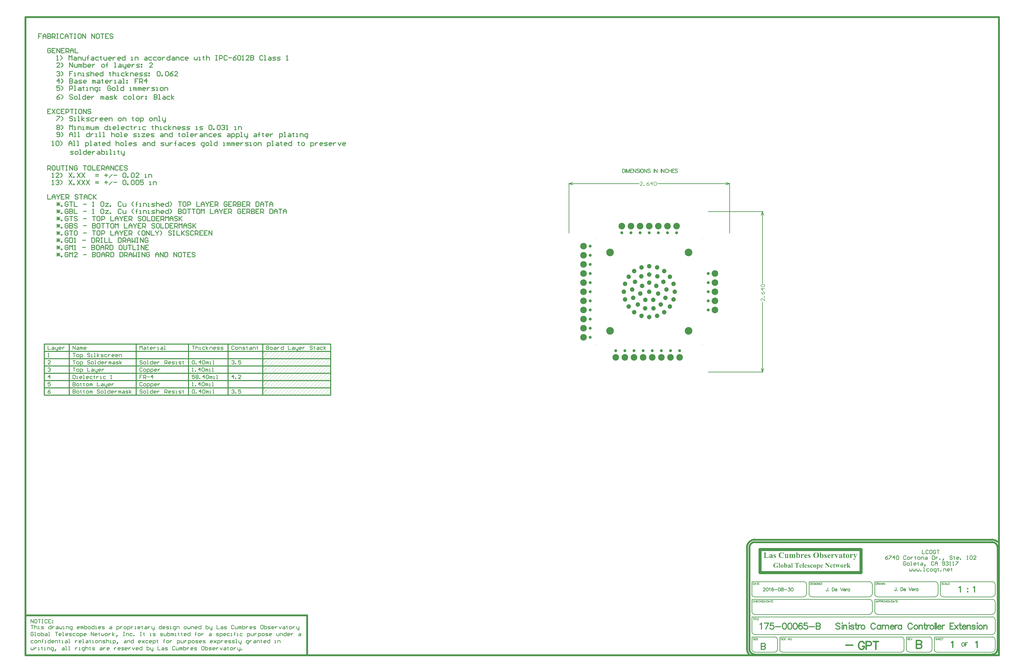
<source format=gts>
G04 Layer_Color=8388736*
%FSLAX23Y23*%
%MOIN*%
G70*
G01*
G75*
%ADD10C,0.010*%
%ADD12C,0.030*%
%ADD13C,0.050*%
%ADD14C,0.015*%
%ADD15C,0.001*%
%ADD16C,0.012*%
%ADD17C,0.006*%
%ADD18C,0.024*%
%ADD19C,0.018*%
%ADD20C,0.020*%
%ADD21C,0.016*%
%ADD27C,0.126*%
%ADD28C,0.073*%
%ADD29C,0.008*%
%ADD30C,0.048*%
%ADD31C,0.108*%
G36*
X2670Y-4488D02*
X2671D01*
X2671Y-4488D01*
X2673Y-4488D01*
X2675Y-4489D01*
X2677Y-4490D01*
X2679Y-4491D01*
X2681Y-4492D01*
X2681D01*
X2682Y-4492D01*
X2682Y-4493D01*
X2683Y-4494D01*
X2684Y-4495D01*
X2685Y-4496D01*
X2685Y-4497D01*
X2686Y-4499D01*
X2686Y-4500D01*
Y-4501D01*
Y-4501D01*
Y-4501D01*
X2686Y-4502D01*
X2686Y-4503D01*
X2686Y-4504D01*
X2685Y-4504D01*
X2685Y-4505D01*
X2684Y-4506D01*
X2684Y-4506D01*
X2684Y-4506D01*
X2683Y-4507D01*
X2683Y-4507D01*
X2682Y-4507D01*
X2681Y-4507D01*
X2680Y-4508D01*
X2679Y-4508D01*
X2679D01*
X2678Y-4508D01*
X2677Y-4507D01*
X2676Y-4507D01*
X2676Y-4507D01*
X2675Y-4506D01*
X2674Y-4506D01*
X2674Y-4506D01*
X2673Y-4505D01*
X2673Y-4505D01*
X2673Y-4504D01*
X2672Y-4503D01*
X2672Y-4502D01*
X2671Y-4500D01*
X2671Y-4498D01*
Y-4498D01*
X2671Y-4497D01*
X2671Y-4497D01*
X2671Y-4496D01*
X2670Y-4495D01*
X2670Y-4494D01*
X2670Y-4493D01*
X2669Y-4493D01*
X2669Y-4493D01*
X2669Y-4492D01*
X2668Y-4492D01*
X2667Y-4492D01*
X2667Y-4492D01*
X2666D01*
X2666Y-4492D01*
X2665Y-4492D01*
X2664Y-4492D01*
X2664Y-4493D01*
X2663Y-4494D01*
X2662Y-4495D01*
X2662Y-4495D01*
X2662Y-4495D01*
X2661Y-4496D01*
X2661Y-4498D01*
X2660Y-4500D01*
X2660Y-4502D01*
X2660Y-4503D01*
X2659Y-4504D01*
X2659Y-4506D01*
Y-4508D01*
Y-4508D01*
Y-4508D01*
Y-4508D01*
Y-4509D01*
X2659Y-4509D01*
Y-4510D01*
X2660Y-4512D01*
X2660Y-4514D01*
X2660Y-4517D01*
X2661Y-4519D01*
X2662Y-4522D01*
Y-4522D01*
X2662Y-4522D01*
X2662Y-4522D01*
X2662Y-4523D01*
X2662Y-4524D01*
X2663Y-4525D01*
X2664Y-4527D01*
X2665Y-4529D01*
X2666Y-4530D01*
X2668Y-4531D01*
X2668Y-4532D01*
X2668Y-4532D01*
X2669Y-4532D01*
X2670Y-4533D01*
X2671Y-4533D01*
X2672Y-4533D01*
X2674Y-4534D01*
X2675Y-4534D01*
X2676D01*
X2676Y-4534D01*
X2677Y-4534D01*
X2677Y-4533D01*
X2678Y-4533D01*
X2679Y-4533D01*
X2680Y-4532D01*
X2680Y-4532D01*
X2681Y-4532D01*
X2681Y-4532D01*
X2682Y-4531D01*
X2683Y-4531D01*
X2684Y-4530D01*
X2685Y-4529D01*
X2686Y-4528D01*
X2688Y-4529D01*
Y-4529D01*
X2687Y-4529D01*
X2687Y-4530D01*
X2687Y-4530D01*
X2686Y-4531D01*
X2685Y-4533D01*
X2684Y-4535D01*
X2682Y-4536D01*
X2681Y-4538D01*
X2679Y-4539D01*
X2678D01*
X2678Y-4539D01*
X2678Y-4540D01*
X2678Y-4540D01*
X2676Y-4540D01*
X2675Y-4541D01*
X2673Y-4542D01*
X2671Y-4542D01*
X2669Y-4542D01*
X2667Y-4543D01*
X2667D01*
X2666Y-4542D01*
X2665D01*
X2664Y-4542D01*
X2663Y-4542D01*
X2662Y-4542D01*
X2661Y-4542D01*
X2660Y-4541D01*
X2658Y-4541D01*
X2657Y-4540D01*
X2656Y-4539D01*
X2654Y-4538D01*
X2653Y-4537D01*
X2652Y-4536D01*
X2651Y-4535D01*
X2650Y-4535D01*
X2650Y-4535D01*
X2650Y-4534D01*
X2650Y-4534D01*
X2649Y-4533D01*
X2649Y-4532D01*
X2648Y-4531D01*
X2648Y-4530D01*
X2647Y-4528D01*
X2646Y-4527D01*
X2646Y-4525D01*
X2645Y-4524D01*
X2645Y-4522D01*
X2645Y-4520D01*
X2644Y-4518D01*
X2644Y-4516D01*
Y-4516D01*
Y-4516D01*
Y-4515D01*
X2644Y-4514D01*
X2645Y-4513D01*
X2645Y-4512D01*
X2645Y-4511D01*
X2645Y-4510D01*
X2646Y-4507D01*
X2647Y-4504D01*
X2647Y-4502D01*
X2648Y-4501D01*
X2649Y-4499D01*
X2650Y-4498D01*
X2650Y-4497D01*
X2650Y-4497D01*
X2651Y-4497D01*
X2651Y-4496D01*
X2652Y-4495D01*
X2653Y-4495D01*
X2654Y-4494D01*
X2655Y-4493D01*
X2656Y-4492D01*
X2657Y-4491D01*
X2659Y-4490D01*
X2661Y-4489D01*
X2662Y-4489D01*
X2664Y-4488D01*
X2666Y-4488D01*
X2669Y-4488D01*
X2669D01*
X2670Y-4488D01*
D02*
G37*
G36*
X2618D02*
X2619Y-4488D01*
X2620Y-4488D01*
X2622Y-4489D01*
X2623Y-4489D01*
X2625Y-4490D01*
X2625D01*
X2625Y-4490D01*
X2626Y-4490D01*
X2626Y-4491D01*
X2627Y-4491D01*
X2628D01*
X2628Y-4491D01*
X2629Y-4491D01*
X2629Y-4490D01*
X2629Y-4490D01*
X2629Y-4490D01*
X2630Y-4489D01*
X2630Y-4489D01*
X2631Y-4488D01*
X2633D01*
X2633Y-4506D01*
X2631D01*
Y-4506D01*
X2631Y-4505D01*
X2631Y-4505D01*
X2631Y-4504D01*
X2631Y-4504D01*
X2630Y-4503D01*
X2629Y-4501D01*
X2628Y-4500D01*
X2627Y-4498D01*
X2626Y-4496D01*
X2625Y-4496D01*
X2624Y-4495D01*
X2624Y-4495D01*
X2624Y-4495D01*
X2623Y-4494D01*
X2622Y-4494D01*
X2621Y-4493D01*
X2620Y-4492D01*
X2619Y-4492D01*
X2617Y-4492D01*
X2617D01*
X2617Y-4492D01*
X2616Y-4492D01*
X2615Y-4492D01*
X2615Y-4493D01*
X2614Y-4493D01*
X2614Y-4494D01*
X2613Y-4494D01*
X2613Y-4494D01*
X2613Y-4494D01*
X2613Y-4495D01*
X2612Y-4496D01*
X2612Y-4496D01*
X2612Y-4497D01*
Y-4497D01*
Y-4497D01*
X2612Y-4498D01*
X2612Y-4499D01*
X2613Y-4500D01*
X2613Y-4500D01*
X2613Y-4500D01*
X2614Y-4501D01*
X2615Y-4502D01*
X2616Y-4502D01*
X2616Y-4503D01*
X2617Y-4504D01*
X2618Y-4504D01*
X2619Y-4505D01*
X2620Y-4506D01*
X2621Y-4507D01*
X2623Y-4508D01*
X2623Y-4508D01*
X2623Y-4508D01*
X2624Y-4508D01*
X2624Y-4509D01*
X2625Y-4509D01*
X2626Y-4510D01*
X2627Y-4511D01*
X2629Y-4512D01*
X2631Y-4514D01*
X2632Y-4516D01*
X2633Y-4516D01*
X2634Y-4517D01*
X2634Y-4517D01*
X2634Y-4518D01*
X2634Y-4519D01*
X2635Y-4520D01*
X2635Y-4521D01*
X2636Y-4522D01*
X2636Y-4524D01*
X2636Y-4526D01*
Y-4526D01*
Y-4526D01*
X2636Y-4527D01*
X2636Y-4528D01*
X2636Y-4530D01*
X2635Y-4531D01*
X2635Y-4533D01*
X2634Y-4534D01*
X2634Y-4534D01*
X2634Y-4535D01*
X2633Y-4535D01*
X2632Y-4536D01*
X2632Y-4537D01*
X2631Y-4539D01*
X2629Y-4539D01*
X2628Y-4540D01*
X2628Y-4540D01*
X2627Y-4541D01*
X2626Y-4541D01*
X2625Y-4541D01*
X2624Y-4542D01*
X2623Y-4542D01*
X2621Y-4542D01*
X2619Y-4543D01*
X2619D01*
X2618Y-4542D01*
X2617Y-4542D01*
X2615Y-4542D01*
X2614Y-4542D01*
X2612Y-4541D01*
X2610Y-4540D01*
X2609D01*
X2609Y-4540D01*
X2609Y-4540D01*
X2608Y-4540D01*
X2607Y-4540D01*
X2607D01*
X2607Y-4540D01*
X2606Y-4540D01*
X2606Y-4540D01*
X2605Y-4541D01*
X2605Y-4541D01*
X2604Y-4542D01*
X2602D01*
X2601Y-4524D01*
X2603D01*
Y-4524D01*
X2604Y-4524D01*
X2604Y-4525D01*
X2604Y-4525D01*
X2604Y-4526D01*
X2604Y-4526D01*
X2605Y-4528D01*
X2606Y-4530D01*
X2607Y-4532D01*
X2609Y-4533D01*
X2610Y-4535D01*
X2610Y-4535D01*
X2611Y-4535D01*
X2612Y-4536D01*
X2613Y-4537D01*
X2614Y-4537D01*
X2615Y-4538D01*
X2617Y-4538D01*
X2618Y-4538D01*
X2619D01*
X2619Y-4538D01*
X2620Y-4538D01*
X2620Y-4538D01*
X2621Y-4538D01*
X2622Y-4537D01*
X2623Y-4537D01*
X2623Y-4537D01*
X2623Y-4537D01*
X2623Y-4536D01*
X2623Y-4536D01*
X2624Y-4535D01*
X2624Y-4534D01*
X2624Y-4534D01*
X2624Y-4533D01*
Y-4533D01*
Y-4532D01*
X2624Y-4532D01*
X2624Y-4531D01*
X2624Y-4531D01*
X2624Y-4530D01*
X2623Y-4529D01*
X2623Y-4528D01*
X2623Y-4528D01*
X2622Y-4528D01*
X2622Y-4528D01*
X2621Y-4527D01*
X2620Y-4526D01*
X2619Y-4525D01*
X2617Y-4524D01*
X2615Y-4522D01*
X2615Y-4522D01*
X2615Y-4522D01*
X2614Y-4522D01*
X2614Y-4522D01*
X2613Y-4521D01*
X2612Y-4520D01*
X2611Y-4519D01*
X2609Y-4518D01*
X2607Y-4516D01*
X2605Y-4515D01*
X2605Y-4514D01*
X2604Y-4514D01*
Y-4513D01*
X2604Y-4513D01*
X2604Y-4513D01*
X2603Y-4512D01*
X2603Y-4511D01*
X2602Y-4509D01*
X2601Y-4507D01*
X2601Y-4506D01*
X2601Y-4504D01*
Y-4503D01*
Y-4503D01*
Y-4503D01*
X2601Y-4502D01*
X2601Y-4501D01*
X2601Y-4500D01*
X2602Y-4498D01*
X2602Y-4496D01*
X2603Y-4495D01*
X2605Y-4493D01*
Y-4493D01*
X2605Y-4493D01*
X2606Y-4492D01*
X2606Y-4491D01*
X2608Y-4490D01*
X2610Y-4489D01*
X2611Y-4489D01*
X2614Y-4488D01*
X2615Y-4488D01*
X2617D01*
X2618Y-4488D01*
D02*
G37*
G36*
X3237D02*
X3238Y-4488D01*
X3239Y-4488D01*
X3240Y-4489D01*
X3241Y-4489D01*
X3241Y-4490D01*
X3241Y-4490D01*
X3242Y-4490D01*
X3242Y-4491D01*
X3242Y-4491D01*
X3243Y-4492D01*
X3243Y-4493D01*
X3243Y-4494D01*
X3243Y-4495D01*
Y-4496D01*
Y-4496D01*
X3243Y-4497D01*
X3243Y-4497D01*
X3243Y-4498D01*
X3242Y-4499D01*
X3242Y-4500D01*
X3241Y-4501D01*
X3241Y-4501D01*
X3241Y-4501D01*
X3241Y-4502D01*
X3240Y-4502D01*
X3240Y-4502D01*
X3239Y-4503D01*
X3238Y-4503D01*
X3237Y-4503D01*
X3237D01*
X3236Y-4503D01*
X3235Y-4503D01*
X3235Y-4503D01*
X3234Y-4502D01*
X3233Y-4502D01*
X3232Y-4501D01*
X3232Y-4501D01*
X3232Y-4501D01*
X3231Y-4501D01*
X3231Y-4500D01*
X3230Y-4499D01*
X3230Y-4499D01*
X3230Y-4499D01*
X3229Y-4499D01*
X3229Y-4499D01*
X3229Y-4499D01*
X3228Y-4499D01*
X3228D01*
X3228Y-4499D01*
X3227D01*
X3226Y-4499D01*
X3226Y-4499D01*
X3225Y-4500D01*
X3225Y-4500D01*
X3225Y-4500D01*
X3224Y-4501D01*
X3224Y-4501D01*
X3223Y-4502D01*
X3223Y-4503D01*
X3222Y-4504D01*
X3222Y-4505D01*
Y-4505D01*
X3222Y-4506D01*
X3222Y-4506D01*
X3222Y-4506D01*
X3221Y-4507D01*
X3221Y-4509D01*
X3221Y-4510D01*
X3220Y-4512D01*
X3220Y-4515D01*
X3220Y-4517D01*
Y-4529D01*
X3220Y-4532D01*
Y-4532D01*
Y-4532D01*
Y-4533D01*
Y-4534D01*
X3220Y-4535D01*
X3220Y-4536D01*
X3220Y-4536D01*
Y-4536D01*
X3221Y-4536D01*
X3221Y-4537D01*
X3222Y-4538D01*
X3222Y-4538D01*
X3223D01*
X3223Y-4538D01*
X3223Y-4539D01*
X3223Y-4539D01*
X3224Y-4539D01*
X3225Y-4539D01*
X3226Y-4539D01*
X3227Y-4539D01*
Y-4541D01*
X3199D01*
Y-4539D01*
X3199D01*
X3200Y-4539D01*
X3200D01*
X3201Y-4539D01*
X3202Y-4538D01*
X3203Y-4538D01*
X3204Y-4537D01*
X3204Y-4537D01*
X3204Y-4537D01*
X3204Y-4536D01*
X3204Y-4536D01*
X3204Y-4535D01*
X3205Y-4533D01*
X3205Y-4532D01*
X3205Y-4531D01*
Y-4530D01*
Y-4529D01*
Y-4500D01*
Y-4500D01*
Y-4500D01*
Y-4499D01*
X3205Y-4498D01*
Y-4497D01*
X3205Y-4496D01*
X3204Y-4495D01*
X3204Y-4495D01*
Y-4495D01*
X3204Y-4495D01*
X3204Y-4494D01*
X3203Y-4493D01*
X3203Y-4492D01*
X3202Y-4492D01*
X3202Y-4492D01*
X3202Y-4492D01*
X3201Y-4492D01*
X3201Y-4492D01*
X3200Y-4492D01*
X3199Y-4491D01*
Y-4489D01*
X3220D01*
Y-4501D01*
X3220Y-4501D01*
X3220Y-4501D01*
X3221Y-4501D01*
X3221Y-4500D01*
X3221Y-4499D01*
X3222Y-4499D01*
X3223Y-4497D01*
X3224Y-4495D01*
X3226Y-4493D01*
X3227Y-4492D01*
X3228Y-4491D01*
X3229Y-4491D01*
X3229Y-4491D01*
X3230Y-4490D01*
X3230Y-4490D01*
X3231Y-4489D01*
X3232Y-4489D01*
X3234Y-4488D01*
X3235Y-4488D01*
X3236Y-4488D01*
X3237D01*
X3237Y-4488D01*
D02*
G37*
G36*
X3270Y-4516D02*
X3282Y-4504D01*
X3282Y-4504D01*
X3282Y-4503D01*
X3283Y-4503D01*
X3284Y-4502D01*
X3284Y-4501D01*
X3285Y-4500D01*
X3286Y-4499D01*
X3286Y-4499D01*
Y-4499D01*
X3286Y-4498D01*
X3287Y-4498D01*
X3287Y-4498D01*
X3287Y-4497D01*
X3287Y-4496D01*
Y-4495D01*
Y-4495D01*
X3287Y-4495D01*
X3287Y-4494D01*
X3286Y-4493D01*
X3286Y-4493D01*
X3286D01*
X3286Y-4493D01*
X3285Y-4493D01*
X3285Y-4492D01*
X3284Y-4492D01*
X3283Y-4492D01*
X3283Y-4492D01*
X3281Y-4491D01*
Y-4489D01*
X3304D01*
Y-4491D01*
X3304D01*
X3303Y-4492D01*
X3302Y-4492D01*
X3301Y-4492D01*
X3301Y-4492D01*
X3299Y-4493D01*
X3299Y-4493D01*
X3298Y-4493D01*
X3298Y-4493D01*
X3297Y-4494D01*
X3296Y-4495D01*
X3295Y-4496D01*
X3294Y-4496D01*
X3293Y-4497D01*
X3292Y-4498D01*
X3291Y-4499D01*
X3290Y-4500D01*
X3289Y-4502D01*
X3283Y-4507D01*
X3295Y-4525D01*
X3295Y-4525D01*
X3296Y-4525D01*
X3296Y-4526D01*
X3296Y-4527D01*
X3297Y-4527D01*
X3298Y-4528D01*
X3299Y-4530D01*
X3301Y-4533D01*
X3301Y-4534D01*
X3302Y-4535D01*
X3303Y-4535D01*
X3303Y-4536D01*
X3304Y-4537D01*
X3304Y-4537D01*
X3304Y-4537D01*
X3304Y-4537D01*
X3305Y-4538D01*
X3305Y-4538D01*
X3306Y-4538D01*
X3307Y-4539D01*
X3308Y-4539D01*
X3309Y-4539D01*
Y-4541D01*
X3282D01*
Y-4539D01*
X3282D01*
X3283Y-4539D01*
X3284Y-4539D01*
X3285Y-4538D01*
X3285Y-4538D01*
X3285Y-4538D01*
X3285Y-4538D01*
X3286Y-4537D01*
Y-4537D01*
Y-4537D01*
X3285Y-4536D01*
X3285Y-4536D01*
X3285Y-4535D01*
X3284Y-4534D01*
X3284Y-4533D01*
X3283Y-4532D01*
X3273Y-4517D01*
X3270Y-4521D01*
Y-4530D01*
Y-4530D01*
Y-4530D01*
Y-4530D01*
Y-4531D01*
X3270Y-4532D01*
Y-4533D01*
X3270Y-4534D01*
X3270Y-4535D01*
X3270Y-4537D01*
X3270Y-4537D01*
X3271Y-4537D01*
X3271Y-4537D01*
X3271Y-4537D01*
X3271Y-4538D01*
X3272Y-4538D01*
X3272Y-4538D01*
X3273Y-4539D01*
X3274Y-4539D01*
X3275Y-4539D01*
Y-4541D01*
X3249D01*
Y-4539D01*
X3249D01*
X3249Y-4539D01*
X3250Y-4539D01*
X3250Y-4539D01*
X3251Y-4538D01*
X3252Y-4538D01*
X3253Y-4538D01*
X3253Y-4537D01*
Y-4537D01*
X3253Y-4537D01*
X3254Y-4536D01*
X3254Y-4536D01*
X3254Y-4535D01*
X3254Y-4534D01*
X3254Y-4532D01*
Y-4531D01*
Y-4530D01*
Y-4477D01*
Y-4477D01*
Y-4477D01*
Y-4477D01*
Y-4476D01*
Y-4476D01*
X3254Y-4474D01*
X3254Y-4473D01*
X3254Y-4472D01*
X3253Y-4471D01*
X3253Y-4471D01*
X3253Y-4470D01*
Y-4470D01*
X3253Y-4470D01*
X3253Y-4470D01*
X3252Y-4469D01*
X3252Y-4469D01*
X3251Y-4469D01*
X3250Y-4468D01*
X3249Y-4468D01*
Y-4466D01*
X3270D01*
Y-4516D01*
D02*
G37*
G36*
X3137Y-4491D02*
X3137D01*
X3137Y-4492D01*
X3136Y-4492D01*
X3136Y-4492D01*
X3134Y-4492D01*
X3133Y-4493D01*
X3133Y-4493D01*
X3133Y-4494D01*
X3133Y-4494D01*
X3132Y-4495D01*
X3132Y-4496D01*
X3131Y-4497D01*
X3131Y-4498D01*
X3130Y-4499D01*
X3130Y-4500D01*
X3129Y-4502D01*
X3115Y-4543D01*
X3112D01*
X3098Y-4505D01*
X3084Y-4543D01*
X3081D01*
X3067Y-4505D01*
Y-4505D01*
X3067Y-4505D01*
X3067Y-4504D01*
X3067Y-4504D01*
X3066Y-4503D01*
X3066Y-4502D01*
X3065Y-4501D01*
X3065Y-4499D01*
X3064Y-4497D01*
X3063Y-4495D01*
X3062Y-4495D01*
X3062Y-4494D01*
X3062Y-4494D01*
X3062Y-4494D01*
X3061Y-4493D01*
X3061Y-4493D01*
X3060Y-4493D01*
X3060Y-4492D01*
X3059Y-4492D01*
X3058Y-4491D01*
Y-4489D01*
X3084D01*
Y-4491D01*
X3083D01*
X3082Y-4492D01*
X3081Y-4492D01*
X3081Y-4492D01*
X3080Y-4492D01*
X3080Y-4492D01*
X3080Y-4493D01*
X3079Y-4493D01*
X3079Y-4494D01*
Y-4494D01*
X3079Y-4495D01*
X3079Y-4495D01*
X3080Y-4496D01*
X3080Y-4497D01*
X3080Y-4498D01*
X3081Y-4500D01*
X3088Y-4520D01*
X3096Y-4500D01*
X3095Y-4498D01*
X3095Y-4498D01*
X3095Y-4498D01*
X3095Y-4497D01*
X3094Y-4496D01*
X3094Y-4495D01*
X3093Y-4494D01*
X3093Y-4494D01*
X3092Y-4493D01*
X3092Y-4493D01*
X3092Y-4493D01*
X3092Y-4493D01*
X3091Y-4492D01*
X3091Y-4492D01*
X3090Y-4492D01*
X3090Y-4492D01*
X3089Y-4491D01*
Y-4489D01*
X3115D01*
Y-4491D01*
X3114D01*
X3114Y-4492D01*
X3113Y-4492D01*
X3112Y-4492D01*
X3111Y-4492D01*
X3111Y-4492D01*
X3111Y-4492D01*
X3111Y-4493D01*
X3110Y-4494D01*
X3110Y-4494D01*
Y-4494D01*
Y-4495D01*
X3110Y-4495D01*
X3110Y-4495D01*
X3111Y-4496D01*
X3111Y-4497D01*
X3111Y-4498D01*
X3112Y-4500D01*
X3119Y-4520D01*
X3126Y-4501D01*
X3126Y-4501D01*
X3126Y-4501D01*
X3126Y-4500D01*
X3126Y-4499D01*
X3127Y-4497D01*
X3127Y-4497D01*
X3127Y-4496D01*
Y-4496D01*
Y-4496D01*
Y-4495D01*
X3127Y-4495D01*
X3127Y-4494D01*
X3126Y-4493D01*
X3126Y-4493D01*
X3126Y-4493D01*
X3125Y-4492D01*
X3125Y-4492D01*
X3124Y-4492D01*
X3124Y-4492D01*
X3123Y-4492D01*
X3122Y-4491D01*
Y-4489D01*
X3137D01*
Y-4491D01*
D02*
G37*
G36*
X2966Y-4468D02*
X2966D01*
X2966Y-4468D01*
X2965Y-4468D01*
X2964Y-4469D01*
X2963Y-4469D01*
X2962Y-4469D01*
X2961Y-4469D01*
X2960Y-4470D01*
X2960D01*
X2960Y-4470D01*
X2959Y-4471D01*
X2959Y-4471D01*
X2958Y-4472D01*
X2958Y-4472D01*
X2958Y-4473D01*
Y-4473D01*
X2957Y-4473D01*
X2957Y-4474D01*
X2957Y-4475D01*
X2957Y-4476D01*
X2957Y-4477D01*
X2957Y-4479D01*
Y-4481D01*
Y-4543D01*
X2955D01*
X2904Y-4480D01*
Y-4528D01*
Y-4528D01*
Y-4528D01*
Y-4529D01*
Y-4529D01*
X2905Y-4530D01*
X2905Y-4532D01*
X2905Y-4533D01*
X2906Y-4534D01*
X2906Y-4536D01*
X2907Y-4537D01*
X2907Y-4537D01*
X2908Y-4537D01*
X2908Y-4538D01*
X2909Y-4538D01*
X2910Y-4538D01*
X2911Y-4539D01*
X2913Y-4539D01*
X2914Y-4539D01*
X2916D01*
Y-4541D01*
X2889D01*
Y-4539D01*
X2890D01*
X2891Y-4539D01*
X2893Y-4539D01*
X2894Y-4538D01*
X2896Y-4538D01*
X2897Y-4537D01*
X2898Y-4537D01*
X2898Y-4536D01*
X2898Y-4536D01*
X2899Y-4535D01*
X2899Y-4535D01*
X2900Y-4533D01*
X2900Y-4532D01*
X2900Y-4530D01*
X2900Y-4528D01*
Y-4475D01*
X2899Y-4473D01*
X2899Y-4473D01*
X2898Y-4473D01*
X2898Y-4472D01*
X2897Y-4472D01*
X2896Y-4470D01*
X2895Y-4470D01*
X2895Y-4469D01*
X2894D01*
X2894Y-4469D01*
X2894Y-4469D01*
X2893Y-4469D01*
X2892Y-4469D01*
X2892Y-4469D01*
X2891Y-4468D01*
X2889Y-4468D01*
Y-4466D01*
X2916D01*
X2953Y-4512D01*
Y-4481D01*
Y-4480D01*
Y-4480D01*
Y-4480D01*
Y-4479D01*
X2953Y-4478D01*
X2952Y-4477D01*
X2952Y-4475D01*
X2952Y-4474D01*
X2951Y-4472D01*
X2951Y-4471D01*
X2951Y-4471D01*
X2950Y-4471D01*
X2950Y-4470D01*
X2949Y-4470D01*
X2947Y-4469D01*
X2946Y-4469D01*
X2944Y-4468D01*
X2942Y-4468D01*
Y-4466D01*
X2966D01*
Y-4468D01*
D02*
G37*
G36*
X2746Y-4290D02*
X2748Y-4290D01*
X2750Y-4290D01*
X2752Y-4291D01*
X2755Y-4291D01*
X2758Y-4292D01*
X2760Y-4293D01*
X2763Y-4294D01*
X2766Y-4295D01*
X2769Y-4296D01*
X2772Y-4298D01*
X2775Y-4300D01*
X2777Y-4303D01*
X2777Y-4303D01*
X2778Y-4303D01*
X2779Y-4304D01*
X2779Y-4305D01*
X2780Y-4306D01*
X2782Y-4308D01*
X2783Y-4310D01*
X2784Y-4312D01*
X2785Y-4314D01*
X2787Y-4316D01*
X2788Y-4319D01*
X2789Y-4322D01*
X2790Y-4325D01*
X2790Y-4329D01*
X2791Y-4332D01*
X2791Y-4336D01*
Y-4336D01*
Y-4337D01*
Y-4337D01*
X2791Y-4339D01*
X2791Y-4340D01*
X2790Y-4342D01*
X2790Y-4344D01*
X2790Y-4346D01*
X2789Y-4348D01*
X2788Y-4351D01*
X2788Y-4353D01*
X2787Y-4356D01*
X2785Y-4358D01*
X2784Y-4361D01*
X2783Y-4363D01*
X2781Y-4366D01*
X2781Y-4366D01*
X2780Y-4367D01*
X2779Y-4367D01*
X2778Y-4368D01*
X2777Y-4370D01*
X2775Y-4371D01*
X2773Y-4373D01*
X2771Y-4374D01*
X2769Y-4376D01*
X2766Y-4378D01*
X2763Y-4379D01*
X2759Y-4380D01*
X2756Y-4381D01*
X2752Y-4382D01*
X2748Y-4383D01*
X2743Y-4383D01*
X2742D01*
X2741Y-4383D01*
X2739Y-4383D01*
X2737Y-4382D01*
X2735Y-4382D01*
X2732Y-4382D01*
X2730Y-4381D01*
X2727Y-4380D01*
X2724Y-4379D01*
X2721Y-4378D01*
X2717Y-4376D01*
X2714Y-4374D01*
X2711Y-4372D01*
X2709Y-4369D01*
X2706Y-4367D01*
X2706Y-4366D01*
X2705Y-4366D01*
X2705Y-4365D01*
X2704Y-4364D01*
X2704Y-4363D01*
X2703Y-4362D01*
X2702Y-4360D01*
X2701Y-4358D01*
X2700Y-4356D01*
X2699Y-4353D01*
X2698Y-4351D01*
X2697Y-4348D01*
X2697Y-4345D01*
X2696Y-4342D01*
X2696Y-4339D01*
X2696Y-4336D01*
Y-4336D01*
Y-4335D01*
X2696Y-4334D01*
X2696Y-4332D01*
X2696Y-4331D01*
X2696Y-4329D01*
X2697Y-4327D01*
X2697Y-4324D01*
X2698Y-4322D01*
X2699Y-4319D01*
X2700Y-4316D01*
X2701Y-4313D01*
X2703Y-4311D01*
X2705Y-4308D01*
X2707Y-4305D01*
X2709Y-4303D01*
X2709Y-4302D01*
X2710Y-4302D01*
X2710Y-4301D01*
X2712Y-4300D01*
X2713Y-4299D01*
X2714Y-4298D01*
X2716Y-4297D01*
X2718Y-4296D01*
X2721Y-4295D01*
X2723Y-4294D01*
X2726Y-4293D01*
X2729Y-4292D01*
X2732Y-4291D01*
X2735Y-4290D01*
X2739Y-4290D01*
X2745D01*
X2746Y-4290D01*
D02*
G37*
G36*
X2437Y-4325D02*
X2437Y-4325D01*
X2437Y-4325D01*
X2437Y-4325D01*
X2438Y-4324D01*
X2439Y-4323D01*
X2440Y-4323D01*
X2441Y-4322D01*
X2442Y-4321D01*
X2444Y-4320D01*
X2447Y-4318D01*
X2449Y-4318D01*
X2450Y-4318D01*
X2452Y-4317D01*
X2454Y-4317D01*
X2455D01*
X2456Y-4317D01*
X2458Y-4318D01*
X2459Y-4318D01*
X2461Y-4319D01*
X2463Y-4320D01*
X2466Y-4321D01*
X2466D01*
X2466Y-4321D01*
X2466Y-4322D01*
X2468Y-4322D01*
X2469Y-4324D01*
X2470Y-4325D01*
X2472Y-4327D01*
X2473Y-4329D01*
X2474Y-4332D01*
Y-4332D01*
X2474Y-4332D01*
X2475Y-4332D01*
X2475Y-4333D01*
X2475Y-4334D01*
X2475Y-4334D01*
X2476Y-4336D01*
X2477Y-4339D01*
X2477Y-4341D01*
X2477Y-4344D01*
X2478Y-4348D01*
Y-4348D01*
Y-4348D01*
Y-4349D01*
Y-4349D01*
X2477Y-4350D01*
X2477Y-4351D01*
X2477Y-4352D01*
X2477Y-4354D01*
X2477Y-4356D01*
X2476Y-4360D01*
X2475Y-4363D01*
X2473Y-4366D01*
Y-4366D01*
X2473Y-4366D01*
X2473Y-4367D01*
X2473Y-4367D01*
X2472Y-4369D01*
X2471Y-4371D01*
X2469Y-4373D01*
X2467Y-4375D01*
X2465Y-4377D01*
X2463Y-4379D01*
X2463D01*
X2462Y-4379D01*
X2462Y-4379D01*
X2462Y-4379D01*
X2461Y-4380D01*
X2460Y-4380D01*
X2458Y-4381D01*
X2456Y-4381D01*
X2453Y-4382D01*
X2450Y-4383D01*
X2447Y-4383D01*
X2446D01*
X2446Y-4383D01*
X2444Y-4383D01*
X2443Y-4382D01*
X2441Y-4382D01*
X2440Y-4382D01*
X2438Y-4381D01*
X2438Y-4381D01*
X2438Y-4381D01*
X2437Y-4381D01*
X2436Y-4380D01*
X2435Y-4379D01*
X2434Y-4379D01*
X2432Y-4377D01*
X2431Y-4376D01*
X2420Y-4383D01*
X2418D01*
Y-4304D01*
Y-4304D01*
Y-4304D01*
Y-4303D01*
Y-4302D01*
Y-4301D01*
X2418Y-4300D01*
X2418Y-4299D01*
X2418Y-4298D01*
X2418Y-4297D01*
Y-4297D01*
X2418Y-4297D01*
X2417Y-4296D01*
X2417Y-4295D01*
X2416Y-4295D01*
X2415Y-4295D01*
X2415Y-4294D01*
X2415Y-4294D01*
X2414Y-4294D01*
X2413Y-4294D01*
X2412Y-4294D01*
X2411Y-4294D01*
Y-4291D01*
X2437D01*
Y-4325D01*
D02*
G37*
G36*
X2578Y-4317D02*
X2579Y-4317D01*
X2580Y-4318D01*
X2582Y-4318D01*
X2585Y-4319D01*
X2586Y-4320D01*
X2588Y-4320D01*
X2589Y-4321D01*
X2590Y-4322D01*
X2592Y-4324D01*
X2593Y-4325D01*
X2593Y-4325D01*
X2593Y-4325D01*
X2594Y-4326D01*
X2594Y-4326D01*
X2595Y-4327D01*
X2595Y-4328D01*
X2596Y-4329D01*
X2597Y-4331D01*
X2597Y-4332D01*
X2598Y-4334D01*
X2599Y-4336D01*
X2599Y-4338D01*
X2600Y-4340D01*
X2600Y-4342D01*
X2600Y-4345D01*
X2601Y-4348D01*
X2567D01*
Y-4348D01*
Y-4348D01*
X2567Y-4349D01*
Y-4350D01*
X2567Y-4351D01*
X2567Y-4352D01*
X2567Y-4353D01*
X2568Y-4355D01*
X2568Y-4358D01*
X2570Y-4361D01*
X2571Y-4364D01*
X2572Y-4366D01*
X2573Y-4367D01*
X2573Y-4368D01*
X2574Y-4368D01*
X2575Y-4369D01*
X2576Y-4370D01*
X2578Y-4371D01*
X2580Y-4372D01*
X2582Y-4373D01*
X2583Y-4373D01*
X2584Y-4373D01*
X2585D01*
X2586Y-4373D01*
X2586Y-4373D01*
X2588Y-4372D01*
X2589Y-4372D01*
X2590Y-4371D01*
X2591Y-4371D01*
X2591Y-4371D01*
X2592Y-4370D01*
X2593Y-4370D01*
X2593Y-4369D01*
X2594Y-4368D01*
X2596Y-4366D01*
X2597Y-4365D01*
X2598Y-4363D01*
X2601Y-4364D01*
Y-4364D01*
X2600Y-4365D01*
X2600Y-4365D01*
X2600Y-4366D01*
X2599Y-4367D01*
X2599Y-4368D01*
X2597Y-4370D01*
X2596Y-4372D01*
X2594Y-4374D01*
X2592Y-4377D01*
X2590Y-4378D01*
X2589Y-4379D01*
X2589D01*
X2589Y-4379D01*
X2589Y-4379D01*
X2588Y-4379D01*
X2587Y-4380D01*
X2585Y-4381D01*
X2583Y-4381D01*
X2581Y-4382D01*
X2578Y-4383D01*
X2575Y-4383D01*
X2575D01*
X2574Y-4383D01*
X2573D01*
X2572Y-4382D01*
X2571Y-4382D01*
X2569Y-4382D01*
X2568Y-4381D01*
X2566Y-4381D01*
X2564Y-4380D01*
X2562Y-4379D01*
X2561Y-4378D01*
X2559Y-4377D01*
X2557Y-4376D01*
X2556Y-4374D01*
X2554Y-4372D01*
Y-4372D01*
X2554Y-4372D01*
X2554Y-4371D01*
X2554Y-4371D01*
X2553Y-4370D01*
X2553Y-4369D01*
X2552Y-4368D01*
X2552Y-4366D01*
X2551Y-4365D01*
X2551Y-4363D01*
X2550Y-4362D01*
X2550Y-4360D01*
X2549Y-4356D01*
X2549Y-4353D01*
X2549Y-4351D01*
Y-4351D01*
Y-4350D01*
Y-4350D01*
X2549Y-4348D01*
X2549Y-4347D01*
X2549Y-4346D01*
X2550Y-4344D01*
X2550Y-4342D01*
X2551Y-4338D01*
X2551Y-4336D01*
X2552Y-4334D01*
X2553Y-4332D01*
X2554Y-4330D01*
X2556Y-4328D01*
X2557Y-4326D01*
X2557Y-4326D01*
X2557Y-4326D01*
X2558Y-4326D01*
X2559Y-4325D01*
X2559Y-4324D01*
X2560Y-4324D01*
X2561Y-4323D01*
X2563Y-4322D01*
X2564Y-4321D01*
X2566Y-4320D01*
X2569Y-4319D01*
X2571Y-4318D01*
X2573Y-4318D01*
X2575Y-4317D01*
X2577Y-4317D01*
X2578D01*
X2578Y-4317D01*
D02*
G37*
G36*
X2786Y-4488D02*
X2787Y-4488D01*
X2788Y-4488D01*
X2790Y-4489D01*
X2791Y-4489D01*
X2793Y-4490D01*
X2795Y-4492D01*
X2795D01*
X2795Y-4492D01*
X2796Y-4492D01*
X2797Y-4493D01*
X2798Y-4494D01*
X2799Y-4496D01*
X2800Y-4497D01*
X2801Y-4499D01*
X2802Y-4501D01*
Y-4502D01*
X2802Y-4502D01*
X2802Y-4502D01*
X2803Y-4503D01*
X2803Y-4503D01*
X2803Y-4504D01*
X2803Y-4506D01*
X2804Y-4508D01*
X2804Y-4510D01*
X2804Y-4512D01*
X2805Y-4515D01*
Y-4515D01*
Y-4515D01*
Y-4516D01*
Y-4516D01*
X2804Y-4517D01*
Y-4518D01*
X2804Y-4520D01*
X2804Y-4522D01*
X2803Y-4524D01*
X2803Y-4527D01*
X2802Y-4529D01*
Y-4529D01*
X2802Y-4530D01*
X2802Y-4530D01*
X2802Y-4530D01*
X2801Y-4532D01*
X2800Y-4533D01*
X2799Y-4535D01*
X2798Y-4536D01*
X2796Y-4538D01*
X2795Y-4539D01*
X2794Y-4539D01*
X2794Y-4540D01*
X2793Y-4540D01*
X2792Y-4541D01*
X2790Y-4542D01*
X2788Y-4542D01*
X2786Y-4542D01*
X2784Y-4543D01*
X2783D01*
X2783Y-4542D01*
X2782Y-4542D01*
X2780Y-4542D01*
X2779Y-4542D01*
X2778Y-4541D01*
X2776Y-4541D01*
X2776Y-4541D01*
X2776Y-4540D01*
X2775Y-4540D01*
X2774Y-4540D01*
X2774Y-4539D01*
X2773Y-4538D01*
X2772Y-4537D01*
X2770Y-4536D01*
Y-4555D01*
Y-4555D01*
Y-4556D01*
Y-4556D01*
X2771Y-4557D01*
X2771Y-4559D01*
X2771Y-4560D01*
X2771Y-4560D01*
Y-4560D01*
X2771Y-4561D01*
X2772Y-4561D01*
X2772Y-4562D01*
X2773Y-4562D01*
X2773D01*
X2773Y-4563D01*
X2774Y-4563D01*
X2774Y-4563D01*
X2775Y-4563D01*
X2776Y-4563D01*
X2777Y-4563D01*
X2778D01*
Y-4565D01*
X2749D01*
Y-4563D01*
X2749D01*
X2749Y-4563D01*
X2750Y-4563D01*
X2751Y-4563D01*
X2752Y-4563D01*
X2752Y-4562D01*
X2753Y-4562D01*
X2754Y-4561D01*
X2754Y-4561D01*
X2754Y-4561D01*
X2754Y-4560D01*
X2755Y-4560D01*
X2755Y-4559D01*
X2755Y-4558D01*
X2755Y-4556D01*
Y-4555D01*
Y-4500D01*
Y-4500D01*
Y-4500D01*
Y-4499D01*
X2755Y-4498D01*
X2755Y-4497D01*
X2755Y-4496D01*
X2755Y-4495D01*
X2754Y-4494D01*
X2754Y-4493D01*
X2754Y-4493D01*
X2753Y-4493D01*
X2753Y-4493D01*
X2753Y-4492D01*
X2752Y-4492D01*
X2751Y-4492D01*
X2750Y-4492D01*
X2749Y-4491D01*
Y-4489D01*
X2770D01*
Y-4496D01*
X2771Y-4496D01*
X2771Y-4496D01*
X2771Y-4495D01*
X2772Y-4494D01*
X2773Y-4493D01*
X2774Y-4492D01*
X2775Y-4491D01*
X2776Y-4491D01*
X2776Y-4491D01*
X2777Y-4490D01*
X2777Y-4490D01*
X2778Y-4489D01*
X2780Y-4489D01*
X2781Y-4488D01*
X2783Y-4488D01*
X2785Y-4488D01*
X2785D01*
X2786Y-4488D01*
D02*
G37*
G36*
X2461Y-4486D02*
X2459D01*
Y-4486D01*
X2459Y-4486D01*
X2459Y-4486D01*
X2459Y-4485D01*
X2458Y-4484D01*
X2458Y-4483D01*
X2457Y-4481D01*
X2456Y-4479D01*
X2456Y-4478D01*
X2455Y-4476D01*
X2455Y-4476D01*
X2455Y-4476D01*
X2454Y-4475D01*
X2453Y-4475D01*
X2453Y-4474D01*
X2451Y-4473D01*
X2450Y-4472D01*
X2449Y-4472D01*
X2449D01*
X2449Y-4471D01*
X2448Y-4471D01*
X2447Y-4471D01*
X2446Y-4471D01*
X2445Y-4471D01*
X2443Y-4471D01*
X2436D01*
Y-4528D01*
Y-4528D01*
Y-4528D01*
Y-4529D01*
Y-4529D01*
Y-4530D01*
X2436Y-4531D01*
Y-4533D01*
X2436Y-4534D01*
X2437Y-4535D01*
X2437Y-4535D01*
Y-4536D01*
X2437Y-4536D01*
X2437Y-4536D01*
X2438Y-4537D01*
X2439Y-4538D01*
X2439Y-4538D01*
X2439D01*
X2440Y-4538D01*
X2440Y-4538D01*
X2441Y-4539D01*
X2441Y-4539D01*
X2442Y-4539D01*
X2443Y-4539D01*
X2447D01*
Y-4541D01*
X2408D01*
Y-4539D01*
X2411D01*
X2411Y-4539D01*
X2412D01*
X2414Y-4539D01*
X2414Y-4538D01*
X2415Y-4538D01*
X2415D01*
X2415Y-4538D01*
X2416Y-4537D01*
X2417Y-4536D01*
X2417Y-4536D01*
X2418Y-4535D01*
Y-4535D01*
X2418Y-4535D01*
X2418Y-4535D01*
X2418Y-4534D01*
X2418Y-4533D01*
X2418Y-4532D01*
X2418Y-4530D01*
Y-4528D01*
Y-4471D01*
X2412D01*
X2411Y-4471D01*
X2410Y-4471D01*
X2408Y-4471D01*
X2407Y-4471D01*
X2405Y-4472D01*
X2403Y-4473D01*
X2402Y-4474D01*
X2402Y-4474D01*
X2401Y-4475D01*
X2400Y-4476D01*
X2399Y-4477D01*
X2398Y-4479D01*
X2397Y-4481D01*
X2396Y-4484D01*
X2396Y-4486D01*
X2394D01*
Y-4466D01*
X2461D01*
Y-4486D01*
D02*
G37*
G36*
X2113Y-4491D02*
X2111D01*
Y-4491D01*
X2111Y-4490D01*
X2111Y-4490D01*
X2110Y-4489D01*
X2110Y-4488D01*
X2110Y-4487D01*
X2109Y-4486D01*
X2108Y-4485D01*
X2107Y-4482D01*
X2105Y-4479D01*
X2103Y-4477D01*
X2101Y-4476D01*
X2100Y-4475D01*
X2100Y-4474D01*
X2100Y-4474D01*
X2099Y-4474D01*
X2099Y-4474D01*
X2098Y-4473D01*
X2097Y-4473D01*
X2096Y-4472D01*
X2095Y-4472D01*
X2093Y-4471D01*
X2090Y-4470D01*
X2087Y-4469D01*
X2086Y-4469D01*
X2084Y-4469D01*
X2083D01*
X2083Y-4469D01*
X2082D01*
X2081Y-4469D01*
X2079Y-4470D01*
X2077Y-4470D01*
X2074Y-4471D01*
X2072Y-4472D01*
X2071Y-4473D01*
X2070Y-4474D01*
X2070D01*
X2070Y-4474D01*
X2069Y-4474D01*
X2069Y-4475D01*
X2069Y-4475D01*
X2068Y-4476D01*
X2067Y-4477D01*
X2065Y-4479D01*
X2064Y-4481D01*
X2063Y-4484D01*
X2062Y-4487D01*
Y-4487D01*
X2062Y-4487D01*
X2062Y-4488D01*
X2062Y-4488D01*
X2061Y-4489D01*
X2061Y-4490D01*
X2061Y-4491D01*
X2061Y-4492D01*
X2060Y-4495D01*
X2060Y-4498D01*
X2060Y-4501D01*
X2060Y-4504D01*
Y-4504D01*
Y-4505D01*
Y-4505D01*
Y-4506D01*
X2060Y-4507D01*
Y-4508D01*
X2060Y-4509D01*
X2060Y-4510D01*
X2060Y-4513D01*
X2061Y-4517D01*
X2061Y-4520D01*
X2062Y-4523D01*
Y-4523D01*
X2062Y-4523D01*
X2062Y-4524D01*
X2063Y-4524D01*
X2063Y-4525D01*
X2063Y-4526D01*
X2064Y-4527D01*
X2065Y-4529D01*
X2067Y-4531D01*
X2068Y-4533D01*
X2070Y-4535D01*
X2070D01*
X2071Y-4535D01*
X2071Y-4535D01*
X2071Y-4535D01*
X2072Y-4536D01*
X2073Y-4536D01*
X2074Y-4537D01*
X2076Y-4537D01*
X2078Y-4538D01*
X2081Y-4538D01*
X2084Y-4539D01*
X2085D01*
X2085Y-4538D01*
X2086D01*
X2087Y-4538D01*
X2089Y-4538D01*
X2089D01*
X2090Y-4538D01*
X2090Y-4538D01*
X2091Y-4538D01*
X2092Y-4537D01*
X2093Y-4537D01*
X2095Y-4536D01*
Y-4521D01*
Y-4521D01*
Y-4520D01*
Y-4519D01*
X2095Y-4518D01*
Y-4517D01*
X2095Y-4517D01*
X2095Y-4516D01*
X2095Y-4515D01*
Y-4515D01*
X2094Y-4515D01*
X2094Y-4514D01*
X2094Y-4514D01*
X2093Y-4514D01*
X2093Y-4513D01*
X2092Y-4513D01*
X2092Y-4513D01*
X2092Y-4513D01*
X2091Y-4512D01*
X2091Y-4512D01*
X2090Y-4512D01*
X2089Y-4512D01*
X2088Y-4512D01*
X2085D01*
Y-4510D01*
X2122D01*
Y-4512D01*
X2122D01*
X2121Y-4512D01*
X2121D01*
X2120Y-4512D01*
X2118Y-4512D01*
X2117Y-4513D01*
X2116Y-4513D01*
X2116D01*
X2116Y-4513D01*
X2115Y-4514D01*
X2114Y-4514D01*
X2114Y-4515D01*
X2114Y-4516D01*
X2113Y-4516D01*
Y-4516D01*
X2113Y-4517D01*
X2113Y-4517D01*
Y-4518D01*
X2113Y-4519D01*
Y-4521D01*
Y-4536D01*
X2113D01*
X2113Y-4536D01*
X2112Y-4537D01*
X2112Y-4537D01*
X2111Y-4537D01*
X2110Y-4537D01*
X2110Y-4538D01*
X2109Y-4538D01*
X2106Y-4539D01*
X2104Y-4540D01*
X2101Y-4540D01*
X2098Y-4541D01*
X2098D01*
X2098Y-4541D01*
X2097D01*
X2097Y-4541D01*
X2096Y-4541D01*
X2095Y-4542D01*
X2094Y-4542D01*
X2093Y-4542D01*
X2091Y-4542D01*
X2088Y-4542D01*
X2085Y-4543D01*
X2082Y-4543D01*
X2080D01*
X2079Y-4543D01*
X2078D01*
X2077Y-4542D01*
X2076Y-4542D01*
X2073Y-4542D01*
X2070Y-4542D01*
X2067Y-4541D01*
X2064Y-4540D01*
X2064D01*
X2064Y-4540D01*
X2064Y-4540D01*
X2063Y-4539D01*
X2063Y-4539D01*
X2062Y-4539D01*
X2060Y-4538D01*
X2058Y-4537D01*
X2056Y-4535D01*
X2054Y-4534D01*
X2052Y-4532D01*
X2052Y-4532D01*
X2052Y-4532D01*
X2051Y-4531D01*
X2050Y-4530D01*
X2049Y-4529D01*
X2048Y-4528D01*
X2046Y-4526D01*
X2045Y-4524D01*
X2044Y-4522D01*
Y-4522D01*
X2043Y-4521D01*
X2043Y-4521D01*
X2043Y-4520D01*
X2043Y-4520D01*
X2042Y-4519D01*
X2042Y-4518D01*
X2042Y-4517D01*
X2041Y-4515D01*
X2041Y-4514D01*
X2040Y-4511D01*
X2040Y-4508D01*
X2040Y-4505D01*
Y-4504D01*
Y-4504D01*
X2040Y-4503D01*
X2040Y-4502D01*
X2040Y-4500D01*
X2040Y-4499D01*
X2041Y-4497D01*
X2041Y-4495D01*
X2042Y-4493D01*
X2043Y-4490D01*
X2044Y-4488D01*
X2045Y-4486D01*
X2046Y-4483D01*
X2048Y-4481D01*
X2050Y-4478D01*
X2052Y-4476D01*
X2052Y-4476D01*
X2052Y-4476D01*
X2053Y-4475D01*
X2054Y-4474D01*
X2055Y-4474D01*
X2056Y-4473D01*
X2058Y-4471D01*
X2060Y-4470D01*
X2062Y-4469D01*
X2064Y-4468D01*
X2067Y-4467D01*
X2069Y-4466D01*
X2072Y-4466D01*
X2075Y-4465D01*
X2078Y-4465D01*
X2082Y-4465D01*
X2083D01*
X2085Y-4465D01*
X2086Y-4465D01*
X2088Y-4465D01*
X2092Y-4466D01*
X2092D01*
X2092Y-4466D01*
X2093Y-4466D01*
X2093Y-4466D01*
X2095Y-4466D01*
X2096Y-4467D01*
X2098Y-4467D01*
X2099Y-4468D01*
X2100D01*
X2100Y-4468D01*
X2100Y-4468D01*
X2101Y-4469D01*
X2102Y-4469D01*
X2103Y-4469D01*
X2104Y-4470D01*
X2105Y-4470D01*
X2106Y-4470D01*
X2106D01*
X2107Y-4470D01*
X2108Y-4470D01*
X2109Y-4469D01*
X2109Y-4469D01*
X2109Y-4469D01*
X2109Y-4468D01*
X2110Y-4468D01*
X2110Y-4467D01*
X2110Y-4467D01*
X2111Y-4466D01*
X2111Y-4465D01*
X2113D01*
Y-4491D01*
D02*
G37*
G36*
X2539Y-4530D02*
Y-4530D01*
Y-4530D01*
Y-4531D01*
X2539Y-4532D01*
X2539Y-4533D01*
X2539Y-4534D01*
X2539Y-4536D01*
X2540Y-4537D01*
X2540Y-4537D01*
X2540Y-4537D01*
X2540Y-4538D01*
X2541Y-4538D01*
X2541Y-4538D01*
X2542Y-4538D01*
X2543Y-4539D01*
X2544Y-4539D01*
X2545Y-4539D01*
Y-4541D01*
X2517D01*
Y-4539D01*
X2518D01*
X2518Y-4539D01*
X2519Y-4539D01*
X2520Y-4539D01*
X2521Y-4538D01*
X2522Y-4538D01*
X2522Y-4537D01*
X2522Y-4537D01*
X2522Y-4537D01*
X2523Y-4536D01*
X2523Y-4536D01*
X2523Y-4535D01*
X2523Y-4534D01*
X2523Y-4532D01*
Y-4530D01*
Y-4477D01*
Y-4477D01*
Y-4477D01*
Y-4476D01*
X2523Y-4475D01*
X2523Y-4474D01*
X2523Y-4473D01*
X2523Y-4472D01*
X2522Y-4471D01*
X2522Y-4470D01*
X2522Y-4470D01*
X2522Y-4470D01*
X2521Y-4470D01*
X2521Y-4469D01*
X2520Y-4469D01*
X2519Y-4469D01*
X2518Y-4468D01*
X2517Y-4468D01*
Y-4466D01*
X2539D01*
Y-4530D01*
D02*
G37*
G36*
X2575Y-4488D02*
X2576Y-4488D01*
X2577Y-4488D01*
X2578Y-4489D01*
X2581Y-4489D01*
X2582Y-4490D01*
X2583Y-4491D01*
X2584Y-4491D01*
X2585Y-4492D01*
X2586Y-4493D01*
X2587Y-4494D01*
X2588Y-4494D01*
X2588Y-4495D01*
X2588Y-4495D01*
X2588Y-4496D01*
X2589Y-4496D01*
X2589Y-4497D01*
X2590Y-4498D01*
X2590Y-4499D01*
X2591Y-4500D01*
X2592Y-4502D01*
X2592Y-4503D01*
X2593Y-4505D01*
X2593Y-4507D01*
X2593Y-4509D01*
X2594Y-4511D01*
X2594Y-4513D01*
X2565D01*
Y-4513D01*
Y-4514D01*
X2565Y-4514D01*
Y-4515D01*
X2566Y-4516D01*
X2566Y-4517D01*
X2566Y-4518D01*
X2566Y-4519D01*
X2567Y-4522D01*
X2568Y-4525D01*
X2569Y-4527D01*
X2570Y-4529D01*
X2571Y-4530D01*
X2571Y-4530D01*
X2572Y-4530D01*
X2572Y-4531D01*
X2573Y-4532D01*
X2575Y-4533D01*
X2576Y-4534D01*
X2578Y-4534D01*
X2579Y-4534D01*
X2580Y-4534D01*
X2580D01*
X2581Y-4534D01*
X2582Y-4534D01*
X2583Y-4534D01*
X2584Y-4534D01*
X2585Y-4533D01*
X2586Y-4532D01*
X2586Y-4532D01*
X2587Y-4532D01*
X2587Y-4532D01*
X2588Y-4531D01*
X2589Y-4530D01*
X2590Y-4529D01*
X2591Y-4527D01*
X2592Y-4526D01*
X2594Y-4527D01*
Y-4527D01*
X2593Y-4527D01*
X2593Y-4528D01*
X2593Y-4528D01*
X2593Y-4529D01*
X2592Y-4530D01*
X2591Y-4532D01*
X2590Y-4534D01*
X2588Y-4536D01*
X2586Y-4537D01*
X2585Y-4538D01*
X2584Y-4539D01*
X2584D01*
X2584Y-4539D01*
X2584Y-4539D01*
X2583Y-4540D01*
X2582Y-4540D01*
X2581Y-4541D01*
X2579Y-4541D01*
X2577Y-4542D01*
X2575Y-4542D01*
X2573Y-4543D01*
X2572D01*
X2572Y-4542D01*
X2571D01*
X2570Y-4542D01*
X2569Y-4542D01*
X2568Y-4542D01*
X2566Y-4541D01*
X2565Y-4541D01*
X2563Y-4540D01*
X2562Y-4540D01*
X2560Y-4539D01*
X2559Y-4538D01*
X2558Y-4537D01*
X2556Y-4535D01*
X2555Y-4534D01*
Y-4534D01*
X2555Y-4534D01*
X2555Y-4533D01*
X2555Y-4533D01*
X2554Y-4532D01*
X2554Y-4531D01*
X2553Y-4530D01*
X2553Y-4529D01*
X2552Y-4528D01*
X2552Y-4526D01*
X2552Y-4525D01*
X2551Y-4523D01*
X2551Y-4520D01*
X2551Y-4518D01*
X2551Y-4516D01*
Y-4516D01*
Y-4515D01*
Y-4515D01*
X2551Y-4514D01*
X2551Y-4513D01*
X2551Y-4512D01*
X2551Y-4510D01*
X2551Y-4509D01*
X2552Y-4505D01*
X2553Y-4504D01*
X2554Y-4502D01*
X2554Y-4500D01*
X2555Y-4499D01*
X2556Y-4497D01*
X2557Y-4496D01*
X2558Y-4496D01*
X2558Y-4495D01*
X2558Y-4495D01*
X2559Y-4494D01*
X2559Y-4494D01*
X2560Y-4493D01*
X2561Y-4492D01*
X2562Y-4492D01*
X2563Y-4491D01*
X2565Y-4490D01*
X2567Y-4489D01*
X2569Y-4489D01*
X2570Y-4488D01*
X2572Y-4488D01*
X2574Y-4488D01*
X2575D01*
X2575Y-4488D01*
D02*
G37*
G36*
X2720D02*
X2721Y-4488D01*
X2722Y-4488D01*
X2724Y-4489D01*
X2726Y-4489D01*
X2729Y-4490D01*
X2731Y-4491D01*
X2731D01*
X2731Y-4492D01*
X2731Y-4492D01*
X2732Y-4492D01*
X2733Y-4493D01*
X2734Y-4494D01*
X2735Y-4495D01*
X2737Y-4497D01*
X2738Y-4499D01*
X2740Y-4501D01*
Y-4501D01*
X2740Y-4502D01*
X2740Y-4502D01*
X2740Y-4502D01*
X2740Y-4503D01*
X2741Y-4504D01*
X2741Y-4506D01*
X2742Y-4507D01*
X2742Y-4510D01*
X2743Y-4512D01*
X2743Y-4515D01*
Y-4515D01*
Y-4516D01*
Y-4516D01*
X2743Y-4517D01*
X2742Y-4518D01*
X2742Y-4519D01*
X2742Y-4520D01*
X2742Y-4522D01*
X2741Y-4525D01*
X2740Y-4528D01*
X2740Y-4529D01*
X2739Y-4531D01*
X2738Y-4532D01*
X2737Y-4534D01*
X2737Y-4534D01*
X2737Y-4534D01*
X2736Y-4535D01*
X2736Y-4535D01*
X2735Y-4536D01*
X2734Y-4537D01*
X2733Y-4537D01*
X2732Y-4538D01*
X2731Y-4539D01*
X2730Y-4540D01*
X2728Y-4540D01*
X2726Y-4541D01*
X2725Y-4542D01*
X2723Y-4542D01*
X2721Y-4542D01*
X2719Y-4543D01*
X2718D01*
X2717Y-4542D01*
X2717D01*
X2716Y-4542D01*
X2715Y-4542D01*
X2713Y-4542D01*
X2712Y-4542D01*
X2711Y-4541D01*
X2709Y-4541D01*
X2708Y-4540D01*
X2706Y-4539D01*
X2705Y-4538D01*
X2703Y-4537D01*
X2702Y-4536D01*
X2701Y-4534D01*
X2701Y-4534D01*
X2700Y-4534D01*
X2700Y-4534D01*
X2700Y-4533D01*
X2699Y-4532D01*
X2699Y-4531D01*
X2698Y-4530D01*
X2698Y-4529D01*
X2697Y-4528D01*
X2696Y-4526D01*
X2696Y-4525D01*
X2695Y-4523D01*
X2695Y-4521D01*
X2695Y-4519D01*
X2695Y-4517D01*
X2694Y-4515D01*
Y-4515D01*
Y-4515D01*
Y-4514D01*
X2695Y-4514D01*
X2695Y-4513D01*
X2695Y-4512D01*
X2695Y-4510D01*
X2695Y-4509D01*
X2696Y-4506D01*
X2697Y-4504D01*
X2697Y-4503D01*
X2698Y-4501D01*
X2699Y-4499D01*
X2700Y-4498D01*
X2701Y-4496D01*
X2701Y-4496D01*
X2701Y-4496D01*
X2701Y-4496D01*
X2702Y-4495D01*
X2703Y-4494D01*
X2703Y-4494D01*
X2704Y-4493D01*
X2705Y-4492D01*
X2707Y-4491D01*
X2708Y-4491D01*
X2709Y-4490D01*
X2711Y-4489D01*
X2713Y-4489D01*
X2714Y-4488D01*
X2716Y-4488D01*
X2718Y-4488D01*
X2720D01*
X2720Y-4488D01*
D02*
G37*
G36*
X2838D02*
X2839Y-4488D01*
X2840Y-4488D01*
X2842Y-4489D01*
X2844Y-4489D01*
X2845Y-4490D01*
X2846Y-4491D01*
X2847Y-4491D01*
X2849Y-4492D01*
X2850Y-4493D01*
X2851Y-4494D01*
X2851Y-4494D01*
X2851Y-4495D01*
X2851Y-4495D01*
X2852Y-4496D01*
X2852Y-4496D01*
X2853Y-4497D01*
X2853Y-4498D01*
X2854Y-4499D01*
X2854Y-4500D01*
X2855Y-4502D01*
X2855Y-4503D01*
X2856Y-4505D01*
X2856Y-4507D01*
X2857Y-4509D01*
X2857Y-4511D01*
X2857Y-4513D01*
X2829D01*
Y-4513D01*
Y-4514D01*
X2829Y-4514D01*
Y-4515D01*
X2829Y-4516D01*
X2829Y-4517D01*
X2829Y-4518D01*
X2829Y-4519D01*
X2830Y-4522D01*
X2831Y-4525D01*
X2832Y-4527D01*
X2833Y-4529D01*
X2834Y-4530D01*
X2834Y-4530D01*
X2835Y-4530D01*
X2836Y-4531D01*
X2837Y-4532D01*
X2838Y-4533D01*
X2840Y-4534D01*
X2841Y-4534D01*
X2842Y-4534D01*
X2843Y-4534D01*
X2844D01*
X2844Y-4534D01*
X2845Y-4534D01*
X2846Y-4534D01*
X2847Y-4534D01*
X2848Y-4533D01*
X2849Y-4532D01*
X2849Y-4532D01*
X2850Y-4532D01*
X2850Y-4532D01*
X2851Y-4531D01*
X2852Y-4530D01*
X2853Y-4529D01*
X2854Y-4527D01*
X2855Y-4526D01*
X2857Y-4527D01*
Y-4527D01*
X2857Y-4527D01*
X2857Y-4528D01*
X2856Y-4528D01*
X2856Y-4529D01*
X2855Y-4530D01*
X2854Y-4532D01*
X2853Y-4534D01*
X2851Y-4536D01*
X2849Y-4537D01*
X2849Y-4538D01*
X2848Y-4539D01*
X2847D01*
X2847Y-4539D01*
X2847Y-4539D01*
X2847Y-4540D01*
X2846Y-4540D01*
X2844Y-4541D01*
X2843Y-4541D01*
X2841Y-4542D01*
X2838Y-4542D01*
X2836Y-4543D01*
X2835D01*
X2835Y-4542D01*
X2834D01*
X2833Y-4542D01*
X2832Y-4542D01*
X2831Y-4542D01*
X2829Y-4541D01*
X2828Y-4541D01*
X2827Y-4540D01*
X2825Y-4540D01*
X2824Y-4539D01*
X2822Y-4538D01*
X2821Y-4537D01*
X2820Y-4535D01*
X2819Y-4534D01*
Y-4534D01*
X2818Y-4534D01*
X2818Y-4533D01*
X2818Y-4533D01*
X2818Y-4532D01*
X2817Y-4531D01*
X2817Y-4530D01*
X2816Y-4529D01*
X2816Y-4528D01*
X2815Y-4526D01*
X2815Y-4525D01*
X2815Y-4523D01*
X2814Y-4520D01*
X2814Y-4518D01*
X2814Y-4516D01*
Y-4516D01*
Y-4515D01*
Y-4515D01*
X2814Y-4514D01*
X2814Y-4513D01*
X2814Y-4512D01*
X2814Y-4510D01*
X2815Y-4509D01*
X2816Y-4505D01*
X2816Y-4504D01*
X2817Y-4502D01*
X2818Y-4500D01*
X2818Y-4499D01*
X2819Y-4497D01*
X2821Y-4496D01*
X2821Y-4496D01*
X2821Y-4495D01*
X2821Y-4495D01*
X2822Y-4494D01*
X2823Y-4494D01*
X2823Y-4493D01*
X2824Y-4492D01*
X2825Y-4492D01*
X2827Y-4491D01*
X2828Y-4490D01*
X2831Y-4489D01*
X2832Y-4489D01*
X2834Y-4488D01*
X2835Y-4488D01*
X2837Y-4488D01*
X2838D01*
X2838Y-4488D01*
D02*
G37*
G36*
X2184D02*
X2185Y-4488D01*
X2187Y-4488D01*
X2188Y-4489D01*
X2191Y-4489D01*
X2193Y-4490D01*
X2195Y-4491D01*
X2195D01*
X2195Y-4492D01*
X2195Y-4492D01*
X2196Y-4492D01*
X2197Y-4493D01*
X2198Y-4494D01*
X2200Y-4495D01*
X2201Y-4497D01*
X2202Y-4499D01*
X2204Y-4501D01*
Y-4501D01*
X2204Y-4502D01*
X2204Y-4502D01*
X2204Y-4502D01*
X2204Y-4503D01*
X2205Y-4504D01*
X2205Y-4506D01*
X2206Y-4507D01*
X2206Y-4510D01*
X2207Y-4512D01*
X2207Y-4515D01*
Y-4515D01*
Y-4516D01*
Y-4516D01*
X2207Y-4517D01*
X2207Y-4518D01*
X2206Y-4519D01*
X2206Y-4520D01*
X2206Y-4522D01*
X2205Y-4525D01*
X2204Y-4528D01*
X2204Y-4529D01*
X2203Y-4531D01*
X2202Y-4532D01*
X2201Y-4534D01*
X2201Y-4534D01*
X2201Y-4534D01*
X2200Y-4535D01*
X2200Y-4535D01*
X2199Y-4536D01*
X2198Y-4537D01*
X2197Y-4537D01*
X2196Y-4538D01*
X2195Y-4539D01*
X2194Y-4540D01*
X2192Y-4540D01*
X2191Y-4541D01*
X2189Y-4542D01*
X2187Y-4542D01*
X2185Y-4542D01*
X2183Y-4543D01*
X2182D01*
X2181Y-4542D01*
X2181D01*
X2180Y-4542D01*
X2179Y-4542D01*
X2177Y-4542D01*
X2176Y-4542D01*
X2175Y-4541D01*
X2173Y-4541D01*
X2172Y-4540D01*
X2170Y-4539D01*
X2169Y-4538D01*
X2167Y-4537D01*
X2166Y-4536D01*
X2165Y-4534D01*
X2165Y-4534D01*
X2164Y-4534D01*
X2164Y-4534D01*
X2164Y-4533D01*
X2163Y-4532D01*
X2163Y-4531D01*
X2162Y-4530D01*
X2162Y-4529D01*
X2161Y-4528D01*
X2161Y-4526D01*
X2160Y-4525D01*
X2159Y-4523D01*
X2159Y-4521D01*
X2159Y-4519D01*
X2159Y-4517D01*
X2159Y-4515D01*
Y-4515D01*
Y-4515D01*
Y-4514D01*
X2159Y-4514D01*
X2159Y-4513D01*
X2159Y-4512D01*
X2159Y-4510D01*
X2159Y-4509D01*
X2160Y-4506D01*
X2161Y-4504D01*
X2161Y-4503D01*
X2162Y-4501D01*
X2163Y-4499D01*
X2164Y-4498D01*
X2165Y-4496D01*
X2165Y-4496D01*
X2165Y-4496D01*
X2166Y-4496D01*
X2166Y-4495D01*
X2167Y-4494D01*
X2168Y-4494D01*
X2168Y-4493D01*
X2169Y-4492D01*
X2171Y-4491D01*
X2172Y-4491D01*
X2173Y-4490D01*
X2175Y-4489D01*
X2177Y-4489D01*
X2179Y-4488D01*
X2181Y-4488D01*
X2182Y-4488D01*
X2184D01*
X2184Y-4488D01*
D02*
G37*
G36*
X2235Y-4495D02*
X2235Y-4495D01*
X2235Y-4494D01*
X2235Y-4494D01*
X2236Y-4494D01*
X2236Y-4493D01*
X2237Y-4492D01*
X2238Y-4492D01*
X2239Y-4491D01*
X2241Y-4490D01*
X2243Y-4489D01*
X2245Y-4489D01*
X2246Y-4488D01*
X2247Y-4488D01*
X2249Y-4488D01*
X2250D01*
X2251Y-4488D01*
X2252Y-4488D01*
X2253Y-4489D01*
X2255Y-4489D01*
X2257Y-4490D01*
X2259Y-4491D01*
X2259D01*
X2259Y-4491D01*
X2259Y-4492D01*
X2260Y-4492D01*
X2261Y-4493D01*
X2263Y-4495D01*
X2264Y-4496D01*
X2265Y-4498D01*
X2266Y-4500D01*
Y-4500D01*
X2266Y-4500D01*
X2266Y-4501D01*
X2266Y-4501D01*
X2267Y-4502D01*
X2267Y-4502D01*
X2267Y-4504D01*
X2268Y-4506D01*
X2268Y-4508D01*
X2269Y-4510D01*
X2269Y-4513D01*
Y-4513D01*
Y-4514D01*
Y-4514D01*
Y-4515D01*
X2269Y-4515D01*
X2268Y-4516D01*
X2268Y-4517D01*
X2268Y-4518D01*
X2268Y-4521D01*
X2267Y-4523D01*
X2266Y-4526D01*
X2265Y-4529D01*
Y-4529D01*
X2265Y-4529D01*
X2265Y-4529D01*
X2265Y-4530D01*
X2264Y-4531D01*
X2263Y-4532D01*
X2262Y-4534D01*
X2260Y-4536D01*
X2258Y-4538D01*
X2256Y-4539D01*
X2256D01*
X2256Y-4539D01*
X2256Y-4539D01*
X2255Y-4540D01*
X2255Y-4540D01*
X2254Y-4540D01*
X2253Y-4541D01*
X2251Y-4541D01*
X2248Y-4542D01*
X2246Y-4542D01*
X2243Y-4543D01*
X2243D01*
X2242Y-4542D01*
X2241Y-4542D01*
X2240Y-4542D01*
X2239Y-4542D01*
X2237Y-4542D01*
X2236Y-4541D01*
X2236Y-4541D01*
X2236Y-4541D01*
X2235Y-4541D01*
X2234Y-4540D01*
X2233Y-4540D01*
X2232Y-4539D01*
X2231Y-4538D01*
X2230Y-4537D01*
X2221Y-4543D01*
X2219D01*
Y-4477D01*
Y-4477D01*
Y-4477D01*
Y-4476D01*
Y-4476D01*
Y-4475D01*
X2219Y-4474D01*
X2219Y-4473D01*
X2219Y-4472D01*
X2219Y-4471D01*
Y-4471D01*
X2219Y-4471D01*
X2219Y-4471D01*
X2218Y-4470D01*
X2217Y-4469D01*
X2217Y-4469D01*
X2217Y-4469D01*
X2216Y-4469D01*
X2216Y-4469D01*
X2215Y-4468D01*
X2214Y-4468D01*
X2213Y-4468D01*
Y-4466D01*
X2235D01*
Y-4495D01*
D02*
G37*
G36*
X2494Y-4488D02*
X2494Y-4488D01*
X2495Y-4488D01*
X2497Y-4489D01*
X2499Y-4489D01*
X2500Y-4490D01*
X2501Y-4491D01*
X2503Y-4491D01*
X2504Y-4492D01*
X2505Y-4493D01*
X2506Y-4494D01*
X2506Y-4494D01*
X2506Y-4495D01*
X2507Y-4495D01*
X2507Y-4496D01*
X2507Y-4496D01*
X2508Y-4497D01*
X2508Y-4498D01*
X2509Y-4499D01*
X2510Y-4500D01*
X2510Y-4502D01*
X2511Y-4503D01*
X2511Y-4505D01*
X2512Y-4507D01*
X2512Y-4509D01*
X2512Y-4511D01*
X2512Y-4513D01*
X2484D01*
Y-4513D01*
Y-4514D01*
X2484Y-4514D01*
Y-4515D01*
X2484Y-4516D01*
X2484Y-4517D01*
X2485Y-4518D01*
X2485Y-4519D01*
X2485Y-4522D01*
X2486Y-4525D01*
X2488Y-4527D01*
X2489Y-4529D01*
X2489Y-4530D01*
X2490Y-4530D01*
X2490Y-4530D01*
X2491Y-4531D01*
X2492Y-4532D01*
X2493Y-4533D01*
X2495Y-4534D01*
X2497Y-4534D01*
X2498Y-4534D01*
X2499Y-4534D01*
X2499D01*
X2500Y-4534D01*
X2501Y-4534D01*
X2501Y-4534D01*
X2502Y-4534D01*
X2504Y-4533D01*
X2505Y-4532D01*
X2505Y-4532D01*
X2505Y-4532D01*
X2506Y-4532D01*
X2506Y-4531D01*
X2507Y-4530D01*
X2508Y-4529D01*
X2509Y-4527D01*
X2510Y-4526D01*
X2512Y-4527D01*
Y-4527D01*
X2512Y-4527D01*
X2512Y-4528D01*
X2512Y-4528D01*
X2511Y-4529D01*
X2511Y-4530D01*
X2509Y-4532D01*
X2508Y-4534D01*
X2507Y-4536D01*
X2505Y-4537D01*
X2504Y-4538D01*
X2503Y-4539D01*
X2503D01*
X2503Y-4539D01*
X2502Y-4539D01*
X2502Y-4540D01*
X2501Y-4540D01*
X2500Y-4541D01*
X2498Y-4541D01*
X2496Y-4542D01*
X2494Y-4542D01*
X2491Y-4543D01*
X2491D01*
X2490Y-4542D01*
X2489D01*
X2488Y-4542D01*
X2487Y-4542D01*
X2486Y-4542D01*
X2485Y-4541D01*
X2483Y-4541D01*
X2482Y-4540D01*
X2481Y-4540D01*
X2479Y-4539D01*
X2478Y-4538D01*
X2476Y-4537D01*
X2475Y-4535D01*
X2474Y-4534D01*
Y-4534D01*
X2474Y-4534D01*
X2473Y-4533D01*
X2473Y-4533D01*
X2473Y-4532D01*
X2472Y-4531D01*
X2472Y-4530D01*
X2472Y-4529D01*
X2471Y-4528D01*
X2471Y-4526D01*
X2470Y-4525D01*
X2470Y-4523D01*
X2469Y-4520D01*
X2469Y-4518D01*
X2469Y-4516D01*
Y-4516D01*
Y-4515D01*
Y-4515D01*
X2469Y-4514D01*
X2469Y-4513D01*
X2470Y-4512D01*
X2470Y-4510D01*
X2470Y-4509D01*
X2471Y-4505D01*
X2471Y-4504D01*
X2472Y-4502D01*
X2473Y-4500D01*
X2474Y-4499D01*
X2475Y-4497D01*
X2476Y-4496D01*
X2476Y-4496D01*
X2476Y-4495D01*
X2477Y-4495D01*
X2477Y-4494D01*
X2478Y-4494D01*
X2479Y-4493D01*
X2480Y-4492D01*
X2481Y-4492D01*
X2482Y-4491D01*
X2483Y-4490D01*
X2486Y-4489D01*
X2487Y-4489D01*
X2489Y-4488D01*
X2491Y-4488D01*
X2492Y-4488D01*
X2493D01*
X2494Y-4488D01*
D02*
G37*
G36*
X3044Y-4489D02*
X3056D01*
Y-4495D01*
X3044D01*
Y-4527D01*
Y-4527D01*
Y-4527D01*
Y-4528D01*
Y-4529D01*
X3044Y-4530D01*
Y-4531D01*
X3044Y-4532D01*
X3044Y-4533D01*
X3044Y-4533D01*
X3044Y-4533D01*
X3045Y-4534D01*
X3045Y-4535D01*
X3046Y-4535D01*
X3046Y-4535D01*
X3047Y-4535D01*
X3047Y-4535D01*
X3048D01*
X3048Y-4535D01*
X3049Y-4535D01*
X3050Y-4535D01*
X3051Y-4534D01*
X3052Y-4533D01*
X3052Y-4532D01*
X3053Y-4532D01*
X3053Y-4531D01*
X3054Y-4530D01*
X3056Y-4531D01*
Y-4531D01*
X3056Y-4532D01*
X3055Y-4532D01*
X3055Y-4533D01*
X3054Y-4534D01*
X3054Y-4535D01*
X3053Y-4535D01*
X3052Y-4536D01*
X3051Y-4537D01*
X3050Y-4538D01*
X3049Y-4539D01*
X3048Y-4540D01*
X3046Y-4541D01*
X3045Y-4541D01*
X3043Y-4542D01*
X3041Y-4542D01*
X3040D01*
X3040Y-4542D01*
X3038Y-4541D01*
X3037Y-4541D01*
X3036Y-4541D01*
X3034Y-4540D01*
X3033Y-4539D01*
X3033Y-4539D01*
X3032Y-4539D01*
X3032Y-4538D01*
X3031Y-4537D01*
X3030Y-4536D01*
X3030Y-4535D01*
X3029Y-4534D01*
X3029Y-4533D01*
Y-4533D01*
X3029Y-4533D01*
X3029Y-4532D01*
Y-4531D01*
X3028Y-4530D01*
Y-4530D01*
X3028Y-4529D01*
Y-4528D01*
X3028Y-4527D01*
Y-4526D01*
Y-4524D01*
Y-4523D01*
Y-4495D01*
X3021D01*
Y-4493D01*
X3022Y-4493D01*
X3022Y-4493D01*
X3022Y-4492D01*
X3023Y-4492D01*
X3023Y-4492D01*
X3024Y-4491D01*
X3025Y-4490D01*
X3027Y-4488D01*
X3029Y-4487D01*
X3031Y-4485D01*
X3033Y-4483D01*
X3033Y-4483D01*
X3033Y-4482D01*
X3034Y-4482D01*
X3034Y-4482D01*
X3035Y-4481D01*
X3036Y-4479D01*
X3037Y-4477D01*
X3039Y-4475D01*
X3040Y-4473D01*
X3042Y-4471D01*
X3044D01*
Y-4489D01*
D02*
G37*
G36*
X2147Y-4530D02*
Y-4530D01*
Y-4530D01*
Y-4531D01*
X2147Y-4532D01*
X2147Y-4533D01*
X2147Y-4534D01*
X2148Y-4536D01*
X2148Y-4537D01*
X2148Y-4537D01*
X2148Y-4537D01*
X2148Y-4538D01*
X2149Y-4538D01*
X2149Y-4538D01*
X2150Y-4538D01*
X2151Y-4539D01*
X2152Y-4539D01*
X2153Y-4539D01*
Y-4541D01*
X2125D01*
Y-4539D01*
X2126D01*
X2126Y-4539D01*
X2127Y-4539D01*
X2128Y-4539D01*
X2129Y-4538D01*
X2130Y-4538D01*
X2130Y-4537D01*
X2131Y-4537D01*
X2131Y-4537D01*
X2131Y-4536D01*
X2131Y-4536D01*
X2131Y-4535D01*
X2131Y-4534D01*
X2132Y-4532D01*
Y-4530D01*
Y-4477D01*
Y-4477D01*
Y-4477D01*
Y-4476D01*
X2131Y-4475D01*
X2131Y-4474D01*
X2131Y-4473D01*
X2131Y-4472D01*
X2131Y-4471D01*
X2130Y-4470D01*
X2130Y-4470D01*
X2130Y-4470D01*
X2130Y-4470D01*
X2129Y-4469D01*
X2128Y-4469D01*
X2128Y-4469D01*
X2127Y-4468D01*
X2125Y-4468D01*
Y-4466D01*
X2147D01*
Y-4530D01*
D02*
G37*
G36*
X2354D02*
Y-4530D01*
Y-4530D01*
Y-4531D01*
X2354Y-4532D01*
X2354Y-4533D01*
X2354Y-4534D01*
X2354Y-4536D01*
X2355Y-4537D01*
X2355Y-4537D01*
X2355Y-4537D01*
X2355Y-4538D01*
X2356Y-4538D01*
X2356Y-4538D01*
X2357Y-4538D01*
X2358Y-4539D01*
X2359Y-4539D01*
X2360Y-4539D01*
Y-4541D01*
X2332D01*
Y-4539D01*
X2333D01*
X2333Y-4539D01*
X2334Y-4539D01*
X2335Y-4539D01*
X2336Y-4538D01*
X2337Y-4538D01*
X2337Y-4537D01*
X2337Y-4537D01*
X2338Y-4537D01*
X2338Y-4536D01*
X2338Y-4536D01*
X2338Y-4535D01*
X2338Y-4534D01*
X2339Y-4532D01*
Y-4530D01*
Y-4477D01*
Y-4477D01*
Y-4477D01*
Y-4476D01*
X2338Y-4475D01*
X2338Y-4474D01*
X2338Y-4473D01*
X2338Y-4472D01*
X2338Y-4471D01*
X2337Y-4470D01*
X2337Y-4470D01*
X2337Y-4470D01*
X2337Y-4470D01*
X2336Y-4469D01*
X2335Y-4469D01*
X2335Y-4469D01*
X2334Y-4468D01*
X2332Y-4468D01*
Y-4466D01*
X2354D01*
Y-4530D01*
D02*
G37*
G36*
X2998Y-4488D02*
X2999Y-4488D01*
X3000Y-4488D01*
X3002Y-4489D01*
X3004Y-4489D01*
X3005Y-4490D01*
X3006Y-4491D01*
X3007Y-4491D01*
X3008Y-4492D01*
X3009Y-4493D01*
X3011Y-4494D01*
X3011Y-4494D01*
X3011Y-4495D01*
X3011Y-4495D01*
X3011Y-4496D01*
X3012Y-4496D01*
X3012Y-4497D01*
X3013Y-4498D01*
X3013Y-4499D01*
X3014Y-4500D01*
X3015Y-4502D01*
X3015Y-4503D01*
X3016Y-4505D01*
X3016Y-4507D01*
X3016Y-4509D01*
X3017Y-4511D01*
X3017Y-4513D01*
X2988D01*
Y-4513D01*
Y-4514D01*
X2989Y-4514D01*
Y-4515D01*
X2989Y-4516D01*
X2989Y-4517D01*
X2989Y-4518D01*
X2989Y-4519D01*
X2990Y-4522D01*
X2991Y-4525D01*
X2992Y-4527D01*
X2993Y-4529D01*
X2994Y-4530D01*
X2994Y-4530D01*
X2995Y-4530D01*
X2995Y-4531D01*
X2996Y-4532D01*
X2998Y-4533D01*
X2999Y-4534D01*
X3001Y-4534D01*
X3002Y-4534D01*
X3003Y-4534D01*
X3004D01*
X3004Y-4534D01*
X3005Y-4534D01*
X3006Y-4534D01*
X3007Y-4534D01*
X3008Y-4533D01*
X3009Y-4532D01*
X3009Y-4532D01*
X3010Y-4532D01*
X3010Y-4532D01*
X3011Y-4531D01*
X3012Y-4530D01*
X3013Y-4529D01*
X3014Y-4527D01*
X3015Y-4526D01*
X3017Y-4527D01*
Y-4527D01*
X3017Y-4527D01*
X3016Y-4528D01*
X3016Y-4528D01*
X3016Y-4529D01*
X3015Y-4530D01*
X3014Y-4532D01*
X3013Y-4534D01*
X3011Y-4536D01*
X3009Y-4537D01*
X3008Y-4538D01*
X3007Y-4539D01*
X3007D01*
X3007Y-4539D01*
X3007Y-4539D01*
X3007Y-4540D01*
X3005Y-4540D01*
X3004Y-4541D01*
X3002Y-4541D01*
X3000Y-4542D01*
X2998Y-4542D01*
X2996Y-4543D01*
X2995D01*
X2995Y-4542D01*
X2994D01*
X2993Y-4542D01*
X2992Y-4542D01*
X2991Y-4542D01*
X2989Y-4541D01*
X2988Y-4541D01*
X2986Y-4540D01*
X2985Y-4540D01*
X2984Y-4539D01*
X2982Y-4538D01*
X2981Y-4537D01*
X2979Y-4535D01*
X2978Y-4534D01*
Y-4534D01*
X2978Y-4534D01*
X2978Y-4533D01*
X2978Y-4533D01*
X2977Y-4532D01*
X2977Y-4531D01*
X2976Y-4530D01*
X2976Y-4529D01*
X2976Y-4528D01*
X2975Y-4526D01*
X2975Y-4525D01*
X2974Y-4523D01*
X2974Y-4520D01*
X2974Y-4518D01*
X2974Y-4516D01*
Y-4516D01*
Y-4515D01*
Y-4515D01*
X2974Y-4514D01*
X2974Y-4513D01*
X2974Y-4512D01*
X2974Y-4510D01*
X2974Y-4509D01*
X2975Y-4505D01*
X2976Y-4504D01*
X2977Y-4502D01*
X2977Y-4500D01*
X2978Y-4499D01*
X2979Y-4497D01*
X2981Y-4496D01*
X2981Y-4496D01*
X2981Y-4495D01*
X2981Y-4495D01*
X2982Y-4494D01*
X2982Y-4494D01*
X2983Y-4493D01*
X2984Y-4492D01*
X2985Y-4492D01*
X2986Y-4491D01*
X2988Y-4490D01*
X2990Y-4489D01*
X2992Y-4489D01*
X2993Y-4488D01*
X2995Y-4488D01*
X2997Y-4488D01*
X2998D01*
X2998Y-4488D01*
D02*
G37*
G36*
X3168D02*
X3169Y-4488D01*
X3171Y-4488D01*
X3172Y-4489D01*
X3175Y-4489D01*
X3177Y-4490D01*
X3179Y-4491D01*
X3179D01*
X3179Y-4492D01*
X3179Y-4492D01*
X3180Y-4492D01*
X3181Y-4493D01*
X3182Y-4494D01*
X3184Y-4495D01*
X3185Y-4497D01*
X3187Y-4499D01*
X3188Y-4501D01*
Y-4501D01*
X3188Y-4502D01*
X3188Y-4502D01*
X3188Y-4502D01*
X3189Y-4503D01*
X3189Y-4504D01*
X3189Y-4506D01*
X3190Y-4507D01*
X3190Y-4510D01*
X3191Y-4512D01*
X3191Y-4515D01*
Y-4515D01*
Y-4516D01*
Y-4516D01*
X3191Y-4517D01*
X3191Y-4518D01*
X3190Y-4519D01*
X3190Y-4520D01*
X3190Y-4522D01*
X3189Y-4525D01*
X3188Y-4528D01*
X3188Y-4529D01*
X3187Y-4531D01*
X3186Y-4532D01*
X3185Y-4534D01*
X3185Y-4534D01*
X3185Y-4534D01*
X3184Y-4535D01*
X3184Y-4535D01*
X3183Y-4536D01*
X3182Y-4537D01*
X3181Y-4537D01*
X3180Y-4538D01*
X3179Y-4539D01*
X3178Y-4540D01*
X3176Y-4540D01*
X3175Y-4541D01*
X3173Y-4542D01*
X3171Y-4542D01*
X3169Y-4542D01*
X3167Y-4543D01*
X3166D01*
X3166Y-4542D01*
X3165D01*
X3164Y-4542D01*
X3163Y-4542D01*
X3161Y-4542D01*
X3160Y-4542D01*
X3159Y-4541D01*
X3157Y-4541D01*
X3156Y-4540D01*
X3154Y-4539D01*
X3153Y-4538D01*
X3151Y-4537D01*
X3150Y-4536D01*
X3149Y-4534D01*
X3149Y-4534D01*
X3149Y-4534D01*
X3148Y-4534D01*
X3148Y-4533D01*
X3147Y-4532D01*
X3147Y-4531D01*
X3146Y-4530D01*
X3146Y-4529D01*
X3145Y-4528D01*
X3145Y-4526D01*
X3144Y-4525D01*
X3144Y-4523D01*
X3143Y-4521D01*
X3143Y-4519D01*
X3143Y-4517D01*
X3143Y-4515D01*
Y-4515D01*
Y-4515D01*
Y-4514D01*
X3143Y-4514D01*
X3143Y-4513D01*
X3143Y-4512D01*
X3143Y-4510D01*
X3143Y-4509D01*
X3144Y-4506D01*
X3145Y-4504D01*
X3145Y-4503D01*
X3146Y-4501D01*
X3147Y-4499D01*
X3148Y-4498D01*
X3149Y-4496D01*
X3149Y-4496D01*
X3149Y-4496D01*
X3150Y-4496D01*
X3150Y-4495D01*
X3151Y-4494D01*
X3152Y-4494D01*
X3152Y-4493D01*
X3154Y-4492D01*
X3155Y-4491D01*
X3156Y-4491D01*
X3157Y-4490D01*
X3159Y-4489D01*
X3161Y-4489D01*
X3163Y-4488D01*
X3165Y-4488D01*
X3167Y-4488D01*
X3168D01*
X3168Y-4488D01*
D02*
G37*
G36*
X2305D02*
X2306Y-4488D01*
X2308Y-4488D01*
X2309Y-4489D01*
X2311Y-4489D01*
X2313Y-4490D01*
X2315Y-4491D01*
X2315Y-4491D01*
X2316Y-4492D01*
X2316Y-4492D01*
X2317Y-4493D01*
X2318Y-4494D01*
X2319Y-4495D01*
X2320Y-4496D01*
X2320Y-4498D01*
Y-4498D01*
X2321Y-4498D01*
X2321Y-4499D01*
X2321Y-4500D01*
X2321Y-4501D01*
X2321Y-4501D01*
Y-4502D01*
X2321Y-4503D01*
Y-4504D01*
X2321Y-4506D01*
Y-4507D01*
Y-4508D01*
Y-4529D01*
Y-4529D01*
Y-4529D01*
Y-4530D01*
Y-4530D01*
X2321Y-4532D01*
Y-4533D01*
X2321Y-4533D01*
X2322Y-4533D01*
X2322Y-4533D01*
X2322Y-4534D01*
X2322Y-4534D01*
X2322Y-4534D01*
X2323Y-4534D01*
X2323Y-4535D01*
X2324Y-4535D01*
X2324D01*
X2324Y-4534D01*
X2325Y-4534D01*
X2325Y-4534D01*
X2326Y-4533D01*
X2327Y-4533D01*
X2328Y-4534D01*
X2328Y-4534D01*
X2328Y-4535D01*
X2327Y-4535D01*
X2326Y-4536D01*
X2326Y-4537D01*
X2325Y-4538D01*
X2324Y-4539D01*
X2322Y-4540D01*
X2322Y-4540D01*
X2322Y-4540D01*
X2321Y-4540D01*
X2321Y-4541D01*
X2319Y-4541D01*
X2318Y-4541D01*
X2317Y-4542D01*
X2316Y-4542D01*
X2315D01*
X2314Y-4542D01*
X2313Y-4542D01*
X2312Y-4541D01*
X2311Y-4541D01*
X2310Y-4540D01*
X2309Y-4540D01*
X2309Y-4540D01*
X2308Y-4539D01*
X2308Y-4539D01*
X2308Y-4538D01*
X2307Y-4537D01*
X2307Y-4536D01*
X2306Y-4535D01*
X2306Y-4533D01*
X2306Y-4534D01*
X2305Y-4534D01*
X2305Y-4534D01*
X2304Y-4535D01*
X2303Y-4535D01*
X2302Y-4536D01*
X2301Y-4537D01*
X2300Y-4538D01*
X2298Y-4539D01*
X2295Y-4540D01*
X2293Y-4541D01*
X2292Y-4541D01*
X2290Y-4542D01*
X2289Y-4542D01*
X2288D01*
X2287Y-4542D01*
X2286Y-4541D01*
X2285Y-4541D01*
X2284Y-4541D01*
X2283Y-4540D01*
X2282Y-4539D01*
X2281Y-4539D01*
X2281Y-4538D01*
X2281Y-4538D01*
X2280Y-4537D01*
X2280Y-4536D01*
X2279Y-4535D01*
X2279Y-4533D01*
X2279Y-4532D01*
Y-4532D01*
Y-4531D01*
Y-4531D01*
X2279Y-4531D01*
X2279Y-4530D01*
X2279Y-4528D01*
X2280Y-4526D01*
X2281Y-4525D01*
X2282Y-4523D01*
X2283Y-4522D01*
X2284Y-4521D01*
X2284Y-4521D01*
X2284Y-4521D01*
X2284Y-4520D01*
X2285Y-4520D01*
X2285Y-4520D01*
X2286Y-4519D01*
X2287Y-4518D01*
X2288Y-4518D01*
X2290Y-4517D01*
X2291Y-4516D01*
X2293Y-4515D01*
X2295Y-4514D01*
X2297Y-4512D01*
X2300Y-4511D01*
X2303Y-4510D01*
X2306Y-4508D01*
Y-4503D01*
Y-4503D01*
Y-4503D01*
Y-4503D01*
Y-4502D01*
Y-4501D01*
X2306Y-4500D01*
X2306Y-4499D01*
X2306Y-4498D01*
X2305Y-4497D01*
X2305Y-4496D01*
X2305Y-4496D01*
Y-4496D01*
X2305Y-4496D01*
X2305Y-4495D01*
X2304Y-4494D01*
X2303Y-4494D01*
X2303Y-4493D01*
X2303Y-4493D01*
X2302Y-4493D01*
X2302Y-4493D01*
X2302Y-4493D01*
X2300Y-4492D01*
X2300Y-4492D01*
X2298D01*
X2298Y-4492D01*
X2297Y-4492D01*
X2296Y-4492D01*
X2295Y-4493D01*
X2294Y-4493D01*
X2293Y-4494D01*
X2293D01*
X2293Y-4494D01*
X2292Y-4494D01*
X2292Y-4495D01*
X2292Y-4496D01*
X2291Y-4496D01*
Y-4496D01*
X2292Y-4497D01*
X2292Y-4497D01*
X2292Y-4498D01*
X2293Y-4498D01*
X2293Y-4499D01*
X2293Y-4499D01*
X2293Y-4499D01*
X2294Y-4500D01*
X2294Y-4500D01*
X2295Y-4502D01*
X2295Y-4503D01*
X2295Y-4504D01*
Y-4504D01*
Y-4504D01*
X2295Y-4504D01*
X2295Y-4505D01*
X2295Y-4506D01*
X2294Y-4507D01*
X2294Y-4507D01*
X2293Y-4508D01*
X2293Y-4508D01*
X2293Y-4508D01*
X2292Y-4509D01*
X2292Y-4509D01*
X2291Y-4509D01*
X2290Y-4510D01*
X2289Y-4510D01*
X2288Y-4510D01*
X2287D01*
X2287Y-4510D01*
X2286Y-4510D01*
X2285Y-4509D01*
X2284Y-4509D01*
X2283Y-4509D01*
X2282Y-4508D01*
X2282Y-4508D01*
X2282Y-4507D01*
X2281Y-4507D01*
X2281Y-4507D01*
X2280Y-4506D01*
X2280Y-4505D01*
X2280Y-4504D01*
X2280Y-4503D01*
Y-4503D01*
X2280Y-4502D01*
X2280Y-4502D01*
X2280Y-4501D01*
X2280Y-4499D01*
X2281Y-4498D01*
X2282Y-4497D01*
X2283Y-4496D01*
X2283Y-4495D01*
X2283Y-4495D01*
X2284Y-4494D01*
X2285Y-4493D01*
X2286Y-4492D01*
X2288Y-4492D01*
X2290Y-4491D01*
X2292Y-4490D01*
X2292D01*
X2292Y-4490D01*
X2292Y-4490D01*
X2293Y-4490D01*
X2294Y-4489D01*
X2295Y-4489D01*
X2297Y-4489D01*
X2299Y-4488D01*
X2301Y-4488D01*
X2303Y-4488D01*
X2304D01*
X2305Y-4488D01*
D02*
G37*
G36*
X2824Y-4325D02*
X2824Y-4325D01*
X2825Y-4325D01*
X2825Y-4325D01*
X2826Y-4324D01*
X2826Y-4323D01*
X2827Y-4323D01*
X2828Y-4322D01*
X2829Y-4321D01*
X2832Y-4320D01*
X2835Y-4318D01*
X2836Y-4318D01*
X2838Y-4318D01*
X2840Y-4317D01*
X2841Y-4317D01*
X2842D01*
X2844Y-4317D01*
X2845Y-4318D01*
X2847Y-4318D01*
X2849Y-4319D01*
X2851Y-4320D01*
X2853Y-4321D01*
X2853D01*
X2853Y-4321D01*
X2854Y-4322D01*
X2855Y-4322D01*
X2856Y-4324D01*
X2858Y-4325D01*
X2859Y-4327D01*
X2861Y-4329D01*
X2862Y-4332D01*
Y-4332D01*
X2862Y-4332D01*
X2862Y-4332D01*
X2862Y-4333D01*
X2863Y-4334D01*
X2863Y-4334D01*
X2864Y-4336D01*
X2864Y-4339D01*
X2865Y-4341D01*
X2865Y-4344D01*
X2865Y-4348D01*
Y-4348D01*
Y-4348D01*
Y-4349D01*
Y-4349D01*
X2865Y-4350D01*
X2865Y-4351D01*
X2865Y-4352D01*
X2865Y-4354D01*
X2864Y-4356D01*
X2863Y-4360D01*
X2862Y-4363D01*
X2861Y-4366D01*
Y-4366D01*
X2861Y-4366D01*
X2861Y-4367D01*
X2860Y-4367D01*
X2859Y-4369D01*
X2858Y-4371D01*
X2857Y-4373D01*
X2855Y-4375D01*
X2853Y-4377D01*
X2850Y-4379D01*
X2850D01*
X2850Y-4379D01*
X2850Y-4379D01*
X2849Y-4379D01*
X2848Y-4380D01*
X2848Y-4380D01*
X2846Y-4381D01*
X2844Y-4381D01*
X2841Y-4382D01*
X2838Y-4383D01*
X2835Y-4383D01*
X2834D01*
X2833Y-4383D01*
X2832Y-4383D01*
X2831Y-4382D01*
X2829Y-4382D01*
X2828Y-4382D01*
X2826Y-4381D01*
X2826Y-4381D01*
X2825Y-4381D01*
X2825Y-4381D01*
X2824Y-4380D01*
X2823Y-4379D01*
X2821Y-4379D01*
X2820Y-4377D01*
X2818Y-4376D01*
X2808Y-4383D01*
X2806D01*
Y-4304D01*
Y-4304D01*
Y-4304D01*
Y-4303D01*
Y-4302D01*
Y-4301D01*
X2806Y-4300D01*
X2806Y-4299D01*
X2806Y-4298D01*
X2805Y-4297D01*
Y-4297D01*
X2805Y-4297D01*
X2805Y-4296D01*
X2804Y-4295D01*
X2803Y-4295D01*
X2803Y-4295D01*
X2803Y-4294D01*
X2802Y-4294D01*
X2802Y-4294D01*
X2801Y-4294D01*
X2800Y-4294D01*
X2799Y-4294D01*
Y-4291D01*
X2824D01*
Y-4325D01*
D02*
G37*
G36*
X2897Y-4317D02*
X2899Y-4317D01*
X2900Y-4318D01*
X2902Y-4318D01*
X2903Y-4319D01*
X2905Y-4320D01*
X2905D01*
X2905Y-4320D01*
X2906Y-4320D01*
X2907Y-4321D01*
X2908Y-4321D01*
X2909D01*
X2909Y-4321D01*
X2910Y-4320D01*
X2910Y-4320D01*
X2911Y-4320D01*
X2911Y-4319D01*
X2911Y-4319D01*
X2912Y-4318D01*
X2912Y-4317D01*
X2915D01*
X2916Y-4339D01*
X2913D01*
Y-4338D01*
X2913Y-4338D01*
X2913Y-4338D01*
X2913Y-4337D01*
X2912Y-4336D01*
X2912Y-4335D01*
X2911Y-4333D01*
X2909Y-4331D01*
X2908Y-4329D01*
X2907Y-4327D01*
X2906Y-4326D01*
X2905Y-4326D01*
X2905Y-4326D01*
X2904Y-4325D01*
X2903Y-4325D01*
X2902Y-4324D01*
X2901Y-4323D01*
X2900Y-4323D01*
X2898Y-4322D01*
X2896Y-4322D01*
X2896D01*
X2895Y-4322D01*
X2895Y-4322D01*
X2894Y-4323D01*
X2893Y-4323D01*
X2893Y-4323D01*
X2892Y-4324D01*
X2892Y-4324D01*
X2892Y-4324D01*
X2891Y-4325D01*
X2891Y-4325D01*
X2890Y-4327D01*
X2890Y-4327D01*
X2890Y-4328D01*
Y-4328D01*
Y-4329D01*
X2890Y-4329D01*
X2890Y-4330D01*
X2891Y-4332D01*
X2891Y-4332D01*
X2892Y-4332D01*
X2892Y-4333D01*
X2893Y-4334D01*
X2894Y-4334D01*
X2895Y-4335D01*
X2896Y-4336D01*
X2897Y-4337D01*
X2898Y-4338D01*
X2900Y-4339D01*
X2901Y-4340D01*
X2903Y-4341D01*
X2903Y-4341D01*
X2903Y-4341D01*
X2904Y-4342D01*
X2905Y-4342D01*
X2905Y-4343D01*
X2906Y-4343D01*
X2908Y-4345D01*
X2910Y-4347D01*
X2912Y-4348D01*
X2914Y-4350D01*
X2915Y-4351D01*
X2916Y-4352D01*
X2916Y-4352D01*
X2916Y-4353D01*
X2917Y-4354D01*
X2917Y-4355D01*
X2918Y-4357D01*
X2918Y-4358D01*
X2919Y-4360D01*
X2919Y-4362D01*
Y-4363D01*
Y-4363D01*
X2919Y-4364D01*
X2919Y-4366D01*
X2918Y-4367D01*
X2918Y-4369D01*
X2917Y-4371D01*
X2916Y-4373D01*
X2916Y-4373D01*
X2916Y-4373D01*
X2915Y-4374D01*
X2914Y-4375D01*
X2913Y-4377D01*
X2912Y-4378D01*
X2911Y-4379D01*
X2909Y-4380D01*
X2909Y-4380D01*
X2908Y-4381D01*
X2907Y-4381D01*
X2906Y-4381D01*
X2905Y-4382D01*
X2903Y-4382D01*
X2901Y-4383D01*
X2899Y-4383D01*
X2898D01*
X2897Y-4383D01*
X2896Y-4382D01*
X2894Y-4382D01*
X2892Y-4382D01*
X2890Y-4381D01*
X2887Y-4380D01*
X2887D01*
X2887Y-4380D01*
X2886Y-4380D01*
X2885Y-4379D01*
X2884Y-4379D01*
X2884D01*
X2883Y-4379D01*
X2883Y-4380D01*
X2882Y-4380D01*
X2882Y-4381D01*
X2881Y-4381D01*
X2881Y-4383D01*
X2878D01*
X2877Y-4360D01*
X2880D01*
Y-4360D01*
X2880Y-4361D01*
X2880Y-4361D01*
X2880Y-4362D01*
X2881Y-4362D01*
X2881Y-4363D01*
X2882Y-4365D01*
X2883Y-4367D01*
X2884Y-4370D01*
X2886Y-4372D01*
X2888Y-4373D01*
X2888Y-4374D01*
X2889Y-4374D01*
X2890Y-4375D01*
X2891Y-4376D01*
X2892Y-4376D01*
X2894Y-4377D01*
X2896Y-4378D01*
X2897Y-4378D01*
X2898D01*
X2899Y-4378D01*
X2899Y-4378D01*
X2900Y-4377D01*
X2901Y-4377D01*
X2902Y-4377D01*
X2903Y-4376D01*
X2903Y-4376D01*
X2903Y-4376D01*
X2903Y-4375D01*
X2904Y-4375D01*
X2904Y-4374D01*
X2904Y-4373D01*
X2905Y-4372D01*
X2905Y-4371D01*
Y-4371D01*
Y-4371D01*
X2905Y-4370D01*
X2904Y-4369D01*
X2904Y-4368D01*
X2904Y-4368D01*
X2903Y-4367D01*
X2903Y-4366D01*
X2903Y-4366D01*
X2902Y-4365D01*
X2902Y-4365D01*
X2901Y-4364D01*
X2900Y-4363D01*
X2898Y-4362D01*
X2896Y-4360D01*
X2894Y-4359D01*
X2894Y-4359D01*
X2893Y-4358D01*
X2893Y-4358D01*
X2892Y-4358D01*
X2891Y-4357D01*
X2890Y-4356D01*
X2888Y-4355D01*
X2886Y-4353D01*
X2884Y-4351D01*
X2882Y-4349D01*
X2881Y-4349D01*
X2881Y-4348D01*
Y-4348D01*
X2881Y-4348D01*
X2880Y-4347D01*
X2879Y-4346D01*
X2879Y-4344D01*
X2878Y-4343D01*
X2877Y-4341D01*
X2877Y-4338D01*
X2876Y-4336D01*
Y-4336D01*
Y-4336D01*
Y-4335D01*
X2877Y-4335D01*
X2877Y-4333D01*
X2877Y-4332D01*
X2878Y-4330D01*
X2878Y-4327D01*
X2880Y-4325D01*
X2881Y-4323D01*
Y-4323D01*
X2882Y-4323D01*
X2882Y-4322D01*
X2883Y-4321D01*
X2885Y-4320D01*
X2887Y-4319D01*
X2889Y-4318D01*
X2892Y-4317D01*
X2894Y-4317D01*
X2896D01*
X2897Y-4317D01*
D02*
G37*
G36*
X2630D02*
X2631Y-4317D01*
X2633Y-4318D01*
X2634Y-4318D01*
X2636Y-4319D01*
X2638Y-4320D01*
X2638D01*
X2638Y-4320D01*
X2639Y-4320D01*
X2640Y-4321D01*
X2641Y-4321D01*
X2641D01*
X2642Y-4321D01*
X2643Y-4320D01*
X2643Y-4320D01*
X2643Y-4320D01*
X2643Y-4319D01*
X2644Y-4319D01*
X2644Y-4318D01*
X2645Y-4317D01*
X2647D01*
X2648Y-4339D01*
X2646D01*
Y-4338D01*
X2646Y-4338D01*
X2646Y-4338D01*
X2645Y-4337D01*
X2645Y-4336D01*
X2644Y-4335D01*
X2643Y-4333D01*
X2642Y-4331D01*
X2641Y-4329D01*
X2639Y-4327D01*
X2638Y-4326D01*
X2638Y-4326D01*
X2637Y-4326D01*
X2637Y-4325D01*
X2636Y-4325D01*
X2635Y-4324D01*
X2634Y-4323D01*
X2632Y-4323D01*
X2631Y-4322D01*
X2629Y-4322D01*
X2629D01*
X2628Y-4322D01*
X2627Y-4322D01*
X2627Y-4323D01*
X2626Y-4323D01*
X2625Y-4323D01*
X2624Y-4324D01*
X2624Y-4324D01*
X2624Y-4324D01*
X2624Y-4325D01*
X2624Y-4325D01*
X2623Y-4327D01*
X2623Y-4327D01*
X2623Y-4328D01*
Y-4328D01*
Y-4329D01*
X2623Y-4329D01*
X2623Y-4330D01*
X2624Y-4332D01*
X2624Y-4332D01*
X2624Y-4332D01*
X2625Y-4333D01*
X2626Y-4334D01*
X2627Y-4334D01*
X2628Y-4335D01*
X2629Y-4336D01*
X2630Y-4337D01*
X2631Y-4338D01*
X2632Y-4339D01*
X2634Y-4340D01*
X2636Y-4341D01*
X2636Y-4341D01*
X2636Y-4341D01*
X2636Y-4342D01*
X2637Y-4342D01*
X2638Y-4343D01*
X2639Y-4343D01*
X2641Y-4345D01*
X2643Y-4347D01*
X2645Y-4348D01*
X2647Y-4350D01*
X2648Y-4351D01*
X2648Y-4352D01*
X2649Y-4352D01*
X2649Y-4353D01*
X2649Y-4354D01*
X2650Y-4355D01*
X2651Y-4357D01*
X2651Y-4358D01*
X2651Y-4360D01*
X2652Y-4362D01*
Y-4363D01*
Y-4363D01*
X2651Y-4364D01*
X2651Y-4366D01*
X2651Y-4367D01*
X2650Y-4369D01*
X2650Y-4371D01*
X2649Y-4373D01*
X2649Y-4373D01*
X2648Y-4373D01*
X2648Y-4374D01*
X2647Y-4375D01*
X2646Y-4377D01*
X2645Y-4378D01*
X2643Y-4379D01*
X2642Y-4380D01*
X2641Y-4380D01*
X2641Y-4381D01*
X2640Y-4381D01*
X2639Y-4381D01*
X2637Y-4382D01*
X2635Y-4382D01*
X2633Y-4383D01*
X2631Y-4383D01*
X2631D01*
X2630Y-4383D01*
X2628Y-4382D01*
X2627Y-4382D01*
X2625Y-4382D01*
X2622Y-4381D01*
X2620Y-4380D01*
X2619D01*
X2619Y-4380D01*
X2618Y-4380D01*
X2618Y-4379D01*
X2617Y-4379D01*
X2616D01*
X2616Y-4379D01*
X2616Y-4380D01*
X2615Y-4380D01*
X2614Y-4381D01*
X2614Y-4381D01*
X2613Y-4383D01*
X2611D01*
X2610Y-4360D01*
X2612D01*
Y-4360D01*
X2612Y-4361D01*
X2613Y-4361D01*
X2613Y-4362D01*
X2613Y-4362D01*
X2613Y-4363D01*
X2614Y-4365D01*
X2616Y-4367D01*
X2617Y-4370D01*
X2619Y-4372D01*
X2620Y-4373D01*
X2621Y-4374D01*
X2621Y-4374D01*
X2622Y-4375D01*
X2624Y-4376D01*
X2625Y-4376D01*
X2627Y-4377D01*
X2628Y-4378D01*
X2630Y-4378D01*
X2631D01*
X2631Y-4378D01*
X2632Y-4378D01*
X2633Y-4377D01*
X2634Y-4377D01*
X2634Y-4377D01*
X2635Y-4376D01*
X2635Y-4376D01*
X2636Y-4376D01*
X2636Y-4375D01*
X2636Y-4375D01*
X2637Y-4374D01*
X2637Y-4373D01*
X2637Y-4372D01*
X2637Y-4371D01*
Y-4371D01*
Y-4371D01*
X2637Y-4370D01*
X2637Y-4369D01*
X2637Y-4368D01*
X2636Y-4368D01*
X2636Y-4367D01*
X2635Y-4366D01*
X2635Y-4366D01*
X2635Y-4365D01*
X2634Y-4365D01*
X2633Y-4364D01*
X2632Y-4363D01*
X2631Y-4362D01*
X2629Y-4360D01*
X2626Y-4359D01*
X2626Y-4359D01*
X2626Y-4358D01*
X2625Y-4358D01*
X2625Y-4358D01*
X2624Y-4357D01*
X2623Y-4356D01*
X2621Y-4355D01*
X2619Y-4353D01*
X2617Y-4351D01*
X2615Y-4349D01*
X2614Y-4349D01*
X2613Y-4348D01*
Y-4348D01*
X2613Y-4348D01*
X2613Y-4347D01*
X2612Y-4346D01*
X2611Y-4344D01*
X2610Y-4343D01*
X2610Y-4341D01*
X2609Y-4338D01*
X2609Y-4336D01*
Y-4336D01*
Y-4336D01*
Y-4335D01*
X2609Y-4335D01*
X2609Y-4333D01*
X2610Y-4332D01*
X2610Y-4330D01*
X2611Y-4327D01*
X2612Y-4325D01*
X2614Y-4323D01*
Y-4323D01*
X2614Y-4323D01*
X2615Y-4322D01*
X2616Y-4321D01*
X2618Y-4320D01*
X2620Y-4319D01*
X2622Y-4318D01*
X2625Y-4317D01*
X2626Y-4317D01*
X2629D01*
X2630Y-4317D01*
D02*
G37*
G36*
X3035D02*
X3036Y-4317D01*
X3037Y-4318D01*
X3038Y-4318D01*
X3039Y-4319D01*
X3040Y-4320D01*
X3040Y-4320D01*
X3040Y-4320D01*
X3040Y-4320D01*
X3041Y-4321D01*
X3041Y-4322D01*
X3042Y-4323D01*
X3042Y-4325D01*
X3042Y-4326D01*
Y-4326D01*
Y-4327D01*
X3042Y-4328D01*
X3042Y-4329D01*
X3041Y-4330D01*
X3041Y-4331D01*
X3040Y-4332D01*
X3040Y-4333D01*
X3040Y-4333D01*
X3039Y-4333D01*
X3039Y-4334D01*
X3038Y-4334D01*
X3038Y-4335D01*
X3037Y-4335D01*
X3036Y-4335D01*
X3035Y-4335D01*
X3034D01*
X3033Y-4335D01*
X3032Y-4335D01*
X3032Y-4335D01*
X3031Y-4334D01*
X3029Y-4334D01*
X3028Y-4333D01*
X3028Y-4333D01*
X3028Y-4333D01*
X3028Y-4332D01*
X3027Y-4332D01*
X3026Y-4331D01*
X3026Y-4331D01*
X3026Y-4331D01*
X3025Y-4330D01*
X3025Y-4330D01*
X3025Y-4330D01*
X3024Y-4330D01*
X3024D01*
X3023Y-4330D01*
X3023D01*
X3022Y-4331D01*
X3021Y-4331D01*
X3020Y-4332D01*
X3020Y-4332D01*
X3020Y-4332D01*
X3019Y-4332D01*
X3019Y-4333D01*
X3018Y-4334D01*
X3018Y-4335D01*
X3017Y-4337D01*
X3016Y-4338D01*
Y-4338D01*
X3016Y-4338D01*
X3016Y-4339D01*
X3016Y-4339D01*
X3016Y-4340D01*
X3015Y-4342D01*
X3015Y-4344D01*
X3015Y-4347D01*
X3014Y-4349D01*
X3014Y-4352D01*
Y-4366D01*
X3014Y-4370D01*
Y-4370D01*
Y-4371D01*
Y-4371D01*
Y-4372D01*
X3014Y-4374D01*
X3015Y-4374D01*
X3015Y-4375D01*
Y-4375D01*
X3015Y-4375D01*
X3015Y-4376D01*
X3016Y-4377D01*
X3017Y-4378D01*
X3017D01*
X3017Y-4378D01*
X3018Y-4378D01*
X3018Y-4378D01*
X3019Y-4378D01*
X3020Y-4378D01*
X3021Y-4378D01*
X3022Y-4379D01*
Y-4381D01*
X2989D01*
Y-4379D01*
X2989D01*
X2990Y-4378D01*
X2990D01*
X2991Y-4378D01*
X2993Y-4378D01*
X2994Y-4377D01*
X2994Y-4376D01*
X2994Y-4376D01*
X2995Y-4376D01*
X2995Y-4375D01*
X2995Y-4374D01*
X2995Y-4373D01*
X2996Y-4371D01*
X2996Y-4370D01*
X2996Y-4369D01*
Y-4368D01*
Y-4366D01*
Y-4332D01*
Y-4332D01*
Y-4331D01*
Y-4330D01*
X2996Y-4329D01*
Y-4328D01*
X2996Y-4327D01*
X2995Y-4326D01*
X2995Y-4325D01*
Y-4325D01*
X2995Y-4325D01*
X2995Y-4324D01*
X2994Y-4323D01*
X2993Y-4323D01*
X2993Y-4323D01*
X2993Y-4322D01*
X2992Y-4322D01*
X2992Y-4322D01*
X2991Y-4322D01*
X2990Y-4322D01*
X2989Y-4321D01*
Y-4319D01*
X3014D01*
Y-4333D01*
X3014Y-4333D01*
X3014Y-4333D01*
X3015Y-4332D01*
X3015Y-4332D01*
X3016Y-4331D01*
X3016Y-4330D01*
X3018Y-4328D01*
X3019Y-4326D01*
X3021Y-4324D01*
X3023Y-4322D01*
X3024Y-4321D01*
X3025Y-4320D01*
X3025Y-4320D01*
X3026Y-4320D01*
X3027Y-4319D01*
X3028Y-4319D01*
X3029Y-4318D01*
X3031Y-4318D01*
X3032Y-4317D01*
X3034Y-4317D01*
X3034D01*
X3035Y-4317D01*
D02*
G37*
G36*
X2535D02*
X2535Y-4317D01*
X2536Y-4318D01*
X2537Y-4318D01*
X2538Y-4319D01*
X2539Y-4320D01*
X2539Y-4320D01*
X2540Y-4320D01*
X2540Y-4320D01*
X2540Y-4321D01*
X2541Y-4322D01*
X2541Y-4323D01*
X2541Y-4325D01*
X2541Y-4326D01*
Y-4326D01*
Y-4327D01*
X2541Y-4328D01*
X2541Y-4329D01*
X2541Y-4330D01*
X2540Y-4331D01*
X2540Y-4332D01*
X2539Y-4333D01*
X2539Y-4333D01*
X2539Y-4333D01*
X2538Y-4334D01*
X2538Y-4334D01*
X2537Y-4335D01*
X2536Y-4335D01*
X2535Y-4335D01*
X2534Y-4335D01*
X2533D01*
X2533Y-4335D01*
X2532Y-4335D01*
X2531Y-4335D01*
X2530Y-4334D01*
X2529Y-4334D01*
X2528Y-4333D01*
X2528Y-4333D01*
X2528Y-4333D01*
X2527Y-4332D01*
X2527Y-4332D01*
X2526Y-4331D01*
X2525Y-4331D01*
X2525Y-4331D01*
X2525Y-4330D01*
X2525Y-4330D01*
X2524Y-4330D01*
X2524Y-4330D01*
X2523D01*
X2523Y-4330D01*
X2522D01*
X2521Y-4331D01*
X2521Y-4331D01*
X2520Y-4332D01*
X2520Y-4332D01*
X2519Y-4332D01*
X2519Y-4332D01*
X2518Y-4333D01*
X2518Y-4334D01*
X2517Y-4335D01*
X2516Y-4337D01*
X2516Y-4338D01*
Y-4338D01*
X2516Y-4338D01*
X2516Y-4339D01*
X2515Y-4339D01*
X2515Y-4340D01*
X2515Y-4342D01*
X2514Y-4344D01*
X2514Y-4347D01*
X2514Y-4349D01*
X2514Y-4352D01*
Y-4366D01*
X2514Y-4370D01*
Y-4370D01*
Y-4371D01*
Y-4371D01*
Y-4372D01*
X2514Y-4374D01*
X2514Y-4374D01*
X2514Y-4375D01*
Y-4375D01*
X2514Y-4375D01*
X2515Y-4376D01*
X2516Y-4377D01*
X2517Y-4378D01*
X2517D01*
X2517Y-4378D01*
X2517Y-4378D01*
X2518Y-4378D01*
X2519Y-4378D01*
X2520Y-4378D01*
X2521Y-4378D01*
X2522Y-4379D01*
Y-4381D01*
X2488D01*
Y-4379D01*
X2489D01*
X2489Y-4378D01*
X2490D01*
X2491Y-4378D01*
X2492Y-4378D01*
X2493Y-4377D01*
X2494Y-4376D01*
X2494Y-4376D01*
X2494Y-4376D01*
X2494Y-4375D01*
X2495Y-4374D01*
X2495Y-4373D01*
X2495Y-4371D01*
X2495Y-4370D01*
X2495Y-4369D01*
Y-4368D01*
Y-4366D01*
Y-4332D01*
Y-4332D01*
Y-4331D01*
Y-4330D01*
X2495Y-4329D01*
Y-4328D01*
X2495Y-4327D01*
X2495Y-4326D01*
X2495Y-4325D01*
Y-4325D01*
X2495Y-4325D01*
X2494Y-4324D01*
X2494Y-4323D01*
X2493Y-4323D01*
X2493Y-4323D01*
X2492Y-4322D01*
X2492Y-4322D01*
X2491Y-4322D01*
X2490Y-4322D01*
X2490Y-4322D01*
X2488Y-4321D01*
Y-4319D01*
X2514D01*
Y-4333D01*
X2514Y-4333D01*
X2514Y-4333D01*
X2514Y-4332D01*
X2515Y-4332D01*
X2515Y-4331D01*
X2516Y-4330D01*
X2517Y-4328D01*
X2519Y-4326D01*
X2521Y-4324D01*
X2523Y-4322D01*
X2523Y-4321D01*
X2524Y-4320D01*
X2525Y-4320D01*
X2525Y-4320D01*
X2526Y-4319D01*
X2527Y-4319D01*
X2529Y-4318D01*
X2530Y-4318D01*
X2532Y-4317D01*
X2533Y-4317D01*
X2534D01*
X2535Y-4317D01*
D02*
G37*
G36*
X3110Y-4321D02*
X3110D01*
X3110Y-4322D01*
X3109Y-4322D01*
X3109Y-4322D01*
X3107Y-4323D01*
X3106Y-4324D01*
X3106Y-4324D01*
X3105Y-4324D01*
X3105Y-4325D01*
X3104Y-4326D01*
X3104Y-4327D01*
X3103Y-4328D01*
X3103Y-4329D01*
X3102Y-4330D01*
X3101Y-4331D01*
X3101Y-4333D01*
X3100Y-4334D01*
X3080Y-4383D01*
X3077D01*
X3056Y-4335D01*
Y-4335D01*
X3056Y-4334D01*
X3055Y-4334D01*
X3055Y-4333D01*
X3054Y-4332D01*
X3054Y-4330D01*
X3053Y-4328D01*
X3052Y-4327D01*
X3051Y-4325D01*
X3050Y-4324D01*
X3050Y-4324D01*
X3050Y-4324D01*
X3050Y-4324D01*
X3049Y-4323D01*
X3049Y-4323D01*
X3048Y-4322D01*
X3047Y-4322D01*
X3046Y-4322D01*
X3045Y-4321D01*
Y-4319D01*
X3078D01*
Y-4321D01*
X3077D01*
X3076Y-4322D01*
X3075Y-4322D01*
X3074Y-4322D01*
X3074Y-4323D01*
X3074D01*
X3074Y-4323D01*
X3073Y-4324D01*
X3073Y-4325D01*
X3072Y-4325D01*
X3072Y-4326D01*
Y-4326D01*
Y-4327D01*
X3072Y-4327D01*
X3073Y-4328D01*
X3073Y-4329D01*
X3074Y-4331D01*
X3074Y-4333D01*
X3075Y-4335D01*
X3085Y-4359D01*
X3094Y-4339D01*
Y-4338D01*
X3094Y-4338D01*
X3094Y-4338D01*
X3094Y-4337D01*
X3095Y-4336D01*
X3095Y-4334D01*
X3096Y-4332D01*
X3097Y-4330D01*
X3097Y-4328D01*
X3097Y-4326D01*
Y-4326D01*
Y-4326D01*
X3097Y-4326D01*
Y-4325D01*
X3096Y-4324D01*
X3096Y-4323D01*
X3096Y-4323D01*
X3095D01*
X3095Y-4323D01*
X3095Y-4323D01*
X3094Y-4322D01*
X3094Y-4322D01*
X3093Y-4322D01*
X3092Y-4322D01*
X3090Y-4321D01*
Y-4319D01*
X3110D01*
Y-4321D01*
D02*
G37*
G36*
X3419D02*
X3419D01*
X3418Y-4322D01*
X3418Y-4322D01*
X3417Y-4322D01*
X3416Y-4322D01*
X3416Y-4323D01*
X3415Y-4323D01*
X3414Y-4324D01*
X3414Y-4324D01*
X3414Y-4324D01*
X3413Y-4325D01*
X3413Y-4326D01*
X3412Y-4326D01*
X3412Y-4327D01*
X3412Y-4328D01*
X3411Y-4329D01*
X3410Y-4331D01*
X3410Y-4332D01*
X3409Y-4334D01*
X3408Y-4336D01*
X3408Y-4338D01*
X3390Y-4383D01*
X3390Y-4384D01*
X3390Y-4384D01*
X3389Y-4385D01*
X3389Y-4386D01*
X3388Y-4388D01*
X3388Y-4389D01*
X3387Y-4391D01*
X3386Y-4392D01*
X3384Y-4396D01*
X3384Y-4398D01*
X3383Y-4400D01*
X3382Y-4401D01*
X3381Y-4403D01*
X3381Y-4404D01*
X3380Y-4405D01*
X3380Y-4405D01*
X3379Y-4405D01*
X3378Y-4406D01*
X3377Y-4407D01*
X3375Y-4408D01*
X3373Y-4409D01*
X3371Y-4410D01*
X3370Y-4410D01*
X3368Y-4410D01*
X3368D01*
X3367Y-4410D01*
X3365Y-4410D01*
X3364Y-4409D01*
X3362Y-4409D01*
X3361Y-4408D01*
X3360Y-4407D01*
X3359Y-4407D01*
X3359Y-4406D01*
X3358Y-4406D01*
X3358Y-4405D01*
X3357Y-4404D01*
X3357Y-4402D01*
X3356Y-4401D01*
X3356Y-4399D01*
Y-4399D01*
Y-4399D01*
X3356Y-4398D01*
X3356Y-4397D01*
X3357Y-4396D01*
X3357Y-4395D01*
X3358Y-4394D01*
X3359Y-4393D01*
X3359Y-4393D01*
X3359Y-4393D01*
X3359Y-4392D01*
X3360Y-4392D01*
X3361Y-4391D01*
X3362Y-4391D01*
X3363Y-4391D01*
X3364Y-4391D01*
X3365D01*
X3365Y-4391D01*
X3366Y-4391D01*
X3367Y-4391D01*
X3368Y-4391D01*
X3369Y-4392D01*
X3370Y-4393D01*
X3370Y-4393D01*
X3370Y-4393D01*
X3370Y-4393D01*
X3371Y-4394D01*
X3371Y-4395D01*
X3371Y-4396D01*
X3372Y-4398D01*
X3372Y-4399D01*
Y-4399D01*
Y-4400D01*
X3372Y-4400D01*
Y-4401D01*
X3372Y-4402D01*
X3372Y-4402D01*
X3372Y-4402D01*
X3372Y-4403D01*
X3373Y-4403D01*
X3373Y-4403D01*
X3374Y-4403D01*
X3374D01*
X3375Y-4403D01*
X3375Y-4403D01*
X3376Y-4402D01*
X3377Y-4402D01*
X3377Y-4401D01*
X3377Y-4401D01*
X3378Y-4401D01*
X3378Y-4400D01*
X3379Y-4399D01*
X3379Y-4398D01*
X3380Y-4397D01*
X3380Y-4396D01*
X3381Y-4395D01*
X3381Y-4393D01*
X3382Y-4392D01*
X3383Y-4390D01*
X3383Y-4388D01*
X3385Y-4383D01*
X3365Y-4338D01*
Y-4338D01*
X3365Y-4337D01*
X3365Y-4337D01*
X3365Y-4336D01*
X3364Y-4335D01*
X3364Y-4334D01*
X3363Y-4332D01*
X3362Y-4330D01*
X3361Y-4328D01*
X3360Y-4327D01*
X3360Y-4326D01*
X3359Y-4325D01*
X3359Y-4325D01*
X3359Y-4325D01*
X3358Y-4324D01*
X3358Y-4324D01*
X3357Y-4323D01*
X3357Y-4323D01*
X3356Y-4322D01*
X3355Y-4322D01*
X3354Y-4321D01*
Y-4319D01*
X3386D01*
Y-4321D01*
X3386D01*
X3385Y-4322D01*
X3385Y-4322D01*
X3383Y-4322D01*
X3382Y-4322D01*
X3382Y-4323D01*
X3382Y-4323D01*
X3381Y-4324D01*
X3381Y-4324D01*
X3381Y-4325D01*
Y-4326D01*
Y-4326D01*
X3381Y-4327D01*
X3381Y-4328D01*
X3381Y-4329D01*
X3382Y-4331D01*
X3383Y-4333D01*
X3384Y-4335D01*
X3394Y-4360D01*
X3402Y-4341D01*
Y-4341D01*
X3402Y-4340D01*
X3402Y-4340D01*
X3402Y-4339D01*
X3402Y-4338D01*
X3403Y-4338D01*
X3404Y-4335D01*
X3404Y-4333D01*
X3405Y-4331D01*
X3405Y-4329D01*
X3406Y-4328D01*
Y-4327D01*
Y-4327D01*
Y-4327D01*
X3405Y-4326D01*
X3405Y-4326D01*
X3405Y-4324D01*
X3404Y-4324D01*
X3404Y-4323D01*
X3404Y-4323D01*
X3404Y-4323D01*
X3403Y-4323D01*
X3403Y-4322D01*
X3402Y-4322D01*
X3401Y-4322D01*
X3400Y-4322D01*
X3398Y-4321D01*
Y-4319D01*
X3419D01*
Y-4321D01*
D02*
G37*
G36*
X2062Y-4317D02*
X2063Y-4317D01*
X2064Y-4318D01*
X2066Y-4318D01*
X2068Y-4319D01*
X2069Y-4320D01*
X2070D01*
X2070Y-4320D01*
X2070Y-4320D01*
X2071Y-4321D01*
X2072Y-4321D01*
X2073D01*
X2074Y-4321D01*
X2074Y-4320D01*
X2074Y-4320D01*
X2075Y-4320D01*
X2075Y-4319D01*
X2076Y-4319D01*
X2076Y-4318D01*
X2077Y-4317D01*
X2079D01*
X2080Y-4339D01*
X2078D01*
Y-4338D01*
X2077Y-4338D01*
X2077Y-4338D01*
X2077Y-4337D01*
X2076Y-4336D01*
X2076Y-4335D01*
X2075Y-4333D01*
X2074Y-4331D01*
X2072Y-4329D01*
X2071Y-4327D01*
X2070Y-4326D01*
X2069Y-4326D01*
X2069Y-4326D01*
X2068Y-4325D01*
X2068Y-4325D01*
X2067Y-4324D01*
X2065Y-4323D01*
X2064Y-4323D01*
X2062Y-4322D01*
X2061Y-4322D01*
X2060D01*
X2060Y-4322D01*
X2059Y-4322D01*
X2058Y-4323D01*
X2058Y-4323D01*
X2057Y-4323D01*
X2056Y-4324D01*
X2056Y-4324D01*
X2056Y-4324D01*
X2055Y-4325D01*
X2055Y-4325D01*
X2054Y-4327D01*
X2054Y-4327D01*
X2054Y-4328D01*
Y-4328D01*
Y-4329D01*
X2054Y-4329D01*
X2055Y-4330D01*
X2055Y-4332D01*
X2056Y-4332D01*
X2056Y-4332D01*
X2057Y-4333D01*
X2058Y-4334D01*
X2058Y-4334D01*
X2059Y-4335D01*
X2060Y-4336D01*
X2061Y-4337D01*
X2063Y-4338D01*
X2064Y-4339D01*
X2065Y-4340D01*
X2067Y-4341D01*
X2067Y-4341D01*
X2068Y-4341D01*
X2068Y-4342D01*
X2069Y-4342D01*
X2070Y-4343D01*
X2070Y-4343D01*
X2072Y-4345D01*
X2075Y-4347D01*
X2077Y-4348D01*
X2079Y-4350D01*
X2079Y-4351D01*
X2080Y-4352D01*
X2080Y-4352D01*
X2081Y-4353D01*
X2081Y-4354D01*
X2082Y-4355D01*
X2082Y-4357D01*
X2083Y-4358D01*
X2083Y-4360D01*
X2083Y-4362D01*
Y-4363D01*
Y-4363D01*
X2083Y-4364D01*
X2083Y-4366D01*
X2083Y-4367D01*
X2082Y-4369D01*
X2081Y-4371D01*
X2081Y-4373D01*
X2080Y-4373D01*
X2080Y-4373D01*
X2079Y-4374D01*
X2079Y-4375D01*
X2078Y-4377D01*
X2076Y-4378D01*
X2075Y-4379D01*
X2073Y-4380D01*
X2073Y-4380D01*
X2073Y-4381D01*
X2072Y-4381D01*
X2070Y-4381D01*
X2069Y-4382D01*
X2067Y-4382D01*
X2065Y-4383D01*
X2063Y-4383D01*
X2062D01*
X2061Y-4383D01*
X2060Y-4382D01*
X2058Y-4382D01*
X2056Y-4382D01*
X2054Y-4381D01*
X2051Y-4380D01*
X2051D01*
X2051Y-4380D01*
X2050Y-4380D01*
X2049Y-4379D01*
X2048Y-4379D01*
X2048D01*
X2048Y-4379D01*
X2047Y-4380D01*
X2047Y-4380D01*
X2046Y-4381D01*
X2045Y-4381D01*
X2045Y-4383D01*
X2043D01*
X2042Y-4360D01*
X2044D01*
Y-4360D01*
X2044Y-4361D01*
X2044Y-4361D01*
X2044Y-4362D01*
X2045Y-4362D01*
X2045Y-4363D01*
X2046Y-4365D01*
X2047Y-4367D01*
X2049Y-4370D01*
X2050Y-4372D01*
X2052Y-4373D01*
X2052Y-4374D01*
X2053Y-4374D01*
X2054Y-4375D01*
X2055Y-4376D01*
X2057Y-4376D01*
X2058Y-4377D01*
X2060Y-4378D01*
X2062Y-4378D01*
X2062D01*
X2063Y-4378D01*
X2064Y-4378D01*
X2064Y-4377D01*
X2065Y-4377D01*
X2066Y-4377D01*
X2067Y-4376D01*
X2067Y-4376D01*
X2067Y-4376D01*
X2067Y-4375D01*
X2068Y-4375D01*
X2068Y-4374D01*
X2069Y-4373D01*
X2069Y-4372D01*
X2069Y-4371D01*
Y-4371D01*
Y-4371D01*
X2069Y-4370D01*
X2069Y-4369D01*
X2068Y-4368D01*
X2068Y-4368D01*
X2068Y-4367D01*
X2067Y-4366D01*
X2067Y-4366D01*
X2067Y-4365D01*
X2066Y-4365D01*
X2065Y-4364D01*
X2064Y-4363D01*
X2062Y-4362D01*
X2060Y-4360D01*
X2058Y-4359D01*
X2058Y-4359D01*
X2058Y-4358D01*
X2057Y-4358D01*
X2056Y-4358D01*
X2056Y-4357D01*
X2055Y-4356D01*
X2053Y-4355D01*
X2050Y-4353D01*
X2048Y-4351D01*
X2046Y-4349D01*
X2046Y-4349D01*
X2045Y-4348D01*
Y-4348D01*
X2045Y-4348D01*
X2044Y-4347D01*
X2044Y-4346D01*
X2043Y-4344D01*
X2042Y-4343D01*
X2041Y-4341D01*
X2041Y-4338D01*
X2041Y-4336D01*
Y-4336D01*
Y-4336D01*
Y-4335D01*
X2041Y-4335D01*
X2041Y-4333D01*
X2041Y-4332D01*
X2042Y-4330D01*
X2043Y-4327D01*
X2044Y-4325D01*
X2046Y-4323D01*
Y-4323D01*
X2046Y-4323D01*
X2046Y-4322D01*
X2048Y-4321D01*
X2049Y-4320D01*
X2051Y-4319D01*
X2054Y-4318D01*
X2056Y-4317D01*
X2058Y-4317D01*
X2061D01*
X2062Y-4317D01*
D02*
G37*
G36*
X2284Y-4368D02*
Y-4368D01*
Y-4368D01*
Y-4368D01*
Y-4369D01*
X2284Y-4370D01*
Y-4371D01*
X2284Y-4373D01*
X2285Y-4374D01*
X2285Y-4376D01*
X2285Y-4376D01*
X2285Y-4376D01*
X2285Y-4377D01*
X2286Y-4377D01*
X2286Y-4377D01*
X2286Y-4377D01*
X2287Y-4378D01*
X2288Y-4378D01*
X2289Y-4378D01*
X2291Y-4379D01*
Y-4381D01*
X2266D01*
Y-4373D01*
X2265Y-4373D01*
X2265Y-4374D01*
X2264Y-4375D01*
X2263Y-4376D01*
X2261Y-4377D01*
X2260Y-4378D01*
X2258Y-4379D01*
X2257Y-4380D01*
X2256Y-4381D01*
X2256Y-4381D01*
X2255Y-4381D01*
X2254Y-4382D01*
X2252Y-4382D01*
X2251Y-4382D01*
X2249Y-4383D01*
X2247Y-4383D01*
X2246D01*
X2245Y-4383D01*
X2244Y-4382D01*
X2242Y-4382D01*
X2241Y-4381D01*
X2239Y-4381D01*
X2237Y-4380D01*
X2237Y-4380D01*
X2237Y-4379D01*
X2236Y-4378D01*
X2235Y-4378D01*
X2234Y-4376D01*
X2233Y-4375D01*
X2233Y-4374D01*
X2232Y-4372D01*
Y-4372D01*
X2232Y-4371D01*
X2232Y-4370D01*
X2232Y-4370D01*
X2231Y-4369D01*
X2231Y-4368D01*
X2231Y-4367D01*
X2231Y-4365D01*
X2231Y-4364D01*
X2231Y-4362D01*
Y-4361D01*
X2231Y-4359D01*
Y-4357D01*
Y-4332D01*
Y-4332D01*
Y-4332D01*
Y-4332D01*
Y-4331D01*
X2231Y-4330D01*
Y-4329D01*
X2230Y-4327D01*
X2230Y-4326D01*
X2230Y-4325D01*
X2230Y-4324D01*
X2229Y-4324D01*
Y-4324D01*
X2229Y-4324D01*
X2229Y-4323D01*
X2228Y-4323D01*
X2227Y-4322D01*
X2227Y-4322D01*
X2225Y-4322D01*
X2224Y-4321D01*
Y-4319D01*
X2249D01*
Y-4361D01*
Y-4362D01*
Y-4362D01*
Y-4362D01*
Y-4364D01*
X2249Y-4365D01*
Y-4366D01*
X2249Y-4368D01*
X2250Y-4369D01*
X2250Y-4370D01*
Y-4370D01*
X2250Y-4370D01*
X2250Y-4371D01*
X2251Y-4372D01*
X2252Y-4373D01*
X2252D01*
X2252Y-4373D01*
X2253Y-4373D01*
X2254Y-4374D01*
X2255Y-4374D01*
X2255D01*
X2256Y-4374D01*
X2256D01*
X2258Y-4373D01*
X2259Y-4373D01*
X2259Y-4372D01*
X2260Y-4372D01*
X2260Y-4372D01*
X2261Y-4371D01*
X2262Y-4370D01*
X2263Y-4369D01*
X2264Y-4367D01*
X2266Y-4366D01*
Y-4332D01*
Y-4332D01*
Y-4332D01*
Y-4332D01*
Y-4331D01*
X2265Y-4330D01*
Y-4329D01*
X2265Y-4327D01*
X2265Y-4326D01*
X2265Y-4325D01*
X2264Y-4324D01*
X2264Y-4324D01*
Y-4324D01*
X2264Y-4324D01*
X2264Y-4323D01*
X2263Y-4323D01*
X2262Y-4322D01*
X2261Y-4322D01*
X2260Y-4322D01*
X2259Y-4321D01*
Y-4319D01*
X2284D01*
Y-4368D01*
D02*
G37*
G36*
X3344Y-4317D02*
X3344Y-4317D01*
X3345Y-4318D01*
X3346Y-4318D01*
X3347Y-4319D01*
X3348Y-4320D01*
X3348Y-4320D01*
X3349Y-4320D01*
X3349Y-4320D01*
X3349Y-4321D01*
X3350Y-4322D01*
X3350Y-4323D01*
X3350Y-4325D01*
X3350Y-4326D01*
Y-4326D01*
Y-4327D01*
X3350Y-4328D01*
X3350Y-4329D01*
X3350Y-4330D01*
X3349Y-4331D01*
X3349Y-4332D01*
X3348Y-4333D01*
X3348Y-4333D01*
X3348Y-4333D01*
X3347Y-4334D01*
X3347Y-4334D01*
X3346Y-4335D01*
X3345Y-4335D01*
X3344Y-4335D01*
X3343Y-4335D01*
X3342D01*
X3342Y-4335D01*
X3341Y-4335D01*
X3340Y-4335D01*
X3339Y-4334D01*
X3338Y-4334D01*
X3337Y-4333D01*
X3337Y-4333D01*
X3337Y-4333D01*
X3336Y-4332D01*
X3336Y-4332D01*
X3335Y-4331D01*
X3334Y-4331D01*
X3334Y-4331D01*
X3334Y-4330D01*
X3334Y-4330D01*
X3333Y-4330D01*
X3333Y-4330D01*
X3332D01*
X3332Y-4330D01*
X3331D01*
X3330Y-4331D01*
X3330Y-4331D01*
X3329Y-4332D01*
X3329Y-4332D01*
X3328Y-4332D01*
X3328Y-4332D01*
X3327Y-4333D01*
X3327Y-4334D01*
X3326Y-4335D01*
X3325Y-4337D01*
X3325Y-4338D01*
Y-4338D01*
X3325Y-4338D01*
X3325Y-4339D01*
X3324Y-4339D01*
X3324Y-4340D01*
X3324Y-4342D01*
X3323Y-4344D01*
X3323Y-4347D01*
X3323Y-4349D01*
X3323Y-4352D01*
Y-4366D01*
X3323Y-4370D01*
Y-4370D01*
Y-4371D01*
Y-4371D01*
Y-4372D01*
X3323Y-4374D01*
X3323Y-4374D01*
X3323Y-4375D01*
Y-4375D01*
X3323Y-4375D01*
X3324Y-4376D01*
X3325Y-4377D01*
X3326Y-4378D01*
X3326D01*
X3326Y-4378D01*
X3326Y-4378D01*
X3327Y-4378D01*
X3328Y-4378D01*
X3329Y-4378D01*
X3330Y-4378D01*
X3331Y-4379D01*
Y-4381D01*
X3297D01*
Y-4379D01*
X3298D01*
X3298Y-4378D01*
X3299D01*
X3300Y-4378D01*
X3301Y-4378D01*
X3302Y-4377D01*
X3303Y-4376D01*
X3303Y-4376D01*
X3303Y-4376D01*
X3303Y-4375D01*
X3304Y-4374D01*
X3304Y-4373D01*
X3304Y-4371D01*
X3304Y-4370D01*
X3304Y-4369D01*
Y-4368D01*
Y-4366D01*
Y-4332D01*
Y-4332D01*
Y-4331D01*
Y-4330D01*
X3304Y-4329D01*
Y-4328D01*
X3304Y-4327D01*
X3304Y-4326D01*
X3304Y-4325D01*
Y-4325D01*
X3304Y-4325D01*
X3303Y-4324D01*
X3303Y-4323D01*
X3302Y-4323D01*
X3302Y-4323D01*
X3301Y-4322D01*
X3301Y-4322D01*
X3300Y-4322D01*
X3299Y-4322D01*
X3299Y-4322D01*
X3297Y-4321D01*
Y-4319D01*
X3323D01*
Y-4333D01*
X3323Y-4333D01*
X3323Y-4333D01*
X3323Y-4332D01*
X3324Y-4332D01*
X3324Y-4331D01*
X3325Y-4330D01*
X3326Y-4328D01*
X3328Y-4326D01*
X3330Y-4324D01*
X3332Y-4322D01*
X3332Y-4321D01*
X3333Y-4320D01*
X3334Y-4320D01*
X3334Y-4320D01*
X3335Y-4319D01*
X3336Y-4319D01*
X3338Y-4318D01*
X3339Y-4318D01*
X3341Y-4317D01*
X3342Y-4317D01*
X3343D01*
X3344Y-4317D01*
D02*
G37*
G36*
X2005D02*
X2006Y-4317D01*
X2008Y-4318D01*
X2011Y-4318D01*
X2013Y-4319D01*
X2015Y-4320D01*
X2017Y-4321D01*
X2017Y-4321D01*
X2018Y-4322D01*
X2019Y-4322D01*
X2020Y-4323D01*
X2021Y-4325D01*
X2022Y-4326D01*
X2023Y-4327D01*
X2024Y-4329D01*
Y-4329D01*
X2024Y-4330D01*
X2024Y-4330D01*
X2024Y-4332D01*
X2024Y-4333D01*
X2025Y-4333D01*
Y-4334D01*
X2025Y-4336D01*
Y-4337D01*
X2025Y-4338D01*
Y-4340D01*
Y-4342D01*
Y-4366D01*
Y-4366D01*
Y-4367D01*
Y-4367D01*
Y-4368D01*
X2025Y-4370D01*
Y-4371D01*
X2025Y-4371D01*
X2025Y-4371D01*
X2025Y-4372D01*
X2026Y-4372D01*
X2026Y-4373D01*
X2026Y-4373D01*
X2027Y-4373D01*
X2027Y-4373D01*
X2028Y-4373D01*
X2028D01*
X2029Y-4373D01*
X2029Y-4373D01*
X2030Y-4372D01*
X2031Y-4372D01*
X2031Y-4371D01*
X2033Y-4373D01*
X2033Y-4373D01*
X2033Y-4373D01*
X2032Y-4374D01*
X2031Y-4375D01*
X2030Y-4376D01*
X2029Y-4378D01*
X2028Y-4379D01*
X2026Y-4380D01*
X2026Y-4380D01*
X2026Y-4380D01*
X2025Y-4380D01*
X2024Y-4381D01*
X2023Y-4381D01*
X2021Y-4381D01*
X2020Y-4382D01*
X2018Y-4382D01*
X2017D01*
X2016Y-4382D01*
X2015Y-4382D01*
X2014Y-4381D01*
X2012Y-4381D01*
X2011Y-4380D01*
X2010Y-4379D01*
X2010Y-4379D01*
X2009Y-4379D01*
X2009Y-4378D01*
X2008Y-4378D01*
X2008Y-4376D01*
X2007Y-4375D01*
X2007Y-4374D01*
X2006Y-4372D01*
X2006Y-4372D01*
X2006Y-4372D01*
X2005Y-4373D01*
X2004Y-4373D01*
X2003Y-4374D01*
X2002Y-4375D01*
X2001Y-4376D01*
X2000Y-4377D01*
X1996Y-4379D01*
X1993Y-4380D01*
X1991Y-4381D01*
X1989Y-4381D01*
X1988Y-4382D01*
X1986Y-4382D01*
X1985D01*
X1984Y-4382D01*
X1983Y-4381D01*
X1981Y-4381D01*
X1980Y-4380D01*
X1979Y-4380D01*
X1977Y-4378D01*
X1977Y-4378D01*
X1977Y-4378D01*
X1976Y-4377D01*
X1975Y-4376D01*
X1975Y-4375D01*
X1974Y-4373D01*
X1974Y-4372D01*
X1974Y-4370D01*
Y-4370D01*
Y-4369D01*
Y-4369D01*
X1974Y-4368D01*
X1974Y-4367D01*
X1974Y-4365D01*
X1975Y-4363D01*
X1976Y-4361D01*
X1978Y-4359D01*
X1979Y-4358D01*
X1980Y-4357D01*
X1980Y-4357D01*
X1980Y-4357D01*
X1980Y-4356D01*
X1981Y-4356D01*
X1982Y-4355D01*
X1983Y-4355D01*
X1984Y-4354D01*
X1985Y-4353D01*
X1987Y-4352D01*
X1989Y-4351D01*
X1991Y-4350D01*
X1994Y-4348D01*
X1996Y-4347D01*
X1999Y-4345D01*
X2003Y-4344D01*
X2006Y-4342D01*
Y-4336D01*
Y-4336D01*
Y-4335D01*
Y-4335D01*
Y-4335D01*
Y-4333D01*
X2006Y-4332D01*
X2006Y-4330D01*
X2006Y-4329D01*
X2006Y-4328D01*
X2006Y-4327D01*
X2005Y-4327D01*
Y-4327D01*
X2005Y-4326D01*
X2005Y-4326D01*
X2004Y-4325D01*
X2003Y-4324D01*
X2003Y-4324D01*
X2002Y-4323D01*
X2002Y-4323D01*
X2002Y-4323D01*
X2001Y-4323D01*
X2000Y-4322D01*
X1999Y-4322D01*
X1997D01*
X1996Y-4322D01*
X1995Y-4322D01*
X1994Y-4323D01*
X1993Y-4323D01*
X1992Y-4324D01*
X1991Y-4324D01*
X1991D01*
X1991Y-4324D01*
X1990Y-4325D01*
X1989Y-4326D01*
X1989Y-4326D01*
X1989Y-4327D01*
Y-4327D01*
X1989Y-4328D01*
X1990Y-4328D01*
X1990Y-4329D01*
X1990Y-4330D01*
X1991Y-4330D01*
X1991Y-4331D01*
X1991Y-4331D01*
X1992Y-4331D01*
X1992Y-4332D01*
X1993Y-4334D01*
X1993Y-4335D01*
X1993Y-4336D01*
Y-4336D01*
Y-4336D01*
X1993Y-4337D01*
X1993Y-4338D01*
X1993Y-4339D01*
X1992Y-4340D01*
X1992Y-4341D01*
X1991Y-4341D01*
X1991Y-4342D01*
X1991Y-4342D01*
X1990Y-4342D01*
X1989Y-4343D01*
X1988Y-4343D01*
X1987Y-4343D01*
X1986Y-4344D01*
X1985Y-4344D01*
X1984D01*
X1983Y-4344D01*
X1982Y-4343D01*
X1981Y-4343D01*
X1980Y-4343D01*
X1979Y-4342D01*
X1978Y-4341D01*
X1978Y-4341D01*
X1977Y-4341D01*
X1977Y-4340D01*
X1976Y-4340D01*
X1976Y-4339D01*
X1975Y-4338D01*
X1975Y-4337D01*
X1975Y-4335D01*
Y-4335D01*
X1975Y-4334D01*
X1975Y-4334D01*
X1975Y-4332D01*
X1976Y-4331D01*
X1977Y-4330D01*
X1977Y-4328D01*
X1979Y-4326D01*
X1979Y-4326D01*
X1979Y-4326D01*
X1980Y-4325D01*
X1981Y-4324D01*
X1983Y-4323D01*
X1985Y-4322D01*
X1987Y-4321D01*
X1989Y-4320D01*
X1989D01*
X1989Y-4319D01*
X1990Y-4319D01*
X1990Y-4319D01*
X1992Y-4319D01*
X1993Y-4318D01*
X1996Y-4318D01*
X1998Y-4318D01*
X2001Y-4317D01*
X2003Y-4317D01*
X2005D01*
X2005Y-4317D01*
D02*
G37*
G36*
X3150D02*
X3151Y-4317D01*
X3153Y-4318D01*
X3155Y-4318D01*
X3157Y-4319D01*
X3159Y-4320D01*
X3161Y-4321D01*
X3162Y-4321D01*
X3162Y-4322D01*
X3163Y-4322D01*
X3164Y-4323D01*
X3165Y-4325D01*
X3166Y-4326D01*
X3167Y-4327D01*
X3168Y-4329D01*
Y-4329D01*
X3168Y-4330D01*
X3168Y-4330D01*
X3169Y-4332D01*
X3169Y-4333D01*
X3169Y-4333D01*
Y-4334D01*
X3169Y-4336D01*
Y-4337D01*
X3169Y-4338D01*
Y-4340D01*
Y-4342D01*
Y-4366D01*
Y-4366D01*
Y-4367D01*
Y-4367D01*
Y-4368D01*
X3169Y-4370D01*
Y-4371D01*
X3169Y-4371D01*
X3169Y-4371D01*
X3170Y-4372D01*
X3170Y-4372D01*
X3170Y-4373D01*
X3170Y-4373D01*
X3171Y-4373D01*
X3171Y-4373D01*
X3172Y-4373D01*
X3172D01*
X3173Y-4373D01*
X3174Y-4373D01*
X3174Y-4372D01*
X3175Y-4372D01*
X3175Y-4371D01*
X3177Y-4373D01*
X3177Y-4373D01*
X3177Y-4373D01*
X3176Y-4374D01*
X3175Y-4375D01*
X3174Y-4376D01*
X3173Y-4378D01*
X3172Y-4379D01*
X3170Y-4380D01*
X3170Y-4380D01*
X3170Y-4380D01*
X3169Y-4380D01*
X3168Y-4381D01*
X3167Y-4381D01*
X3166Y-4381D01*
X3164Y-4382D01*
X3162Y-4382D01*
X3162D01*
X3161Y-4382D01*
X3159Y-4382D01*
X3158Y-4381D01*
X3157Y-4381D01*
X3155Y-4380D01*
X3154Y-4379D01*
X3154Y-4379D01*
X3154Y-4379D01*
X3153Y-4378D01*
X3153Y-4378D01*
X3152Y-4376D01*
X3151Y-4375D01*
X3151Y-4374D01*
X3151Y-4372D01*
X3150Y-4372D01*
X3150Y-4372D01*
X3149Y-4373D01*
X3149Y-4373D01*
X3148Y-4374D01*
X3146Y-4375D01*
X3145Y-4376D01*
X3144Y-4377D01*
X3141Y-4379D01*
X3137Y-4380D01*
X3135Y-4381D01*
X3134Y-4381D01*
X3132Y-4382D01*
X3130Y-4382D01*
X3129D01*
X3128Y-4382D01*
X3127Y-4381D01*
X3126Y-4381D01*
X3124Y-4380D01*
X3123Y-4380D01*
X3121Y-4378D01*
X3121Y-4378D01*
X3121Y-4378D01*
X3120Y-4377D01*
X3120Y-4376D01*
X3119Y-4375D01*
X3118Y-4373D01*
X3118Y-4372D01*
X3118Y-4370D01*
Y-4370D01*
Y-4369D01*
Y-4369D01*
X3118Y-4368D01*
X3118Y-4367D01*
X3119Y-4365D01*
X3119Y-4363D01*
X3120Y-4361D01*
X3122Y-4359D01*
X3123Y-4358D01*
X3124Y-4357D01*
X3124Y-4357D01*
X3124Y-4357D01*
X3125Y-4356D01*
X3125Y-4356D01*
X3126Y-4355D01*
X3127Y-4355D01*
X3128Y-4354D01*
X3130Y-4353D01*
X3131Y-4352D01*
X3133Y-4351D01*
X3135Y-4350D01*
X3138Y-4348D01*
X3140Y-4347D01*
X3144Y-4345D01*
X3147Y-4344D01*
X3151Y-4342D01*
Y-4336D01*
Y-4336D01*
Y-4335D01*
Y-4335D01*
Y-4335D01*
Y-4333D01*
X3150Y-4332D01*
X3150Y-4330D01*
X3150Y-4329D01*
X3150Y-4328D01*
X3150Y-4327D01*
X3150Y-4327D01*
Y-4327D01*
X3150Y-4326D01*
X3149Y-4326D01*
X3148Y-4325D01*
X3148Y-4324D01*
X3147Y-4324D01*
X3147Y-4323D01*
X3146Y-4323D01*
X3146Y-4323D01*
X3145Y-4323D01*
X3144Y-4322D01*
X3143Y-4322D01*
X3141D01*
X3141Y-4322D01*
X3140Y-4322D01*
X3138Y-4323D01*
X3137Y-4323D01*
X3136Y-4324D01*
X3135Y-4324D01*
X3135D01*
X3135Y-4324D01*
X3134Y-4325D01*
X3134Y-4326D01*
X3133Y-4326D01*
X3133Y-4327D01*
Y-4327D01*
X3134Y-4328D01*
X3134Y-4328D01*
X3134Y-4329D01*
X3135Y-4330D01*
X3135Y-4330D01*
X3135Y-4331D01*
X3136Y-4331D01*
X3136Y-4331D01*
X3136Y-4332D01*
X3137Y-4334D01*
X3138Y-4335D01*
X3138Y-4336D01*
Y-4336D01*
Y-4336D01*
X3138Y-4337D01*
X3137Y-4338D01*
X3137Y-4339D01*
X3137Y-4340D01*
X3136Y-4341D01*
X3135Y-4341D01*
X3135Y-4342D01*
X3135Y-4342D01*
X3134Y-4342D01*
X3134Y-4343D01*
X3133Y-4343D01*
X3132Y-4343D01*
X3130Y-4344D01*
X3129Y-4344D01*
X3128D01*
X3127Y-4344D01*
X3126Y-4343D01*
X3125Y-4343D01*
X3124Y-4343D01*
X3123Y-4342D01*
X3122Y-4341D01*
X3122Y-4341D01*
X3122Y-4341D01*
X3121Y-4340D01*
X3121Y-4340D01*
X3120Y-4339D01*
X3120Y-4338D01*
X3119Y-4337D01*
X3119Y-4335D01*
Y-4335D01*
X3119Y-4334D01*
X3119Y-4334D01*
X3120Y-4332D01*
X3120Y-4331D01*
X3121Y-4330D01*
X3122Y-4328D01*
X3123Y-4326D01*
X3123Y-4326D01*
X3124Y-4326D01*
X3124Y-4325D01*
X3126Y-4324D01*
X3127Y-4323D01*
X3129Y-4322D01*
X3131Y-4321D01*
X3133Y-4320D01*
X3134D01*
X3134Y-4319D01*
X3134Y-4319D01*
X3135Y-4319D01*
X3136Y-4319D01*
X3138Y-4318D01*
X3140Y-4318D01*
X3142Y-4318D01*
X3145Y-4317D01*
X3147Y-4317D01*
X3149D01*
X3150Y-4317D01*
D02*
G37*
G36*
X2959D02*
X2959Y-4317D01*
X2960Y-4318D01*
X2963Y-4318D01*
X2965Y-4319D01*
X2966Y-4320D01*
X2968Y-4320D01*
X2969Y-4321D01*
X2971Y-4322D01*
X2972Y-4324D01*
X2973Y-4325D01*
X2973Y-4325D01*
X2974Y-4325D01*
X2974Y-4326D01*
X2974Y-4326D01*
X2975Y-4327D01*
X2976Y-4328D01*
X2976Y-4329D01*
X2977Y-4331D01*
X2978Y-4332D01*
X2978Y-4334D01*
X2979Y-4336D01*
X2979Y-4338D01*
X2980Y-4340D01*
X2980Y-4342D01*
X2981Y-4345D01*
X2981Y-4348D01*
X2947D01*
Y-4348D01*
Y-4348D01*
X2947Y-4349D01*
Y-4350D01*
X2947Y-4351D01*
X2947Y-4352D01*
X2948Y-4353D01*
X2948Y-4355D01*
X2949Y-4358D01*
X2950Y-4361D01*
X2951Y-4364D01*
X2952Y-4366D01*
X2953Y-4367D01*
X2954Y-4368D01*
X2954Y-4368D01*
X2955Y-4369D01*
X2956Y-4370D01*
X2958Y-4371D01*
X2960Y-4372D01*
X2962Y-4373D01*
X2963Y-4373D01*
X2964Y-4373D01*
X2965D01*
X2966Y-4373D01*
X2967Y-4373D01*
X2968Y-4372D01*
X2969Y-4372D01*
X2970Y-4371D01*
X2972Y-4371D01*
X2972Y-4371D01*
X2972Y-4370D01*
X2973Y-4370D01*
X2974Y-4369D01*
X2975Y-4368D01*
X2976Y-4366D01*
X2977Y-4365D01*
X2979Y-4363D01*
X2981Y-4364D01*
Y-4364D01*
X2981Y-4365D01*
X2980Y-4365D01*
X2980Y-4366D01*
X2979Y-4367D01*
X2979Y-4368D01*
X2977Y-4370D01*
X2976Y-4372D01*
X2974Y-4374D01*
X2972Y-4377D01*
X2971Y-4378D01*
X2970Y-4379D01*
X2969D01*
X2969Y-4379D01*
X2969Y-4379D01*
X2969Y-4379D01*
X2967Y-4380D01*
X2966Y-4381D01*
X2964Y-4381D01*
X2961Y-4382D01*
X2958Y-4383D01*
X2956Y-4383D01*
X2955D01*
X2954Y-4383D01*
X2953D01*
X2952Y-4382D01*
X2951Y-4382D01*
X2949Y-4382D01*
X2948Y-4381D01*
X2946Y-4381D01*
X2944Y-4380D01*
X2943Y-4379D01*
X2941Y-4378D01*
X2939Y-4377D01*
X2938Y-4376D01*
X2936Y-4374D01*
X2935Y-4372D01*
Y-4372D01*
X2934Y-4372D01*
X2934Y-4371D01*
X2934Y-4371D01*
X2933Y-4370D01*
X2933Y-4369D01*
X2932Y-4368D01*
X2932Y-4366D01*
X2931Y-4365D01*
X2931Y-4363D01*
X2930Y-4362D01*
X2930Y-4360D01*
X2929Y-4356D01*
X2929Y-4353D01*
X2929Y-4351D01*
Y-4351D01*
Y-4350D01*
Y-4350D01*
X2929Y-4348D01*
X2929Y-4347D01*
X2930Y-4346D01*
X2930Y-4344D01*
X2930Y-4342D01*
X2931Y-4338D01*
X2932Y-4336D01*
X2933Y-4334D01*
X2933Y-4332D01*
X2935Y-4330D01*
X2936Y-4328D01*
X2937Y-4326D01*
X2937Y-4326D01*
X2938Y-4326D01*
X2938Y-4326D01*
X2939Y-4325D01*
X2940Y-4324D01*
X2941Y-4324D01*
X2942Y-4323D01*
X2943Y-4322D01*
X2944Y-4321D01*
X2946Y-4320D01*
X2949Y-4319D01*
X2951Y-4318D01*
X2953Y-4318D01*
X2955Y-4317D01*
X2957Y-4317D01*
X2958D01*
X2959Y-4317D01*
D02*
G37*
G36*
X3261D02*
X3261Y-4317D01*
X3263Y-4318D01*
X3266Y-4318D01*
X3268Y-4319D01*
X3271Y-4320D01*
X3273Y-4321D01*
X3273D01*
X3274Y-4322D01*
X3274Y-4322D01*
X3274Y-4322D01*
X3276Y-4323D01*
X3277Y-4324D01*
X3279Y-4326D01*
X3281Y-4328D01*
X3282Y-4331D01*
X3284Y-4333D01*
Y-4333D01*
X3284Y-4334D01*
X3284Y-4334D01*
X3285Y-4335D01*
X3285Y-4335D01*
X3285Y-4336D01*
X3286Y-4338D01*
X3286Y-4341D01*
X3287Y-4344D01*
X3287Y-4347D01*
X3288Y-4350D01*
Y-4350D01*
Y-4351D01*
Y-4351D01*
X3287Y-4352D01*
X3287Y-4353D01*
X3287Y-4355D01*
X3287Y-4356D01*
X3287Y-4358D01*
X3286Y-4361D01*
X3285Y-4365D01*
X3284Y-4367D01*
X3283Y-4369D01*
X3282Y-4370D01*
X3281Y-4372D01*
X3281Y-4372D01*
X3280Y-4373D01*
X3280Y-4373D01*
X3279Y-4374D01*
X3279Y-4375D01*
X3278Y-4376D01*
X3276Y-4377D01*
X3275Y-4377D01*
X3274Y-4378D01*
X3272Y-4379D01*
X3270Y-4380D01*
X3268Y-4381D01*
X3266Y-4382D01*
X3264Y-4382D01*
X3261Y-4383D01*
X3259Y-4383D01*
X3258D01*
X3257Y-4383D01*
X3256D01*
X3255Y-4383D01*
X3254Y-4382D01*
X3252Y-4382D01*
X3251Y-4382D01*
X3249Y-4381D01*
X3247Y-4380D01*
X3245Y-4380D01*
X3244Y-4379D01*
X3242Y-4378D01*
X3240Y-4376D01*
X3239Y-4375D01*
X3237Y-4373D01*
X3237Y-4373D01*
X3237Y-4373D01*
X3236Y-4372D01*
X3236Y-4371D01*
X3235Y-4370D01*
X3235Y-4369D01*
X3234Y-4368D01*
X3233Y-4367D01*
X3233Y-4365D01*
X3232Y-4363D01*
X3231Y-4361D01*
X3231Y-4359D01*
X3230Y-4357D01*
X3230Y-4355D01*
X3230Y-4353D01*
X3230Y-4350D01*
Y-4350D01*
Y-4350D01*
Y-4349D01*
X3230Y-4348D01*
X3230Y-4347D01*
X3230Y-4346D01*
X3230Y-4344D01*
X3231Y-4342D01*
X3232Y-4339D01*
X3232Y-4337D01*
X3233Y-4335D01*
X3234Y-4333D01*
X3235Y-4331D01*
X3236Y-4329D01*
X3237Y-4327D01*
X3237Y-4327D01*
X3238Y-4327D01*
X3238Y-4326D01*
X3239Y-4326D01*
X3240Y-4325D01*
X3240Y-4324D01*
X3242Y-4323D01*
X3243Y-4322D01*
X3244Y-4321D01*
X3246Y-4320D01*
X3248Y-4320D01*
X3249Y-4319D01*
X3252Y-4318D01*
X3254Y-4318D01*
X3256Y-4317D01*
X3258Y-4317D01*
X3260D01*
X3261Y-4317D01*
D02*
G37*
G36*
X2383D02*
X2384Y-4318D01*
X2386Y-4318D01*
X2388Y-4318D01*
X2389Y-4319D01*
X2391Y-4320D01*
X2391Y-4320D01*
X2392Y-4321D01*
X2392Y-4321D01*
X2393Y-4322D01*
X2394Y-4323D01*
X2395Y-4325D01*
X2396Y-4326D01*
X2396Y-4328D01*
X2396Y-4328D01*
X2396Y-4329D01*
X2397Y-4330D01*
X2397Y-4331D01*
X2397Y-4333D01*
X2397Y-4336D01*
X2398Y-4337D01*
X2398Y-4339D01*
Y-4340D01*
Y-4342D01*
Y-4368D01*
Y-4368D01*
Y-4368D01*
Y-4368D01*
Y-4369D01*
X2398Y-4370D01*
Y-4371D01*
X2398Y-4373D01*
X2398Y-4374D01*
X2399Y-4376D01*
X2399Y-4376D01*
X2399Y-4376D01*
X2399Y-4377D01*
X2399Y-4377D01*
X2400Y-4377D01*
X2400Y-4377D01*
X2401Y-4378D01*
X2402Y-4378D01*
X2403Y-4378D01*
X2404Y-4379D01*
Y-4381D01*
X2372D01*
Y-4379D01*
X2373D01*
X2373Y-4378D01*
X2374Y-4378D01*
X2375Y-4378D01*
X2376Y-4378D01*
X2376Y-4377D01*
X2377Y-4377D01*
X2378Y-4376D01*
Y-4376D01*
X2378Y-4375D01*
X2378Y-4375D01*
X2379Y-4374D01*
X2379Y-4373D01*
X2379Y-4372D01*
X2379Y-4370D01*
Y-4368D01*
Y-4341D01*
Y-4341D01*
Y-4341D01*
Y-4340D01*
Y-4340D01*
Y-4338D01*
X2379Y-4336D01*
Y-4335D01*
X2379Y-4333D01*
X2379Y-4331D01*
X2379Y-4331D01*
X2379Y-4330D01*
Y-4330D01*
X2378Y-4330D01*
X2378Y-4330D01*
X2378Y-4329D01*
X2377Y-4328D01*
X2376Y-4327D01*
X2376Y-4327D01*
X2376Y-4326D01*
X2374Y-4326D01*
X2373Y-4326D01*
X2373D01*
X2372Y-4326D01*
X2371Y-4326D01*
X2370Y-4326D01*
X2370Y-4327D01*
X2368Y-4327D01*
X2367Y-4328D01*
X2367Y-4328D01*
X2367Y-4328D01*
X2366Y-4329D01*
X2366Y-4330D01*
X2365Y-4330D01*
X2364Y-4331D01*
X2363Y-4333D01*
X2361Y-4334D01*
Y-4368D01*
Y-4368D01*
Y-4368D01*
Y-4369D01*
X2362Y-4370D01*
Y-4371D01*
X2362Y-4373D01*
X2362Y-4374D01*
X2362Y-4375D01*
X2363Y-4376D01*
X2363Y-4376D01*
X2363Y-4376D01*
X2363Y-4377D01*
X2364Y-4377D01*
X2365Y-4378D01*
X2366Y-4378D01*
X2367Y-4378D01*
X2368Y-4379D01*
Y-4381D01*
X2336D01*
Y-4379D01*
X2337D01*
X2337Y-4378D01*
X2338Y-4378D01*
X2339Y-4378D01*
X2341Y-4377D01*
X2341D01*
X2341Y-4377D01*
X2341Y-4377D01*
X2342Y-4376D01*
X2342Y-4375D01*
Y-4374D01*
X2343Y-4374D01*
Y-4374D01*
X2343Y-4373D01*
X2343Y-4372D01*
Y-4371D01*
X2343Y-4369D01*
Y-4368D01*
Y-4341D01*
Y-4341D01*
Y-4341D01*
Y-4340D01*
Y-4340D01*
Y-4338D01*
X2343Y-4336D01*
Y-4335D01*
X2343Y-4333D01*
X2343Y-4331D01*
X2342Y-4331D01*
X2342Y-4330D01*
Y-4330D01*
X2342Y-4330D01*
X2342Y-4330D01*
X2342Y-4329D01*
X2341Y-4328D01*
X2340Y-4327D01*
X2340D01*
X2340Y-4327D01*
X2339Y-4326D01*
X2338Y-4326D01*
X2337Y-4326D01*
X2336D01*
X2336Y-4326D01*
X2335D01*
X2334Y-4326D01*
X2333Y-4327D01*
X2332Y-4327D01*
X2332Y-4327D01*
X2331Y-4328D01*
X2331Y-4328D01*
X2330Y-4329D01*
X2329Y-4330D01*
X2328Y-4331D01*
X2327Y-4332D01*
X2325Y-4334D01*
Y-4368D01*
Y-4368D01*
Y-4368D01*
Y-4369D01*
X2325Y-4370D01*
Y-4371D01*
X2326Y-4373D01*
X2326Y-4374D01*
X2326Y-4375D01*
X2327Y-4376D01*
X2327Y-4376D01*
X2327Y-4377D01*
X2327Y-4377D01*
X2328Y-4377D01*
X2328Y-4378D01*
X2329Y-4378D01*
X2331Y-4378D01*
X2332Y-4379D01*
Y-4381D01*
X2300D01*
Y-4379D01*
X2300D01*
X2301Y-4378D01*
X2302Y-4378D01*
X2302Y-4378D01*
X2304Y-4377D01*
X2305Y-4377D01*
X2306Y-4376D01*
Y-4376D01*
X2306Y-4376D01*
X2306Y-4375D01*
X2306Y-4375D01*
X2306Y-4373D01*
X2307Y-4372D01*
X2307Y-4370D01*
Y-4369D01*
Y-4368D01*
Y-4332D01*
Y-4332D01*
Y-4332D01*
Y-4332D01*
Y-4331D01*
Y-4330D01*
X2307Y-4329D01*
X2307Y-4327D01*
X2306Y-4326D01*
X2306Y-4325D01*
X2306Y-4324D01*
X2306Y-4324D01*
Y-4324D01*
X2305Y-4324D01*
X2305Y-4323D01*
X2304Y-4323D01*
X2304Y-4322D01*
X2303Y-4322D01*
X2302Y-4322D01*
X2300Y-4321D01*
Y-4319D01*
X2325D01*
Y-4327D01*
X2325Y-4327D01*
X2326Y-4327D01*
X2326Y-4326D01*
X2327Y-4325D01*
X2328Y-4324D01*
X2330Y-4323D01*
X2331Y-4322D01*
X2333Y-4320D01*
X2335Y-4319D01*
X2335Y-4319D01*
X2335Y-4319D01*
X2336Y-4319D01*
X2338Y-4318D01*
X2339Y-4318D01*
X2341Y-4318D01*
X2342Y-4317D01*
X2344Y-4317D01*
X2345D01*
X2346Y-4317D01*
X2348Y-4318D01*
X2349Y-4318D01*
X2351Y-4318D01*
X2353Y-4319D01*
X2354Y-4320D01*
X2354Y-4320D01*
X2355Y-4321D01*
X2356Y-4321D01*
X2357Y-4322D01*
X2358Y-4323D01*
X2359Y-4325D01*
X2360Y-4326D01*
X2360Y-4328D01*
X2361Y-4328D01*
X2361Y-4328D01*
X2361Y-4327D01*
X2362Y-4326D01*
X2364Y-4325D01*
X2365Y-4324D01*
X2367Y-4322D01*
X2369Y-4321D01*
X2371Y-4320D01*
X2371Y-4320D01*
X2371Y-4320D01*
X2372Y-4319D01*
X2374Y-4319D01*
X2375Y-4318D01*
X2377Y-4318D01*
X2379Y-4317D01*
X2381Y-4317D01*
X2382D01*
X2383Y-4317D01*
D02*
G37*
G36*
X2212Y-4320D02*
X2210D01*
Y-4320D01*
X2210Y-4320D01*
X2209Y-4319D01*
X2209Y-4318D01*
X2209Y-4317D01*
X2208Y-4316D01*
X2208Y-4315D01*
X2207Y-4313D01*
X2206Y-4310D01*
X2204Y-4307D01*
X2202Y-4304D01*
X2200Y-4303D01*
X2199Y-4302D01*
X2199Y-4302D01*
X2198Y-4301D01*
X2198Y-4301D01*
X2197Y-4301D01*
X2197Y-4300D01*
X2196Y-4300D01*
X2195Y-4299D01*
X2194Y-4298D01*
X2191Y-4297D01*
X2188Y-4296D01*
X2185Y-4295D01*
X2183Y-4295D01*
X2181Y-4295D01*
X2180D01*
X2180Y-4295D01*
X2179D01*
X2178Y-4295D01*
X2176Y-4296D01*
X2174Y-4296D01*
X2171Y-4297D01*
X2168Y-4298D01*
X2166Y-4300D01*
X2165D01*
X2165Y-4300D01*
X2165Y-4301D01*
X2164Y-4301D01*
X2163Y-4302D01*
X2162Y-4303D01*
X2160Y-4305D01*
X2158Y-4307D01*
X2157Y-4310D01*
X2155Y-4313D01*
Y-4313D01*
X2155Y-4313D01*
X2155Y-4314D01*
X2155Y-4314D01*
X2154Y-4315D01*
X2154Y-4316D01*
X2154Y-4318D01*
X2153Y-4319D01*
X2153Y-4321D01*
X2152Y-4323D01*
X2152Y-4326D01*
X2151Y-4330D01*
X2151Y-4335D01*
Y-4335D01*
Y-4335D01*
Y-4336D01*
Y-4337D01*
X2151Y-4338D01*
Y-4339D01*
X2151Y-4341D01*
X2152Y-4342D01*
X2152Y-4346D01*
X2152Y-4349D01*
X2153Y-4353D01*
X2154Y-4357D01*
Y-4357D01*
X2154Y-4357D01*
X2155Y-4358D01*
X2155Y-4358D01*
X2155Y-4359D01*
X2155Y-4360D01*
X2157Y-4362D01*
X2158Y-4365D01*
X2159Y-4367D01*
X2161Y-4370D01*
X2164Y-4372D01*
X2164D01*
X2164Y-4372D01*
X2164Y-4372D01*
X2165Y-4372D01*
X2166Y-4373D01*
X2166Y-4373D01*
X2167Y-4374D01*
X2168Y-4374D01*
X2171Y-4375D01*
X2174Y-4376D01*
X2177Y-4376D01*
X2181Y-4377D01*
X2182D01*
X2183Y-4377D01*
X2184Y-4376D01*
X2186Y-4376D01*
X2188Y-4376D01*
X2191Y-4375D01*
X2193Y-4374D01*
X2196Y-4373D01*
X2196D01*
X2196Y-4373D01*
X2197Y-4373D01*
X2197Y-4372D01*
X2198Y-4372D01*
X2199Y-4371D01*
X2200Y-4370D01*
X2203Y-4368D01*
X2205Y-4366D01*
X2208Y-4363D01*
X2211Y-4360D01*
Y-4368D01*
X2211Y-4368D01*
X2211Y-4368D01*
X2210Y-4369D01*
X2210Y-4369D01*
X2209Y-4370D01*
X2208Y-4371D01*
X2206Y-4372D01*
X2204Y-4374D01*
X2201Y-4376D01*
X2198Y-4378D01*
X2195Y-4379D01*
X2195D01*
X2195Y-4380D01*
X2194Y-4380D01*
X2194Y-4380D01*
X2193Y-4380D01*
X2192Y-4381D01*
X2191Y-4381D01*
X2190Y-4381D01*
X2188Y-4382D01*
X2187Y-4382D01*
X2184Y-4382D01*
X2180Y-4383D01*
X2176Y-4383D01*
X2175D01*
X2174Y-4383D01*
X2172D01*
X2171Y-4383D01*
X2169Y-4382D01*
X2167Y-4382D01*
X2166Y-4382D01*
X2163Y-4382D01*
X2159Y-4381D01*
X2155Y-4379D01*
X2153Y-4378D01*
X2150Y-4377D01*
X2150Y-4377D01*
X2150Y-4377D01*
X2149Y-4377D01*
X2149Y-4376D01*
X2148Y-4376D01*
X2147Y-4375D01*
X2145Y-4374D01*
X2144Y-4373D01*
X2143Y-4372D01*
X2141Y-4371D01*
X2139Y-4368D01*
X2136Y-4364D01*
X2133Y-4361D01*
X2133Y-4361D01*
X2133Y-4360D01*
X2133Y-4360D01*
X2132Y-4359D01*
X2132Y-4358D01*
X2131Y-4357D01*
X2131Y-4355D01*
X2130Y-4354D01*
X2130Y-4352D01*
X2129Y-4350D01*
X2128Y-4346D01*
X2128Y-4342D01*
X2127Y-4340D01*
X2127Y-4338D01*
Y-4338D01*
Y-4337D01*
Y-4337D01*
X2127Y-4336D01*
X2128Y-4334D01*
X2128Y-4333D01*
X2128Y-4332D01*
X2128Y-4330D01*
X2128Y-4328D01*
X2129Y-4326D01*
X2130Y-4322D01*
X2131Y-4320D01*
X2132Y-4318D01*
X2133Y-4316D01*
X2134Y-4313D01*
X2134Y-4313D01*
X2134Y-4313D01*
X2135Y-4312D01*
X2135Y-4312D01*
X2136Y-4311D01*
X2137Y-4309D01*
X2138Y-4308D01*
X2139Y-4307D01*
X2140Y-4305D01*
X2141Y-4304D01*
X2143Y-4303D01*
X2144Y-4301D01*
X2148Y-4298D01*
X2152Y-4296D01*
X2152Y-4295D01*
X2153Y-4295D01*
X2153Y-4295D01*
X2154Y-4295D01*
X2155Y-4294D01*
X2156Y-4294D01*
X2158Y-4293D01*
X2159Y-4292D01*
X2161Y-4292D01*
X2163Y-4291D01*
X2167Y-4290D01*
X2172Y-4289D01*
X2174Y-4289D01*
X2176Y-4289D01*
X2178D01*
X2179Y-4289D01*
X2180Y-4289D01*
X2181Y-4290D01*
X2182Y-4290D01*
X2185Y-4290D01*
X2189Y-4291D01*
X2192Y-4292D01*
X2196Y-4293D01*
X2196D01*
X2197Y-4293D01*
X2197Y-4294D01*
X2198Y-4294D01*
X2200Y-4294D01*
X2201Y-4295D01*
X2202Y-4295D01*
X2203Y-4296D01*
X2204Y-4296D01*
X2204D01*
X2205Y-4296D01*
X2205Y-4295D01*
X2206Y-4295D01*
X2207Y-4295D01*
X2208Y-4294D01*
X2208Y-4294D01*
X2208Y-4294D01*
X2208Y-4294D01*
X2209Y-4293D01*
X2209Y-4292D01*
X2209Y-4291D01*
X2210Y-4290D01*
X2210Y-4289D01*
X2212D01*
Y-4320D01*
D02*
G37*
G36*
X3209Y-4319D02*
X3223D01*
Y-4326D01*
X3209D01*
Y-4364D01*
Y-4364D01*
Y-4365D01*
Y-4366D01*
Y-4367D01*
X3209Y-4368D01*
Y-4369D01*
X3209Y-4370D01*
X3209Y-4371D01*
X3209Y-4371D01*
X3209Y-4372D01*
X3210Y-4372D01*
X3211Y-4373D01*
X3211Y-4373D01*
X3212Y-4374D01*
X3212Y-4374D01*
X3213Y-4374D01*
X3213D01*
X3214Y-4374D01*
X3215Y-4374D01*
X3216Y-4373D01*
X3217Y-4373D01*
X3218Y-4371D01*
X3219Y-4371D01*
X3220Y-4370D01*
X3221Y-4369D01*
X3221Y-4368D01*
X3223Y-4369D01*
Y-4369D01*
X3223Y-4370D01*
X3223Y-4370D01*
X3222Y-4371D01*
X3222Y-4372D01*
X3221Y-4373D01*
X3220Y-4374D01*
X3219Y-4375D01*
X3218Y-4377D01*
X3217Y-4378D01*
X3215Y-4379D01*
X3214Y-4380D01*
X3212Y-4381D01*
X3210Y-4381D01*
X3208Y-4382D01*
X3206Y-4382D01*
X3205D01*
X3204Y-4382D01*
X3202Y-4381D01*
X3201Y-4381D01*
X3199Y-4380D01*
X3198Y-4380D01*
X3196Y-4379D01*
X3196Y-4378D01*
X3195Y-4378D01*
X3195Y-4377D01*
X3194Y-4376D01*
X3193Y-4375D01*
X3192Y-4374D01*
X3191Y-4373D01*
X3191Y-4371D01*
Y-4371D01*
X3191Y-4371D01*
X3191Y-4370D01*
Y-4369D01*
X3190Y-4368D01*
Y-4367D01*
X3190Y-4366D01*
Y-4365D01*
X3190Y-4364D01*
Y-4362D01*
Y-4361D01*
Y-4359D01*
Y-4326D01*
X3182D01*
Y-4323D01*
X3182Y-4323D01*
X3182Y-4323D01*
X3183Y-4323D01*
X3183Y-4322D01*
X3184Y-4322D01*
X3185Y-4321D01*
X3187Y-4320D01*
X3189Y-4318D01*
X3192Y-4316D01*
X3194Y-4313D01*
X3196Y-4311D01*
X3196Y-4311D01*
X3196Y-4311D01*
X3197Y-4310D01*
X3197Y-4310D01*
X3198Y-4308D01*
X3200Y-4307D01*
X3201Y-4305D01*
X3203Y-4302D01*
X3205Y-4299D01*
X3206Y-4296D01*
X3209D01*
Y-4319D01*
D02*
G37*
G36*
X1928Y-4294D02*
X1923D01*
X1922Y-4294D01*
X1921D01*
X1919Y-4294D01*
X1918Y-4295D01*
X1917Y-4295D01*
X1917D01*
X1917Y-4295D01*
X1916Y-4296D01*
X1916Y-4297D01*
X1915Y-4297D01*
X1915Y-4298D01*
Y-4298D01*
X1915Y-4299D01*
X1914Y-4299D01*
Y-4300D01*
X1914Y-4301D01*
X1914Y-4302D01*
X1914Y-4304D01*
Y-4307D01*
Y-4364D01*
Y-4364D01*
Y-4364D01*
Y-4364D01*
Y-4365D01*
Y-4366D01*
X1914Y-4367D01*
Y-4369D01*
X1914Y-4370D01*
X1915Y-4372D01*
X1915Y-4373D01*
Y-4373D01*
X1915Y-4373D01*
X1915Y-4374D01*
X1916Y-4374D01*
X1916Y-4375D01*
X1917Y-4375D01*
X1918Y-4375D01*
X1918D01*
X1918Y-4376D01*
X1919D01*
X1920Y-4376D01*
X1921Y-4376D01*
X1922D01*
X1924Y-4376D01*
X1935D01*
X1936Y-4376D01*
X1937Y-4376D01*
X1939Y-4375D01*
X1941Y-4375D01*
X1943Y-4374D01*
X1945Y-4373D01*
X1945Y-4373D01*
X1946Y-4373D01*
X1947Y-4372D01*
X1948Y-4372D01*
X1949Y-4370D01*
X1951Y-4369D01*
X1952Y-4367D01*
X1953Y-4366D01*
Y-4365D01*
X1954Y-4365D01*
X1954Y-4365D01*
X1954Y-4365D01*
X1954Y-4364D01*
X1955Y-4363D01*
X1955Y-4362D01*
X1956Y-4361D01*
X1957Y-4359D01*
X1958Y-4356D01*
X1959Y-4353D01*
X1960Y-4349D01*
X1963D01*
X1960Y-4381D01*
X1880D01*
Y-4379D01*
X1883D01*
X1884Y-4378D01*
X1885D01*
X1887Y-4378D01*
X1888Y-4378D01*
X1889Y-4377D01*
X1889D01*
X1889Y-4377D01*
X1890Y-4376D01*
X1891Y-4375D01*
X1891Y-4375D01*
X1892Y-4374D01*
Y-4374D01*
X1892Y-4374D01*
X1892Y-4373D01*
X1892Y-4372D01*
X1892Y-4371D01*
X1892Y-4370D01*
X1892Y-4368D01*
Y-4366D01*
Y-4307D01*
Y-4306D01*
Y-4306D01*
Y-4306D01*
Y-4305D01*
Y-4304D01*
X1892Y-4303D01*
Y-4301D01*
X1892Y-4300D01*
X1892Y-4299D01*
X1892Y-4298D01*
Y-4298D01*
X1892Y-4298D01*
X1891Y-4297D01*
X1890Y-4296D01*
X1889Y-4295D01*
X1889Y-4295D01*
X1889Y-4295D01*
X1888Y-4295D01*
X1888Y-4294D01*
X1887Y-4294D01*
X1886Y-4294D01*
X1885Y-4294D01*
X1884Y-4294D01*
X1880D01*
Y-4291D01*
X1928D01*
Y-4294D01*
D02*
G37*
%LPC*%
G36*
X2743Y-4294D02*
X2743D01*
X2742Y-4294D01*
X2741Y-4294D01*
X2740Y-4295D01*
X2739Y-4295D01*
X2738Y-4295D01*
X2736Y-4296D01*
X2735Y-4296D01*
X2733Y-4297D01*
X2732Y-4298D01*
X2730Y-4300D01*
X2729Y-4301D01*
X2727Y-4303D01*
X2726Y-4305D01*
X2725Y-4307D01*
Y-4307D01*
X2724Y-4307D01*
X2724Y-4308D01*
X2724Y-4309D01*
X2723Y-4310D01*
X2723Y-4311D01*
X2722Y-4313D01*
X2722Y-4314D01*
X2722Y-4316D01*
X2721Y-4319D01*
X2721Y-4321D01*
X2720Y-4324D01*
X2720Y-4327D01*
X2720Y-4330D01*
X2719Y-4333D01*
Y-4336D01*
Y-4337D01*
Y-4337D01*
Y-4339D01*
X2720Y-4340D01*
X2720Y-4342D01*
X2720Y-4344D01*
X2720Y-4347D01*
X2720Y-4349D01*
X2721Y-4352D01*
X2721Y-4355D01*
X2722Y-4358D01*
X2723Y-4360D01*
X2724Y-4363D01*
X2725Y-4366D01*
X2726Y-4368D01*
X2727Y-4370D01*
X2728Y-4370D01*
X2728Y-4371D01*
X2728Y-4371D01*
X2728Y-4371D01*
X2729Y-4372D01*
X2730Y-4373D01*
X2732Y-4374D01*
X2734Y-4376D01*
X2736Y-4377D01*
X2738Y-4377D01*
X2740Y-4378D01*
X2741Y-4378D01*
X2743Y-4378D01*
X2744D01*
X2746Y-4378D01*
X2747Y-4378D01*
X2749Y-4377D01*
X2751Y-4377D01*
X2753Y-4376D01*
X2755Y-4375D01*
X2755D01*
X2755Y-4374D01*
X2756Y-4374D01*
X2757Y-4373D01*
X2758Y-4371D01*
X2759Y-4370D01*
X2761Y-4367D01*
X2762Y-4364D01*
X2764Y-4361D01*
Y-4361D01*
X2764Y-4361D01*
X2764Y-4360D01*
X2764Y-4360D01*
X2764Y-4359D01*
X2765Y-4357D01*
X2765Y-4356D01*
X2765Y-4355D01*
X2766Y-4353D01*
X2766Y-4351D01*
X2766Y-4349D01*
X2766Y-4347D01*
X2767Y-4345D01*
X2767Y-4342D01*
X2767Y-4340D01*
Y-4337D01*
Y-4337D01*
Y-4336D01*
Y-4335D01*
Y-4334D01*
X2767Y-4333D01*
Y-4331D01*
X2767Y-4329D01*
X2767Y-4327D01*
X2766Y-4323D01*
X2766Y-4318D01*
X2765Y-4316D01*
X2765Y-4314D01*
X2764Y-4312D01*
X2764Y-4310D01*
Y-4310D01*
X2763Y-4310D01*
X2763Y-4310D01*
X2763Y-4309D01*
X2763Y-4308D01*
X2762Y-4307D01*
X2761Y-4306D01*
X2760Y-4303D01*
X2759Y-4301D01*
X2757Y-4300D01*
X2755Y-4298D01*
X2755Y-4298D01*
X2754Y-4297D01*
X2753Y-4297D01*
X2752Y-4296D01*
X2750Y-4295D01*
X2748Y-4295D01*
X2746Y-4294D01*
X2743Y-4294D01*
D02*
G37*
G36*
X2447Y-4325D02*
X2447D01*
X2446Y-4325D01*
X2445Y-4325D01*
X2444Y-4325D01*
X2442Y-4326D01*
X2441Y-4327D01*
X2440Y-4328D01*
X2439Y-4329D01*
X2438Y-4330D01*
X2437Y-4331D01*
Y-4359D01*
Y-4359D01*
Y-4359D01*
Y-4360D01*
Y-4360D01*
Y-4362D01*
Y-4363D01*
X2437Y-4365D01*
Y-4367D01*
X2437Y-4368D01*
X2437Y-4369D01*
Y-4369D01*
Y-4370D01*
X2437Y-4370D01*
X2437Y-4371D01*
X2438Y-4372D01*
X2438Y-4373D01*
X2439Y-4374D01*
X2439Y-4375D01*
X2440Y-4376D01*
X2440Y-4376D01*
X2441Y-4376D01*
X2441Y-4377D01*
X2442Y-4377D01*
X2443Y-4377D01*
X2444Y-4378D01*
X2445Y-4378D01*
X2447Y-4378D01*
X2447D01*
X2448Y-4378D01*
X2448Y-4378D01*
X2449Y-4378D01*
X2450Y-4377D01*
X2451Y-4377D01*
X2452Y-4376D01*
X2452Y-4376D01*
X2453Y-4376D01*
X2453Y-4375D01*
X2454Y-4375D01*
X2454Y-4374D01*
X2455Y-4372D01*
X2456Y-4371D01*
X2456Y-4369D01*
Y-4369D01*
X2456Y-4369D01*
Y-4368D01*
X2457Y-4368D01*
X2457Y-4367D01*
X2457Y-4366D01*
X2457Y-4365D01*
X2457Y-4364D01*
X2457Y-4363D01*
X2457Y-4361D01*
X2458Y-4360D01*
X2458Y-4358D01*
X2458Y-4356D01*
Y-4353D01*
X2458Y-4351D01*
Y-4348D01*
Y-4348D01*
Y-4348D01*
Y-4347D01*
Y-4346D01*
X2458Y-4345D01*
Y-4343D01*
X2458Y-4342D01*
X2457Y-4340D01*
X2457Y-4337D01*
X2456Y-4334D01*
X2456Y-4332D01*
X2456Y-4331D01*
X2455Y-4330D01*
X2454Y-4329D01*
X2454Y-4328D01*
X2454Y-4328D01*
X2453Y-4327D01*
X2453Y-4327D01*
X2452Y-4326D01*
X2450Y-4325D01*
X2449Y-4325D01*
X2447Y-4325D01*
D02*
G37*
G36*
X2576Y-4321D02*
X2575D01*
X2575Y-4322D01*
X2574Y-4322D01*
X2573Y-4322D01*
X2572Y-4323D01*
X2571Y-4324D01*
X2570Y-4325D01*
Y-4325D01*
X2570Y-4325D01*
X2570Y-4326D01*
X2570Y-4326D01*
X2569Y-4327D01*
X2569Y-4327D01*
X2568Y-4329D01*
X2568Y-4331D01*
X2567Y-4334D01*
X2566Y-4337D01*
X2566Y-4341D01*
Y-4343D01*
X2584D01*
Y-4343D01*
Y-4343D01*
Y-4342D01*
Y-4342D01*
Y-4341D01*
Y-4340D01*
X2584Y-4337D01*
X2584Y-4335D01*
X2584Y-4333D01*
X2583Y-4330D01*
X2583Y-4330D01*
X2583Y-4329D01*
Y-4329D01*
X2583Y-4328D01*
X2583Y-4327D01*
X2582Y-4326D01*
X2581Y-4324D01*
X2580Y-4324D01*
X2579Y-4323D01*
X2579Y-4322D01*
X2578Y-4322D01*
X2577Y-4322D01*
X2576Y-4321D01*
D02*
G37*
G36*
X2780Y-4495D02*
X2779D01*
X2779Y-4495D01*
X2778Y-4495D01*
X2776Y-4496D01*
X2776Y-4496D01*
X2775Y-4497D01*
X2774Y-4497D01*
X2773Y-4498D01*
X2773Y-4499D01*
X2772Y-4500D01*
X2771Y-4501D01*
X2770Y-4503D01*
Y-4530D01*
X2771Y-4530D01*
X2771Y-4531D01*
X2771Y-4531D01*
X2771Y-4531D01*
X2772Y-4532D01*
X2773Y-4534D01*
X2775Y-4535D01*
X2777Y-4536D01*
X2778Y-4536D01*
X2779Y-4537D01*
X2780Y-4537D01*
X2781Y-4537D01*
X2781D01*
X2781Y-4537D01*
X2782Y-4537D01*
X2782Y-4537D01*
X2783Y-4536D01*
X2784Y-4536D01*
X2785Y-4535D01*
X2786Y-4534D01*
Y-4534D01*
X2786Y-4534D01*
X2786Y-4533D01*
X2786Y-4533D01*
X2786Y-4532D01*
X2786Y-4532D01*
X2787Y-4531D01*
X2787Y-4530D01*
X2787Y-4529D01*
X2788Y-4527D01*
X2788Y-4526D01*
X2788Y-4524D01*
X2788Y-4523D01*
X2788Y-4521D01*
X2788Y-4519D01*
Y-4516D01*
Y-4516D01*
Y-4516D01*
Y-4515D01*
Y-4514D01*
X2788Y-4513D01*
X2788Y-4512D01*
X2788Y-4510D01*
X2788Y-4509D01*
X2788Y-4506D01*
X2787Y-4503D01*
X2787Y-4502D01*
X2786Y-4500D01*
X2786Y-4499D01*
X2785Y-4498D01*
X2785Y-4498D01*
X2785Y-4497D01*
X2784Y-4497D01*
X2784Y-4496D01*
X2783Y-4496D01*
X2782Y-4495D01*
X2781Y-4495D01*
X2780Y-4495D01*
D02*
G37*
G36*
X2573Y-4491D02*
X2573D01*
X2572Y-4492D01*
X2571Y-4492D01*
X2571Y-4492D01*
X2570Y-4493D01*
X2569Y-4493D01*
X2568Y-4494D01*
Y-4494D01*
X2568Y-4495D01*
X2568Y-4495D01*
X2568Y-4495D01*
X2568Y-4496D01*
X2567Y-4496D01*
X2567Y-4498D01*
X2566Y-4500D01*
X2566Y-4502D01*
X2565Y-4505D01*
X2565Y-4508D01*
Y-4510D01*
X2580D01*
Y-4510D01*
Y-4509D01*
Y-4509D01*
Y-4508D01*
Y-4507D01*
Y-4507D01*
X2580Y-4505D01*
X2580Y-4503D01*
X2580Y-4501D01*
X2579Y-4499D01*
X2579Y-4498D01*
X2579Y-4497D01*
Y-4497D01*
X2579Y-4497D01*
X2579Y-4496D01*
X2578Y-4496D01*
X2577Y-4494D01*
X2577Y-4493D01*
X2576Y-4492D01*
X2576Y-4492D01*
X2575Y-4492D01*
X2574Y-4492D01*
X2573Y-4491D01*
D02*
G37*
G36*
X2719Y-4492D02*
X2718D01*
X2718Y-4492D01*
X2717Y-4492D01*
X2716Y-4492D01*
X2715Y-4493D01*
X2715Y-4493D01*
X2714Y-4494D01*
X2714Y-4494D01*
X2714Y-4494D01*
X2713Y-4495D01*
X2713Y-4496D01*
X2712Y-4497D01*
X2712Y-4498D01*
X2712Y-4500D01*
X2711Y-4502D01*
Y-4502D01*
Y-4503D01*
X2711Y-4503D01*
Y-4504D01*
Y-4504D01*
X2711Y-4505D01*
Y-4506D01*
X2711Y-4507D01*
X2711Y-4508D01*
Y-4509D01*
X2711Y-4511D01*
Y-4512D01*
Y-4514D01*
X2711Y-4516D01*
Y-4518D01*
Y-4520D01*
Y-4520D01*
Y-4520D01*
Y-4520D01*
Y-4521D01*
Y-4522D01*
X2711Y-4523D01*
X2711Y-4525D01*
X2711Y-4527D01*
X2711Y-4531D01*
Y-4531D01*
X2711Y-4531D01*
X2712Y-4532D01*
X2712Y-4533D01*
X2712Y-4534D01*
X2713Y-4535D01*
X2713Y-4536D01*
X2714Y-4537D01*
X2714Y-4537D01*
X2714Y-4537D01*
X2715Y-4537D01*
X2715Y-4538D01*
X2716Y-4538D01*
X2717Y-4538D01*
X2717Y-4539D01*
X2718Y-4539D01*
X2719D01*
X2719Y-4539D01*
X2720Y-4539D01*
X2721Y-4538D01*
X2722Y-4538D01*
X2723Y-4537D01*
X2723Y-4537D01*
X2723Y-4537D01*
X2723Y-4537D01*
X2724Y-4536D01*
X2724Y-4535D01*
X2725Y-4534D01*
X2725Y-4533D01*
X2725Y-4532D01*
Y-4532D01*
X2725Y-4532D01*
Y-4532D01*
X2726Y-4531D01*
X2726Y-4530D01*
X2726Y-4530D01*
X2726Y-4529D01*
X2726Y-4528D01*
X2726Y-4526D01*
X2726Y-4525D01*
Y-4523D01*
X2726Y-4521D01*
X2726Y-4519D01*
X2727Y-4516D01*
Y-4514D01*
Y-4511D01*
Y-4511D01*
Y-4510D01*
Y-4510D01*
Y-4509D01*
Y-4509D01*
X2726Y-4508D01*
Y-4506D01*
X2726Y-4504D01*
X2726Y-4502D01*
X2726Y-4500D01*
X2726Y-4499D01*
X2725Y-4498D01*
Y-4498D01*
X2725Y-4497D01*
X2725Y-4497D01*
X2725Y-4496D01*
X2724Y-4494D01*
X2723Y-4494D01*
X2722Y-4493D01*
X2722Y-4493D01*
X2722Y-4493D01*
X2722Y-4493D01*
X2721Y-4492D01*
X2721Y-4492D01*
X2720Y-4492D01*
X2719Y-4492D01*
D02*
G37*
G36*
X2836Y-4491D02*
X2836D01*
X2835Y-4492D01*
X2835Y-4492D01*
X2834Y-4492D01*
X2833Y-4493D01*
X2832Y-4493D01*
X2832Y-4494D01*
Y-4494D01*
X2832Y-4495D01*
X2831Y-4495D01*
X2831Y-4495D01*
X2831Y-4496D01*
X2831Y-4496D01*
X2830Y-4498D01*
X2829Y-4500D01*
X2829Y-4502D01*
X2829Y-4505D01*
X2828Y-4508D01*
Y-4510D01*
X2843D01*
Y-4510D01*
Y-4509D01*
Y-4509D01*
Y-4508D01*
Y-4507D01*
Y-4507D01*
X2843Y-4505D01*
X2843Y-4503D01*
X2843Y-4501D01*
X2843Y-4499D01*
X2843Y-4498D01*
X2842Y-4497D01*
Y-4497D01*
X2842Y-4497D01*
X2842Y-4496D01*
X2842Y-4496D01*
X2841Y-4494D01*
X2840Y-4493D01*
X2839Y-4492D01*
X2839Y-4492D01*
X2839Y-4492D01*
X2838Y-4492D01*
X2836Y-4491D01*
D02*
G37*
G36*
X2184Y-4492D02*
X2182D01*
X2182Y-4492D01*
X2181Y-4492D01*
X2180Y-4492D01*
X2179Y-4493D01*
X2179Y-4493D01*
X2178Y-4494D01*
X2178Y-4494D01*
X2178Y-4494D01*
X2177Y-4495D01*
X2177Y-4496D01*
X2176Y-4497D01*
X2176Y-4498D01*
X2176Y-4500D01*
X2175Y-4502D01*
Y-4502D01*
Y-4503D01*
X2175Y-4503D01*
Y-4504D01*
Y-4504D01*
X2175Y-4505D01*
Y-4506D01*
X2175Y-4507D01*
X2175Y-4508D01*
Y-4509D01*
X2175Y-4511D01*
Y-4512D01*
Y-4514D01*
X2175Y-4516D01*
Y-4518D01*
Y-4520D01*
Y-4520D01*
Y-4520D01*
Y-4520D01*
Y-4521D01*
Y-4522D01*
X2175Y-4523D01*
X2175Y-4525D01*
X2175Y-4527D01*
X2175Y-4531D01*
Y-4531D01*
X2176Y-4531D01*
X2176Y-4532D01*
X2176Y-4533D01*
X2176Y-4534D01*
X2177Y-4535D01*
X2177Y-4536D01*
X2178Y-4537D01*
X2178Y-4537D01*
X2178Y-4537D01*
X2179Y-4537D01*
X2179Y-4538D01*
X2180Y-4538D01*
X2181Y-4538D01*
X2182Y-4539D01*
X2182Y-4539D01*
X2183D01*
X2183Y-4539D01*
X2184Y-4539D01*
X2185Y-4538D01*
X2186Y-4538D01*
X2187Y-4537D01*
X2187Y-4537D01*
X2187Y-4537D01*
X2187Y-4537D01*
X2188Y-4536D01*
X2188Y-4535D01*
X2189Y-4534D01*
X2189Y-4533D01*
X2189Y-4532D01*
Y-4532D01*
X2190Y-4532D01*
Y-4532D01*
X2190Y-4531D01*
X2190Y-4530D01*
X2190Y-4530D01*
X2190Y-4529D01*
X2190Y-4528D01*
X2190Y-4526D01*
X2190Y-4525D01*
Y-4523D01*
X2190Y-4521D01*
X2191Y-4519D01*
X2191Y-4516D01*
Y-4514D01*
Y-4511D01*
Y-4511D01*
Y-4510D01*
Y-4510D01*
Y-4509D01*
Y-4509D01*
X2191Y-4508D01*
Y-4506D01*
X2190Y-4504D01*
X2190Y-4502D01*
X2190Y-4500D01*
X2190Y-4499D01*
X2189Y-4498D01*
Y-4498D01*
X2189Y-4497D01*
X2189Y-4497D01*
X2189Y-4496D01*
X2188Y-4494D01*
X2187Y-4494D01*
X2186Y-4493D01*
X2186Y-4493D01*
X2186Y-4493D01*
X2186Y-4493D01*
X2185Y-4492D01*
X2185Y-4492D01*
X2184Y-4492D01*
X2184Y-4492D01*
D02*
G37*
G36*
X2244Y-4494D02*
X2243D01*
X2243Y-4494D01*
X2242Y-4494D01*
X2241Y-4495D01*
X2239Y-4496D01*
X2238Y-4496D01*
X2237Y-4497D01*
X2236Y-4498D01*
X2235Y-4499D01*
X2235Y-4500D01*
Y-4523D01*
Y-4523D01*
Y-4523D01*
Y-4523D01*
Y-4524D01*
Y-4525D01*
Y-4526D01*
X2235Y-4528D01*
Y-4529D01*
X2235Y-4530D01*
X2235Y-4531D01*
Y-4531D01*
Y-4532D01*
X2235Y-4532D01*
X2235Y-4533D01*
X2235Y-4533D01*
X2236Y-4534D01*
X2236Y-4535D01*
X2237Y-4536D01*
X2238Y-4537D01*
X2238Y-4537D01*
X2238Y-4537D01*
X2238Y-4537D01*
X2239Y-4538D01*
X2240Y-4538D01*
X2241Y-4538D01*
X2242Y-4539D01*
X2243Y-4539D01*
X2243D01*
X2244Y-4539D01*
X2244Y-4539D01*
X2245Y-4538D01*
X2246Y-4538D01*
X2247Y-4538D01*
X2248Y-4537D01*
X2248Y-4537D01*
X2248Y-4537D01*
X2248Y-4536D01*
X2249Y-4536D01*
X2249Y-4535D01*
X2250Y-4534D01*
X2250Y-4532D01*
X2251Y-4531D01*
Y-4531D01*
X2251Y-4531D01*
Y-4530D01*
X2251Y-4530D01*
X2251Y-4529D01*
X2251Y-4529D01*
X2252Y-4528D01*
X2252Y-4527D01*
X2252Y-4526D01*
X2252Y-4525D01*
X2252Y-4523D01*
X2252Y-4522D01*
X2252Y-4520D01*
Y-4518D01*
X2252Y-4516D01*
Y-4514D01*
Y-4514D01*
Y-4513D01*
Y-4513D01*
Y-4512D01*
X2252Y-4511D01*
Y-4510D01*
X2252Y-4509D01*
X2252Y-4507D01*
X2252Y-4505D01*
X2251Y-4502D01*
X2251Y-4501D01*
X2250Y-4499D01*
X2250Y-4498D01*
X2249Y-4497D01*
X2249Y-4497D01*
X2249Y-4497D01*
X2248Y-4496D01*
X2248Y-4496D01*
X2247Y-4495D01*
X2246Y-4495D01*
X2245Y-4494D01*
X2244Y-4494D01*
D02*
G37*
G36*
X2492Y-4491D02*
X2491D01*
X2491Y-4492D01*
X2490Y-4492D01*
X2489Y-4492D01*
X2488Y-4493D01*
X2488Y-4493D01*
X2487Y-4494D01*
Y-4494D01*
X2487Y-4495D01*
X2487Y-4495D01*
X2486Y-4495D01*
X2486Y-4496D01*
X2486Y-4496D01*
X2485Y-4498D01*
X2485Y-4500D01*
X2484Y-4502D01*
X2484Y-4505D01*
X2484Y-4508D01*
Y-4510D01*
X2499D01*
Y-4510D01*
Y-4509D01*
Y-4509D01*
Y-4508D01*
Y-4507D01*
Y-4507D01*
X2499Y-4505D01*
X2499Y-4503D01*
X2498Y-4501D01*
X2498Y-4499D01*
X2498Y-4498D01*
X2498Y-4497D01*
Y-4497D01*
X2497Y-4497D01*
X2497Y-4496D01*
X2497Y-4496D01*
X2496Y-4494D01*
X2495Y-4493D01*
X2495Y-4492D01*
X2494Y-4492D01*
X2494Y-4492D01*
X2493Y-4492D01*
X2492Y-4491D01*
D02*
G37*
G36*
X2996D02*
X2996D01*
X2995Y-4492D01*
X2994Y-4492D01*
X2994Y-4492D01*
X2993Y-4493D01*
X2992Y-4493D01*
X2991Y-4494D01*
Y-4494D01*
X2991Y-4495D01*
X2991Y-4495D01*
X2991Y-4495D01*
X2991Y-4496D01*
X2990Y-4496D01*
X2990Y-4498D01*
X2989Y-4500D01*
X2989Y-4502D01*
X2988Y-4505D01*
X2988Y-4508D01*
Y-4510D01*
X3003D01*
Y-4510D01*
Y-4509D01*
Y-4509D01*
Y-4508D01*
Y-4507D01*
Y-4507D01*
X3003Y-4505D01*
X3003Y-4503D01*
X3003Y-4501D01*
X3002Y-4499D01*
X3002Y-4498D01*
X3002Y-4497D01*
Y-4497D01*
X3002Y-4497D01*
X3002Y-4496D01*
X3001Y-4496D01*
X3001Y-4494D01*
X3000Y-4493D01*
X2999Y-4492D01*
X2999Y-4492D01*
X2998Y-4492D01*
X2997Y-4492D01*
X2996Y-4491D01*
D02*
G37*
G36*
X3168Y-4492D02*
X3166D01*
X3166Y-4492D01*
X3165Y-4492D01*
X3164Y-4492D01*
X3164Y-4493D01*
X3163Y-4493D01*
X3162Y-4494D01*
X3162Y-4494D01*
X3162Y-4494D01*
X3161Y-4495D01*
X3161Y-4496D01*
X3161Y-4497D01*
X3160Y-4498D01*
X3160Y-4500D01*
X3159Y-4502D01*
Y-4502D01*
Y-4503D01*
X3159Y-4503D01*
Y-4504D01*
Y-4504D01*
X3159Y-4505D01*
Y-4506D01*
X3159Y-4507D01*
X3159Y-4508D01*
Y-4509D01*
X3159Y-4511D01*
Y-4512D01*
Y-4514D01*
X3159Y-4516D01*
Y-4518D01*
Y-4520D01*
Y-4520D01*
Y-4520D01*
Y-4520D01*
Y-4521D01*
Y-4522D01*
X3159Y-4523D01*
X3159Y-4525D01*
X3159Y-4527D01*
X3159Y-4531D01*
Y-4531D01*
X3160Y-4531D01*
X3160Y-4532D01*
X3160Y-4533D01*
X3160Y-4534D01*
X3161Y-4535D01*
X3161Y-4536D01*
X3162Y-4537D01*
X3162Y-4537D01*
X3162Y-4537D01*
X3163Y-4537D01*
X3163Y-4538D01*
X3164Y-4538D01*
X3165Y-4538D01*
X3166Y-4539D01*
X3167Y-4539D01*
X3167D01*
X3167Y-4539D01*
X3168Y-4539D01*
X3169Y-4538D01*
X3170Y-4538D01*
X3171Y-4537D01*
X3171Y-4537D01*
X3171Y-4537D01*
X3171Y-4537D01*
X3172Y-4536D01*
X3172Y-4535D01*
X3173Y-4534D01*
X3173Y-4533D01*
X3174Y-4532D01*
Y-4532D01*
X3174Y-4532D01*
Y-4532D01*
X3174Y-4531D01*
X3174Y-4530D01*
X3174Y-4530D01*
X3174Y-4529D01*
X3174Y-4528D01*
X3174Y-4526D01*
X3174Y-4525D01*
Y-4523D01*
X3174Y-4521D01*
X3175Y-4519D01*
X3175Y-4516D01*
Y-4514D01*
Y-4511D01*
Y-4511D01*
Y-4510D01*
Y-4510D01*
Y-4509D01*
Y-4509D01*
X3175Y-4508D01*
Y-4506D01*
X3174Y-4504D01*
X3174Y-4502D01*
X3174Y-4500D01*
X3174Y-4499D01*
X3174Y-4498D01*
Y-4498D01*
X3173Y-4497D01*
X3173Y-4497D01*
X3173Y-4496D01*
X3172Y-4494D01*
X3171Y-4494D01*
X3171Y-4493D01*
X3170Y-4493D01*
X3170Y-4493D01*
X3170Y-4493D01*
X3169Y-4492D01*
X3169Y-4492D01*
X3168Y-4492D01*
X3168Y-4492D01*
D02*
G37*
G36*
X2306Y-4512D02*
X2306D01*
X2306Y-4512D01*
X2305Y-4513D01*
X2305Y-4513D01*
X2304Y-4514D01*
X2302Y-4515D01*
X2300Y-4516D01*
X2299Y-4517D01*
X2297Y-4519D01*
X2296Y-4521D01*
X2296Y-4521D01*
X2296Y-4521D01*
X2295Y-4522D01*
X2295Y-4522D01*
X2294Y-4523D01*
X2294Y-4524D01*
X2294Y-4525D01*
X2294Y-4527D01*
Y-4527D01*
Y-4527D01*
X2294Y-4527D01*
X2294Y-4528D01*
X2294Y-4529D01*
X2295Y-4530D01*
X2295Y-4530D01*
X2296Y-4531D01*
X2296Y-4531D01*
X2296Y-4531D01*
X2296Y-4531D01*
X2297Y-4532D01*
X2297Y-4532D01*
X2298Y-4532D01*
X2299Y-4532D01*
X2299Y-4532D01*
X2299D01*
X2300Y-4532D01*
X2300Y-4532D01*
X2301Y-4532D01*
X2302Y-4532D01*
X2303Y-4531D01*
X2304Y-4530D01*
X2306Y-4529D01*
Y-4512D01*
D02*
G37*
G36*
X2835Y-4325D02*
X2835D01*
X2834Y-4325D01*
X2833Y-4325D01*
X2832Y-4325D01*
X2830Y-4326D01*
X2828Y-4327D01*
X2827Y-4328D01*
X2826Y-4329D01*
X2825Y-4330D01*
X2824Y-4331D01*
Y-4359D01*
Y-4359D01*
Y-4359D01*
Y-4360D01*
Y-4360D01*
Y-4362D01*
Y-4363D01*
X2824Y-4365D01*
Y-4367D01*
X2825Y-4368D01*
X2825Y-4369D01*
Y-4369D01*
Y-4370D01*
X2825Y-4370D01*
X2825Y-4371D01*
X2825Y-4372D01*
X2826Y-4373D01*
X2826Y-4374D01*
X2827Y-4375D01*
X2828Y-4376D01*
X2828Y-4376D01*
X2828Y-4376D01*
X2829Y-4377D01*
X2830Y-4377D01*
X2830Y-4377D01*
X2832Y-4378D01*
X2833Y-4378D01*
X2834Y-4378D01*
X2835D01*
X2835Y-4378D01*
X2836Y-4378D01*
X2837Y-4378D01*
X2838Y-4377D01*
X2839Y-4377D01*
X2840Y-4376D01*
X2840Y-4376D01*
X2840Y-4376D01*
X2841Y-4375D01*
X2841Y-4375D01*
X2842Y-4374D01*
X2843Y-4372D01*
X2843Y-4371D01*
X2844Y-4369D01*
Y-4369D01*
X2844Y-4369D01*
Y-4368D01*
X2844Y-4368D01*
X2844Y-4367D01*
X2844Y-4366D01*
X2845Y-4365D01*
X2845Y-4364D01*
X2845Y-4363D01*
X2845Y-4361D01*
X2845Y-4360D01*
X2845Y-4358D01*
X2845Y-4356D01*
Y-4353D01*
X2846Y-4351D01*
Y-4348D01*
Y-4348D01*
Y-4348D01*
Y-4347D01*
Y-4346D01*
X2845Y-4345D01*
Y-4343D01*
X2845Y-4342D01*
X2845Y-4340D01*
X2845Y-4337D01*
X2844Y-4334D01*
X2844Y-4332D01*
X2843Y-4331D01*
X2843Y-4330D01*
X2842Y-4329D01*
X2842Y-4328D01*
X2841Y-4328D01*
X2841Y-4327D01*
X2840Y-4327D01*
X2839Y-4326D01*
X2838Y-4325D01*
X2837Y-4325D01*
X2835Y-4325D01*
D02*
G37*
G36*
X2006Y-4346D02*
X2006D01*
X2006Y-4347D01*
X2006Y-4347D01*
X2005Y-4347D01*
X2004Y-4348D01*
X2002Y-4349D01*
X2000Y-4351D01*
X1998Y-4353D01*
X1996Y-4354D01*
X1994Y-4356D01*
X1994Y-4357D01*
X1994Y-4357D01*
X1994Y-4358D01*
X1993Y-4359D01*
X1993Y-4360D01*
X1992Y-4361D01*
X1992Y-4362D01*
X1992Y-4364D01*
Y-4364D01*
Y-4364D01*
X1992Y-4365D01*
X1992Y-4365D01*
X1992Y-4366D01*
X1993Y-4367D01*
X1993Y-4368D01*
X1994Y-4369D01*
X1994Y-4369D01*
X1994Y-4369D01*
X1995Y-4369D01*
X1995Y-4370D01*
X1996Y-4370D01*
X1997Y-4370D01*
X1998Y-4371D01*
X1999Y-4371D01*
X1999D01*
X1999Y-4371D01*
X2000Y-4370D01*
X2001Y-4370D01*
X2002Y-4370D01*
X2003Y-4369D01*
X2005Y-4368D01*
X2006Y-4367D01*
Y-4346D01*
D02*
G37*
G36*
X3151D02*
X3150D01*
X3150Y-4347D01*
X3150Y-4347D01*
X3149Y-4347D01*
X3148Y-4348D01*
X3146Y-4349D01*
X3144Y-4351D01*
X3142Y-4353D01*
X3140Y-4354D01*
X3139Y-4356D01*
X3138Y-4357D01*
X3138Y-4357D01*
X3138Y-4358D01*
X3137Y-4359D01*
X3137Y-4360D01*
X3136Y-4361D01*
X3136Y-4362D01*
X3136Y-4364D01*
Y-4364D01*
Y-4364D01*
X3136Y-4365D01*
X3136Y-4365D01*
X3137Y-4366D01*
X3137Y-4367D01*
X3137Y-4368D01*
X3138Y-4369D01*
X3138Y-4369D01*
X3138Y-4369D01*
X3139Y-4369D01*
X3139Y-4370D01*
X3140Y-4370D01*
X3141Y-4370D01*
X3142Y-4371D01*
X3143Y-4371D01*
X3143D01*
X3143Y-4371D01*
X3144Y-4370D01*
X3145Y-4370D01*
X3146Y-4370D01*
X3148Y-4369D01*
X3149Y-4368D01*
X3151Y-4367D01*
Y-4346D01*
D02*
G37*
G36*
X2956Y-4321D02*
X2955D01*
X2955Y-4322D01*
X2954Y-4322D01*
X2953Y-4322D01*
X2952Y-4323D01*
X2951Y-4324D01*
X2950Y-4325D01*
Y-4325D01*
X2950Y-4325D01*
X2950Y-4326D01*
X2950Y-4326D01*
X2950Y-4327D01*
X2949Y-4327D01*
X2949Y-4329D01*
X2948Y-4331D01*
X2947Y-4334D01*
X2947Y-4337D01*
X2947Y-4341D01*
Y-4343D01*
X2965D01*
Y-4343D01*
Y-4343D01*
Y-4342D01*
Y-4342D01*
Y-4341D01*
Y-4340D01*
X2964Y-4337D01*
X2964Y-4335D01*
X2964Y-4333D01*
X2964Y-4330D01*
X2964Y-4330D01*
X2963Y-4329D01*
Y-4329D01*
X2963Y-4328D01*
X2963Y-4327D01*
X2962Y-4326D01*
X2961Y-4324D01*
X2961Y-4324D01*
X2960Y-4323D01*
X2959Y-4322D01*
X2959Y-4322D01*
X2958Y-4322D01*
X2956Y-4321D01*
D02*
G37*
G36*
X3260Y-4322D02*
X3258D01*
X3257Y-4322D01*
X3257Y-4322D01*
X3256Y-4322D01*
X3255Y-4323D01*
X3254Y-4324D01*
X3253Y-4324D01*
X3253Y-4325D01*
X3253Y-4325D01*
X3252Y-4326D01*
X3252Y-4327D01*
X3251Y-4328D01*
X3251Y-4330D01*
X3250Y-4332D01*
X3250Y-4335D01*
Y-4335D01*
Y-4335D01*
X3250Y-4335D01*
Y-4336D01*
Y-4337D01*
X3250Y-4338D01*
Y-4339D01*
X3249Y-4340D01*
X3249Y-4341D01*
Y-4343D01*
X3249Y-4345D01*
Y-4347D01*
Y-4349D01*
X3249Y-4351D01*
Y-4353D01*
Y-4355D01*
Y-4356D01*
Y-4356D01*
Y-4356D01*
Y-4357D01*
Y-4358D01*
X3249Y-4360D01*
X3249Y-4362D01*
X3249Y-4364D01*
X3250Y-4369D01*
Y-4369D01*
X3250Y-4369D01*
X3250Y-4370D01*
X3251Y-4371D01*
X3251Y-4372D01*
X3252Y-4374D01*
X3252Y-4375D01*
X3253Y-4376D01*
X3253Y-4376D01*
X3253Y-4376D01*
X3254Y-4377D01*
X3255Y-4377D01*
X3255Y-4377D01*
X3256Y-4378D01*
X3257Y-4378D01*
X3258Y-4378D01*
X3259D01*
X3259Y-4378D01*
X3260Y-4378D01*
X3262Y-4377D01*
X3263Y-4377D01*
X3263Y-4377D01*
X3264Y-4376D01*
X3264Y-4376D01*
X3264Y-4376D01*
X3265Y-4375D01*
X3265Y-4374D01*
X3266Y-4373D01*
X3266Y-4372D01*
X3267Y-4370D01*
Y-4370D01*
X3267Y-4370D01*
Y-4370D01*
X3267Y-4369D01*
X3267Y-4368D01*
X3267Y-4367D01*
X3267Y-4366D01*
X3268Y-4365D01*
X3268Y-4363D01*
X3268Y-4361D01*
Y-4359D01*
X3268Y-4357D01*
X3268Y-4354D01*
X3268Y-4351D01*
Y-4348D01*
Y-4345D01*
Y-4345D01*
Y-4344D01*
Y-4344D01*
Y-4343D01*
Y-4342D01*
X3268Y-4341D01*
Y-4339D01*
X3268Y-4336D01*
X3268Y-4334D01*
X3267Y-4331D01*
X3267Y-4330D01*
X3267Y-4329D01*
Y-4329D01*
X3267Y-4329D01*
X3266Y-4328D01*
X3266Y-4327D01*
X3265Y-4325D01*
X3264Y-4324D01*
X3263Y-4323D01*
X3263Y-4323D01*
X3263Y-4323D01*
X3262Y-4323D01*
X3262Y-4323D01*
X3261Y-4322D01*
X3261Y-4322D01*
X3260Y-4322D01*
D02*
G37*
%LPD*%
D10*
X5635Y-5020D02*
G03*
X5685Y-4970I0J50D01*
G01*
Y-4820D02*
G03*
X5635Y-4770I-50J0D01*
G01*
X5685Y-5730D02*
G03*
X5635Y-5680I-50J0D01*
G01*
Y-5930D02*
G03*
X5685Y-5880I0J50D01*
G01*
X4145Y-5930D02*
G03*
X4185Y-5890I0J40D01*
G01*
Y-5720D02*
G03*
X4145Y-5680I-40J0D01*
G01*
X2065Y-5930D02*
G03*
X2105Y-5890I0J40D01*
G01*
Y-5720D02*
G03*
X2065Y-5680I-40J0D01*
G01*
X1685Y-4980D02*
G03*
X1725Y-5020I40J0D01*
G01*
X4685Y-5890D02*
G03*
X4725Y-5930I40J0D01*
G01*
X1685Y-5880D02*
G03*
X1735Y-5930I50J0D01*
G01*
X2145Y-5890D02*
G03*
X2185Y-5930I40J0D01*
G01*
X1685Y-5590D02*
G03*
X1735Y-5640I50J0D01*
G01*
X5635D02*
G03*
X5685Y-5590I0J50D01*
G01*
Y-5400D02*
G03*
X5635Y-5350I-50J0D01*
G01*
X4745Y-4820D02*
G03*
X4695Y-4770I-50J0D01*
G01*
Y-5020D02*
G03*
X4745Y-4970I0J50D01*
G01*
X4785D02*
G03*
X4835Y-5020I50J0D01*
G01*
X2585Y-4820D02*
G03*
X2535Y-4770I-50J0D01*
G01*
Y-5020D02*
G03*
X2585Y-4970I0J50D01*
G01*
X3615Y-5020D02*
G03*
X3665Y-4970I0J50D01*
G01*
Y-4820D02*
G03*
X3615Y-4770I-50J0D01*
G01*
X3705Y-4970D02*
G03*
X3755Y-5020I50J0D01*
G01*
X2625Y-4970D02*
G03*
X2675Y-5020I50J0D01*
G01*
X4605Y-5930D02*
G03*
X4645Y-5890I0J40D01*
G01*
Y-5720D02*
G03*
X4605Y-5680I-40J0D01*
G01*
X4225Y-5880D02*
G03*
X4275Y-5930I50J0D01*
G01*
X3615Y-5310D02*
G03*
X3665Y-5260I0J50D01*
G01*
Y-5110D02*
G03*
X3615Y-5060I-50J0D01*
G01*
X1685Y-5260D02*
G03*
X1735Y-5310I50J0D01*
G01*
X5635D02*
G03*
X5685Y-5260I0J50D01*
G01*
Y-5110D02*
G03*
X5635Y-5060I-50J0D01*
G01*
X3705Y-5260D02*
G03*
X3755Y-5310I50J0D01*
G01*
X1320Y965D02*
Y1790D01*
X-1320Y965D02*
Y1790D01*
X135Y1780D02*
X1320D01*
X-1320D02*
X-167D01*
X1260Y1800D02*
X1320Y1780D01*
X1260Y1760D02*
X1320Y1780D01*
X-1320D02*
X-1260Y1760D01*
X-1320Y1780D02*
X-1260Y1800D01*
X965Y-1320D02*
X1870D01*
X965Y1320D02*
X1870D01*
X1860Y-1320D02*
Y-167D01*
Y135D02*
Y1320D01*
Y-1320D02*
X1880Y-1260D01*
X1840D02*
X1860Y-1320D01*
X1840Y1260D02*
X1860Y1320D01*
X1880Y1260D01*
X5685Y-4970D02*
Y-4820D01*
Y-5880D02*
Y-5730D01*
X4685Y-5890D02*
Y-5680D01*
X4185Y-5890D02*
Y-5720D01*
X2145Y-5890D02*
Y-5680D01*
X2105Y-5890D02*
Y-5720D01*
X1685Y-4980D02*
Y-4770D01*
Y-5880D02*
Y-5680D01*
Y-5590D02*
Y-5350D01*
X5685Y-5590D02*
Y-5400D01*
X4785Y-4970D02*
Y-4770D01*
X4745Y-4970D02*
Y-4820D01*
X2585Y-4970D02*
Y-4820D01*
X2625Y-4970D02*
Y-4770D01*
X3665Y-4970D02*
Y-4820D01*
X3705Y-4970D02*
Y-4770D01*
X4685Y-5680D02*
X5635D01*
X4725Y-5930D02*
X5635D01*
X1685Y-5680D02*
X2065D01*
X2145D02*
X4145D01*
X1735Y-5930D02*
X2065D01*
X2185D02*
X4145D01*
X1735Y-5640D02*
X5635D01*
X1685Y-5350D02*
X5635D01*
X4785Y-4770D02*
X5635D01*
X4835Y-5020D02*
X5635D01*
X1685Y-4770D02*
X2535D01*
X1725Y-5020D02*
X2535D01*
X2625Y-4770D02*
X3615D01*
X3705D02*
X4695D01*
X2675Y-5020D02*
X3615D01*
X3755D02*
X4695D01*
X4645Y-5890D02*
Y-5720D01*
X4225Y-5880D02*
Y-5680D01*
X4605D01*
X4275Y-5930D02*
X4605D01*
X1685Y-5260D02*
Y-5060D01*
X3665Y-5260D02*
Y-5110D01*
X1685Y-5060D02*
X3615D01*
X1735Y-5310D02*
X3615D01*
X3705Y-5260D02*
Y-5060D01*
X5685Y-5260D02*
Y-5110D01*
X3705Y-5060D02*
X5635D01*
X3755Y-5310D02*
X5635D01*
X-440Y2020D02*
Y1960D01*
Y2020D02*
X-420D01*
X-411Y2017D01*
X-406Y2011D01*
X-403Y2006D01*
X-400Y1997D01*
Y1983D01*
X-403Y1974D01*
X-406Y1969D01*
X-411Y1963D01*
X-420Y1960D01*
X-440D01*
X-387Y2020D02*
Y1960D01*
X-374Y2020D02*
Y1960D01*
Y2020D02*
X-351Y1960D01*
X-328Y2020D02*
X-351Y1960D01*
X-328Y2020D02*
Y1960D01*
X-274Y2020D02*
X-311D01*
Y1960D01*
X-274D01*
X-311Y1991D02*
X-288D01*
X-264Y2020D02*
Y1960D01*
Y2020D02*
X-224Y1960D01*
Y2020D02*
Y1960D01*
X-167Y2011D02*
X-173Y2017D01*
X-182Y2020D01*
X-193D01*
X-202Y2017D01*
X-207Y2011D01*
Y2006D01*
X-205Y2000D01*
X-202Y1997D01*
X-196Y1994D01*
X-179Y1989D01*
X-173Y1986D01*
X-170Y1983D01*
X-167Y1977D01*
Y1969D01*
X-173Y1963D01*
X-182Y1960D01*
X-193D01*
X-202Y1963D01*
X-207Y1969D01*
X-154Y2020D02*
Y1960D01*
X-124Y2020D02*
X-130Y2017D01*
X-136Y2011D01*
X-139Y2006D01*
X-141Y1997D01*
Y1983D01*
X-139Y1974D01*
X-136Y1969D01*
X-130Y1963D01*
X-124Y1960D01*
X-113D01*
X-107Y1963D01*
X-102Y1969D01*
X-99Y1974D01*
X-96Y1983D01*
Y1997D01*
X-99Y2006D01*
X-102Y2011D01*
X-107Y2017D01*
X-113Y2020D01*
X-124D01*
X-82D02*
Y1960D01*
Y2020D02*
X-42Y1960D01*
Y2020D02*
Y1960D01*
X15Y2011D02*
X9Y2017D01*
X0Y2020D01*
X-11D01*
X-20Y2017D01*
X-25Y2011D01*
Y2006D01*
X-22Y2000D01*
X-20Y1997D01*
X-14Y1994D01*
X3Y1989D01*
X9Y1986D01*
X12Y1983D01*
X15Y1977D01*
Y1969D01*
X9Y1963D01*
X0Y1960D01*
X-11D01*
X-20Y1963D01*
X-25Y1969D01*
X75Y2020D02*
Y1960D01*
X88Y2020D02*
Y1960D01*
Y2020D02*
X128Y1960D01*
Y2020D02*
Y1960D01*
X192Y2020D02*
Y1960D01*
X204Y2020D02*
Y1960D01*
Y2020D02*
X244Y1960D01*
Y2020D02*
Y1960D01*
X304Y2006D02*
X301Y2011D01*
X295Y2017D01*
X289Y2020D01*
X278D01*
X272Y2017D01*
X266Y2011D01*
X264Y2006D01*
X261Y1997D01*
Y1983D01*
X264Y1974D01*
X266Y1969D01*
X272Y1963D01*
X278Y1960D01*
X289D01*
X295Y1963D01*
X301Y1969D01*
X304Y1974D01*
X320Y2020D02*
Y1960D01*
X360Y2020D02*
Y1960D01*
X320Y1991D02*
X360D01*
X414Y2020D02*
X377D01*
Y1960D01*
X414D01*
X377Y1991D02*
X400D01*
X464Y2011D02*
X458Y2017D01*
X450Y2020D01*
X438D01*
X430Y2017D01*
X424Y2011D01*
Y2006D01*
X427Y2000D01*
X430Y1997D01*
X436Y1994D01*
X453Y1989D01*
X458Y1986D01*
X461Y1983D01*
X464Y1977D01*
Y1969D01*
X458Y1963D01*
X450Y1960D01*
X438D01*
X430Y1963D01*
X424Y1969D01*
X4485Y-4250D02*
Y-4310D01*
X4525D01*
X4585Y-4260D02*
X4575Y-4250D01*
X4555D01*
X4545Y-4260D01*
Y-4300D01*
X4555Y-4310D01*
X4575D01*
X4585Y-4300D01*
X4635Y-4250D02*
X4615D01*
X4605Y-4260D01*
Y-4300D01*
X4615Y-4310D01*
X4635D01*
X4645Y-4300D01*
Y-4260D01*
X4635Y-4250D01*
X4705Y-4260D02*
X4695Y-4250D01*
X4675D01*
X4665Y-4260D01*
Y-4300D01*
X4675Y-4310D01*
X4695D01*
X4705Y-4300D01*
Y-4280D01*
X4685D01*
X4725Y-4250D02*
X4765D01*
X4745D01*
Y-4310D01*
X3920Y-4346D02*
X3900Y-4356D01*
X3880Y-4376D01*
Y-4396D01*
X3890Y-4406D01*
X3910D01*
X3920Y-4396D01*
Y-4386D01*
X3910Y-4376D01*
X3880D01*
X3940Y-4346D02*
X3980D01*
Y-4356D01*
X3940Y-4396D01*
Y-4406D01*
X4030D02*
Y-4346D01*
X4000Y-4376D01*
X4040D01*
X4060Y-4356D02*
X4070Y-4346D01*
X4090D01*
X4100Y-4356D01*
Y-4396D01*
X4090Y-4406D01*
X4070D01*
X4060Y-4396D01*
Y-4356D01*
X4220D02*
X4210Y-4346D01*
X4190D01*
X4180Y-4356D01*
Y-4396D01*
X4190Y-4406D01*
X4210D01*
X4220Y-4396D01*
X4250Y-4406D02*
X4270D01*
X4280Y-4396D01*
Y-4376D01*
X4270Y-4366D01*
X4250D01*
X4240Y-4376D01*
Y-4396D01*
X4250Y-4406D01*
X4300Y-4366D02*
Y-4406D01*
Y-4386D01*
X4310Y-4376D01*
X4320Y-4366D01*
X4330D01*
X4370Y-4356D02*
Y-4366D01*
X4360D01*
X4380D01*
X4370D01*
Y-4396D01*
X4380Y-4406D01*
X4420D02*
X4440D01*
X4450Y-4396D01*
Y-4376D01*
X4440Y-4366D01*
X4420D01*
X4410Y-4376D01*
Y-4396D01*
X4420Y-4406D01*
X4470D02*
Y-4366D01*
X4500D01*
X4510Y-4376D01*
Y-4406D01*
X4540Y-4366D02*
X4560D01*
X4570Y-4376D01*
Y-4406D01*
X4540D01*
X4530Y-4396D01*
X4540Y-4386D01*
X4570D01*
X4650Y-4346D02*
Y-4406D01*
X4680D01*
X4690Y-4396D01*
Y-4356D01*
X4680Y-4346D01*
X4650D01*
X4710Y-4366D02*
Y-4406D01*
Y-4386D01*
X4720Y-4376D01*
X4730Y-4366D01*
X4740D01*
X4770Y-4406D02*
Y-4396D01*
X4780D01*
Y-4406D01*
X4770D01*
X4830Y-4416D02*
X4840Y-4406D01*
Y-4396D01*
X4830D01*
Y-4406D01*
X4840D01*
X4830Y-4416D01*
X4820Y-4426D01*
X4980Y-4356D02*
X4970Y-4346D01*
X4950D01*
X4940Y-4356D01*
Y-4366D01*
X4950Y-4376D01*
X4970D01*
X4980Y-4386D01*
Y-4396D01*
X4970Y-4406D01*
X4950D01*
X4940Y-4396D01*
X5010Y-4356D02*
Y-4366D01*
X5000D01*
X5020D01*
X5010D01*
Y-4396D01*
X5020Y-4406D01*
X5080D02*
X5060D01*
X5050Y-4396D01*
Y-4376D01*
X5060Y-4366D01*
X5080D01*
X5090Y-4376D01*
Y-4386D01*
X5050D01*
X5110Y-4406D02*
Y-4396D01*
X5120D01*
Y-4406D01*
X5110D01*
X5220D02*
X5240D01*
X5230D01*
Y-4346D01*
X5220Y-4356D01*
X5270D02*
X5280Y-4346D01*
X5300D01*
X5310Y-4356D01*
Y-4396D01*
X5300Y-4406D01*
X5280D01*
X5270Y-4396D01*
Y-4356D01*
X5370Y-4406D02*
X5330D01*
X5370Y-4366D01*
Y-4356D01*
X5360Y-4346D01*
X5340D01*
X5330Y-4356D01*
X4215Y-4452D02*
X4205Y-4442D01*
X4185D01*
X4175Y-4452D01*
Y-4492D01*
X4185Y-4502D01*
X4205D01*
X4215Y-4492D01*
Y-4472D01*
X4195D01*
X4245Y-4502D02*
X4265D01*
X4275Y-4492D01*
Y-4472D01*
X4265Y-4462D01*
X4245D01*
X4235Y-4472D01*
Y-4492D01*
X4245Y-4502D01*
X4295D02*
X4315D01*
X4305D01*
Y-4442D01*
X4295D01*
X4375Y-4502D02*
X4355D01*
X4345Y-4492D01*
Y-4472D01*
X4355Y-4462D01*
X4375D01*
X4385Y-4472D01*
Y-4482D01*
X4345D01*
X4415Y-4452D02*
Y-4462D01*
X4405D01*
X4425D01*
X4415D01*
Y-4492D01*
X4425Y-4502D01*
X4465Y-4462D02*
X4485D01*
X4495Y-4472D01*
Y-4502D01*
X4465D01*
X4455Y-4492D01*
X4465Y-4482D01*
X4495D01*
X4525Y-4512D02*
X4535Y-4502D01*
Y-4492D01*
X4525D01*
Y-4502D01*
X4535D01*
X4525Y-4512D01*
X4515Y-4522D01*
X4675Y-4452D02*
X4665Y-4442D01*
X4645D01*
X4635Y-4452D01*
Y-4492D01*
X4645Y-4502D01*
X4665D01*
X4675Y-4492D01*
X4695Y-4502D02*
Y-4462D01*
X4715Y-4442D01*
X4735Y-4462D01*
Y-4502D01*
Y-4472D01*
X4695D01*
X4815Y-4492D02*
X4825Y-4502D01*
X4845D01*
X4855Y-4492D01*
Y-4452D01*
X4845Y-4442D01*
X4825D01*
X4815Y-4452D01*
Y-4462D01*
X4825Y-4472D01*
X4855D01*
X4875Y-4452D02*
X4885Y-4442D01*
X4905D01*
X4915Y-4452D01*
Y-4462D01*
X4905Y-4472D01*
X4895D01*
X4905D01*
X4915Y-4482D01*
Y-4492D01*
X4905Y-4502D01*
X4885D01*
X4875Y-4492D01*
X4935Y-4502D02*
X4955D01*
X4945D01*
Y-4442D01*
X4935Y-4452D01*
X4985Y-4502D02*
X5005D01*
X4995D01*
Y-4442D01*
X4985Y-4452D01*
X5035Y-4442D02*
X5075D01*
Y-4452D01*
X5035Y-4492D01*
Y-4502D01*
X4275Y-4558D02*
Y-4587D01*
X4285Y-4597D01*
X4295Y-4587D01*
X4305Y-4597D01*
X4315Y-4587D01*
Y-4558D01*
X4335D02*
Y-4587D01*
X4345Y-4597D01*
X4355Y-4587D01*
X4365Y-4597D01*
X4375Y-4587D01*
Y-4558D01*
X4395D02*
Y-4587D01*
X4405Y-4597D01*
X4415Y-4587D01*
X4425Y-4597D01*
X4435Y-4587D01*
Y-4558D01*
X4455Y-4597D02*
Y-4587D01*
X4465D01*
Y-4597D01*
X4455D01*
X4505D02*
X4525D01*
X4515D01*
Y-4538D01*
X4505D01*
X4595Y-4558D02*
X4565D01*
X4555Y-4568D01*
Y-4587D01*
X4565Y-4597D01*
X4595D01*
X4625D02*
X4645D01*
X4655Y-4587D01*
Y-4568D01*
X4645Y-4558D01*
X4625D01*
X4615Y-4568D01*
Y-4587D01*
X4625Y-4597D01*
X4695Y-4617D02*
X4705D01*
X4715Y-4607D01*
Y-4558D01*
X4685D01*
X4675Y-4568D01*
Y-4587D01*
X4685Y-4597D01*
X4715D01*
X4745Y-4548D02*
Y-4558D01*
X4735D01*
X4755D01*
X4745D01*
Y-4587D01*
X4755Y-4597D01*
X4785D02*
Y-4587D01*
X4795D01*
Y-4597D01*
X4785D01*
X4835D02*
Y-4558D01*
X4865D01*
X4875Y-4568D01*
Y-4597D01*
X4925D02*
X4905D01*
X4895Y-4587D01*
Y-4568D01*
X4905Y-4558D01*
X4925D01*
X4935Y-4568D01*
Y-4578D01*
X4895D01*
X4965Y-4548D02*
Y-4558D01*
X4955D01*
X4975D01*
X4965D01*
Y-4587D01*
X4975Y-4597D01*
X-10165Y-5451D02*
Y-5391D01*
X-10125Y-5451D01*
Y-5391D01*
X-10075D02*
X-10095D01*
X-10105Y-5401D01*
Y-5441D01*
X-10095Y-5451D01*
X-10075D01*
X-10065Y-5441D01*
Y-5401D01*
X-10075Y-5391D01*
X-10045D02*
X-10005D01*
X-10025D01*
Y-5451D01*
X-9985Y-5391D02*
X-9965D01*
X-9975D01*
Y-5451D01*
X-9985D01*
X-9965D01*
X-9895Y-5401D02*
X-9905Y-5391D01*
X-9925D01*
X-9935Y-5401D01*
Y-5441D01*
X-9925Y-5451D01*
X-9905D01*
X-9895Y-5441D01*
X-9835Y-5391D02*
X-9875D01*
Y-5451D01*
X-9835D01*
X-9875Y-5421D02*
X-9855D01*
X-9815Y-5411D02*
X-9805D01*
Y-5421D01*
X-9815D01*
Y-5411D01*
Y-5441D02*
X-9805D01*
Y-5451D01*
X-9815D01*
Y-5441D01*
X-10165Y-5487D02*
X-10125D01*
X-10145D01*
Y-5547D01*
X-10105Y-5487D02*
Y-5547D01*
Y-5517D01*
X-10095Y-5507D01*
X-10075D01*
X-10065Y-5517D01*
Y-5547D01*
X-10045D02*
X-10025D01*
X-10035D01*
Y-5507D01*
X-10045D01*
X-9995Y-5547D02*
X-9965D01*
X-9955Y-5537D01*
X-9965Y-5527D01*
X-9985D01*
X-9995Y-5517D01*
X-9985Y-5507D01*
X-9955D01*
X-9835Y-5487D02*
Y-5547D01*
X-9865D01*
X-9875Y-5537D01*
Y-5517D01*
X-9865Y-5507D01*
X-9835D01*
X-9815D02*
Y-5547D01*
Y-5527D01*
X-9805Y-5517D01*
X-9795Y-5507D01*
X-9785D01*
X-9745D02*
X-9725D01*
X-9715Y-5517D01*
Y-5547D01*
X-9745D01*
X-9755Y-5537D01*
X-9745Y-5527D01*
X-9715D01*
X-9695Y-5507D02*
Y-5537D01*
X-9685Y-5547D01*
X-9675Y-5537D01*
X-9665Y-5547D01*
X-9655Y-5537D01*
Y-5507D01*
X-9635Y-5547D02*
X-9615D01*
X-9625D01*
Y-5507D01*
X-9635D01*
X-9585Y-5547D02*
Y-5507D01*
X-9555D01*
X-9545Y-5517D01*
Y-5547D01*
X-9505Y-5567D02*
X-9495D01*
X-9485Y-5557D01*
Y-5507D01*
X-9515D01*
X-9525Y-5517D01*
Y-5537D01*
X-9515Y-5547D01*
X-9485D01*
X-9375D02*
X-9395D01*
X-9405Y-5537D01*
Y-5517D01*
X-9395Y-5507D01*
X-9375D01*
X-9365Y-5517D01*
Y-5527D01*
X-9405D01*
X-9345Y-5547D02*
Y-5507D01*
X-9335D01*
X-9325Y-5517D01*
Y-5547D01*
Y-5517D01*
X-9315Y-5507D01*
X-9305Y-5517D01*
Y-5547D01*
X-9285Y-5487D02*
Y-5547D01*
X-9255D01*
X-9245Y-5537D01*
Y-5527D01*
Y-5517D01*
X-9255Y-5507D01*
X-9285D01*
X-9215Y-5547D02*
X-9195D01*
X-9185Y-5537D01*
Y-5517D01*
X-9195Y-5507D01*
X-9215D01*
X-9225Y-5517D01*
Y-5537D01*
X-9215Y-5547D01*
X-9125Y-5487D02*
Y-5547D01*
X-9155D01*
X-9165Y-5537D01*
Y-5517D01*
X-9155Y-5507D01*
X-9125D01*
X-9105Y-5547D02*
X-9085D01*
X-9095D01*
Y-5507D01*
X-9105D01*
X-9025Y-5547D02*
X-9045D01*
X-9055Y-5537D01*
Y-5517D01*
X-9045Y-5507D01*
X-9025D01*
X-9015Y-5517D01*
Y-5527D01*
X-9055D01*
X-8995Y-5547D02*
X-8965D01*
X-8955Y-5537D01*
X-8965Y-5527D01*
X-8985D01*
X-8995Y-5517D01*
X-8985Y-5507D01*
X-8955D01*
X-8865D02*
X-8845D01*
X-8835Y-5517D01*
Y-5547D01*
X-8865D01*
X-8875Y-5537D01*
X-8865Y-5527D01*
X-8835D01*
X-8755Y-5567D02*
Y-5507D01*
X-8725D01*
X-8715Y-5517D01*
Y-5537D01*
X-8725Y-5547D01*
X-8755D01*
X-8695Y-5507D02*
Y-5547D01*
Y-5527D01*
X-8685Y-5517D01*
X-8675Y-5507D01*
X-8665D01*
X-8625Y-5547D02*
X-8606D01*
X-8596Y-5537D01*
Y-5517D01*
X-8606Y-5507D01*
X-8625D01*
X-8635Y-5517D01*
Y-5537D01*
X-8625Y-5547D01*
X-8576Y-5567D02*
Y-5507D01*
X-8546D01*
X-8536Y-5517D01*
Y-5537D01*
X-8546Y-5547D01*
X-8576D01*
X-8516Y-5507D02*
Y-5547D01*
Y-5527D01*
X-8506Y-5517D01*
X-8496Y-5507D01*
X-8486D01*
X-8456Y-5547D02*
X-8436D01*
X-8446D01*
Y-5507D01*
X-8456D01*
X-8376Y-5547D02*
X-8396D01*
X-8406Y-5537D01*
Y-5517D01*
X-8396Y-5507D01*
X-8376D01*
X-8366Y-5517D01*
Y-5527D01*
X-8406D01*
X-8336Y-5497D02*
Y-5507D01*
X-8346D01*
X-8326D01*
X-8336D01*
Y-5537D01*
X-8326Y-5547D01*
X-8286Y-5507D02*
X-8266D01*
X-8256Y-5517D01*
Y-5547D01*
X-8286D01*
X-8296Y-5537D01*
X-8286Y-5527D01*
X-8256D01*
X-8236Y-5507D02*
Y-5547D01*
Y-5527D01*
X-8226Y-5517D01*
X-8216Y-5507D01*
X-8206D01*
X-8176D02*
Y-5537D01*
X-8166Y-5547D01*
X-8136D01*
Y-5557D01*
X-8146Y-5567D01*
X-8156D01*
X-8136Y-5547D02*
Y-5507D01*
X-8016Y-5487D02*
Y-5547D01*
X-8046D01*
X-8056Y-5537D01*
Y-5517D01*
X-8046Y-5507D01*
X-8016D01*
X-7966Y-5547D02*
X-7986D01*
X-7996Y-5537D01*
Y-5517D01*
X-7986Y-5507D01*
X-7966D01*
X-7956Y-5517D01*
Y-5527D01*
X-7996D01*
X-7936Y-5547D02*
X-7906D01*
X-7896Y-5537D01*
X-7906Y-5527D01*
X-7926D01*
X-7936Y-5517D01*
X-7926Y-5507D01*
X-7896D01*
X-7876Y-5547D02*
X-7856D01*
X-7866D01*
Y-5507D01*
X-7876D01*
X-7806Y-5567D02*
X-7796D01*
X-7786Y-5557D01*
Y-5507D01*
X-7816D01*
X-7826Y-5517D01*
Y-5537D01*
X-7816Y-5547D01*
X-7786D01*
X-7766D02*
Y-5507D01*
X-7736D01*
X-7726Y-5517D01*
Y-5547D01*
X-7636D02*
X-7616D01*
X-7606Y-5537D01*
Y-5517D01*
X-7616Y-5507D01*
X-7636D01*
X-7646Y-5517D01*
Y-5537D01*
X-7636Y-5547D01*
X-7586Y-5507D02*
Y-5537D01*
X-7576Y-5547D01*
X-7566Y-5537D01*
X-7556Y-5547D01*
X-7546Y-5537D01*
Y-5507D01*
X-7526Y-5547D02*
Y-5507D01*
X-7496D01*
X-7486Y-5517D01*
Y-5547D01*
X-7436D02*
X-7456D01*
X-7466Y-5537D01*
Y-5517D01*
X-7456Y-5507D01*
X-7436D01*
X-7426Y-5517D01*
Y-5527D01*
X-7466D01*
X-7366Y-5487D02*
Y-5547D01*
X-7396D01*
X-7406Y-5537D01*
Y-5517D01*
X-7396Y-5507D01*
X-7366D01*
X-7286Y-5487D02*
Y-5547D01*
X-7256D01*
X-7246Y-5537D01*
Y-5527D01*
Y-5517D01*
X-7256Y-5507D01*
X-7286D01*
X-7226D02*
Y-5537D01*
X-7216Y-5547D01*
X-7186D01*
Y-5557D01*
X-7196Y-5567D01*
X-7206D01*
X-7186Y-5547D02*
Y-5507D01*
X-7106Y-5487D02*
Y-5547D01*
X-7066D01*
X-7036Y-5507D02*
X-7016D01*
X-7006Y-5517D01*
Y-5547D01*
X-7036D01*
X-7046Y-5537D01*
X-7036Y-5527D01*
X-7006D01*
X-6986Y-5547D02*
X-6956D01*
X-6946Y-5537D01*
X-6956Y-5527D01*
X-6976D01*
X-6986Y-5517D01*
X-6976Y-5507D01*
X-6946D01*
X-6826Y-5497D02*
X-6836Y-5487D01*
X-6856D01*
X-6866Y-5497D01*
Y-5537D01*
X-6856Y-5547D01*
X-6836D01*
X-6826Y-5537D01*
X-6806Y-5507D02*
Y-5537D01*
X-6796Y-5547D01*
X-6766D01*
Y-5507D01*
X-6746Y-5547D02*
Y-5507D01*
X-6736D01*
X-6726Y-5517D01*
Y-5547D01*
Y-5517D01*
X-6716Y-5507D01*
X-6706Y-5517D01*
Y-5547D01*
X-6686Y-5487D02*
Y-5547D01*
X-6656D01*
X-6646Y-5537D01*
Y-5527D01*
Y-5517D01*
X-6656Y-5507D01*
X-6686D01*
X-6626D02*
Y-5547D01*
Y-5527D01*
X-6616Y-5517D01*
X-6606Y-5507D01*
X-6596D01*
X-6536Y-5547D02*
X-6556D01*
X-6566Y-5537D01*
Y-5517D01*
X-6556Y-5507D01*
X-6536D01*
X-6526Y-5517D01*
Y-5527D01*
X-6566D01*
X-6506Y-5547D02*
X-6476D01*
X-6466Y-5537D01*
X-6476Y-5527D01*
X-6496D01*
X-6506Y-5517D01*
X-6496Y-5507D01*
X-6466D01*
X-6356Y-5487D02*
X-6376D01*
X-6386Y-5497D01*
Y-5537D01*
X-6376Y-5547D01*
X-6356D01*
X-6346Y-5537D01*
Y-5497D01*
X-6356Y-5487D01*
X-6326D02*
Y-5547D01*
X-6296D01*
X-6286Y-5537D01*
Y-5527D01*
Y-5517D01*
X-6296Y-5507D01*
X-6326D01*
X-6266Y-5547D02*
X-6236D01*
X-6226Y-5537D01*
X-6236Y-5527D01*
X-6256D01*
X-6266Y-5517D01*
X-6256Y-5507D01*
X-6226D01*
X-6176Y-5547D02*
X-6196D01*
X-6206Y-5537D01*
Y-5517D01*
X-6196Y-5507D01*
X-6176D01*
X-6166Y-5517D01*
Y-5527D01*
X-6206D01*
X-6146Y-5507D02*
Y-5547D01*
Y-5527D01*
X-6136Y-5517D01*
X-6126Y-5507D01*
X-6116D01*
X-6086D02*
X-6066Y-5547D01*
X-6046Y-5507D01*
X-6016D02*
X-5996D01*
X-5986Y-5517D01*
Y-5547D01*
X-6016D01*
X-6026Y-5537D01*
X-6016Y-5527D01*
X-5986D01*
X-5956Y-5497D02*
Y-5507D01*
X-5966D01*
X-5946D01*
X-5956D01*
Y-5537D01*
X-5946Y-5547D01*
X-5906D02*
X-5886D01*
X-5876Y-5537D01*
Y-5517D01*
X-5886Y-5507D01*
X-5906D01*
X-5916Y-5517D01*
Y-5537D01*
X-5906Y-5547D01*
X-5856Y-5507D02*
Y-5547D01*
Y-5527D01*
X-5846Y-5517D01*
X-5836Y-5507D01*
X-5826D01*
X-5796D02*
Y-5537D01*
X-5786Y-5547D01*
X-5756D01*
Y-5557D01*
X-5766Y-5567D01*
X-5776D01*
X-5756Y-5547D02*
Y-5507D01*
X-10125Y-5613D02*
X-10135Y-5603D01*
X-10155D01*
X-10165Y-5613D01*
Y-5653D01*
X-10155Y-5663D01*
X-10135D01*
X-10125Y-5653D01*
Y-5633D01*
X-10145D01*
X-10105Y-5663D02*
X-10085D01*
X-10095D01*
Y-5603D01*
X-10105D01*
X-10045Y-5663D02*
X-10025D01*
X-10015Y-5653D01*
Y-5633D01*
X-10025Y-5623D01*
X-10045D01*
X-10055Y-5633D01*
Y-5653D01*
X-10045Y-5663D01*
X-9995Y-5603D02*
Y-5663D01*
X-9965D01*
X-9955Y-5653D01*
Y-5643D01*
Y-5633D01*
X-9965Y-5623D01*
X-9995D01*
X-9925D02*
X-9905D01*
X-9895Y-5633D01*
Y-5663D01*
X-9925D01*
X-9935Y-5653D01*
X-9925Y-5643D01*
X-9895D01*
X-9875Y-5663D02*
X-9855D01*
X-9865D01*
Y-5603D01*
X-9875D01*
X-9765D02*
X-9725D01*
X-9745D01*
Y-5663D01*
X-9675D02*
X-9695D01*
X-9705Y-5653D01*
Y-5633D01*
X-9695Y-5623D01*
X-9675D01*
X-9665Y-5633D01*
Y-5643D01*
X-9705D01*
X-9645Y-5663D02*
X-9625D01*
X-9635D01*
Y-5603D01*
X-9645D01*
X-9565Y-5663D02*
X-9585D01*
X-9595Y-5653D01*
Y-5633D01*
X-9585Y-5623D01*
X-9565D01*
X-9555Y-5633D01*
Y-5643D01*
X-9595D01*
X-9535Y-5663D02*
X-9505D01*
X-9495Y-5653D01*
X-9505Y-5643D01*
X-9525D01*
X-9535Y-5633D01*
X-9525Y-5623D01*
X-9495D01*
X-9435D02*
X-9465D01*
X-9475Y-5633D01*
Y-5653D01*
X-9465Y-5663D01*
X-9435D01*
X-9405D02*
X-9385D01*
X-9375Y-5653D01*
Y-5633D01*
X-9385Y-5623D01*
X-9405D01*
X-9415Y-5633D01*
Y-5653D01*
X-9405Y-5663D01*
X-9355Y-5683D02*
Y-5623D01*
X-9325D01*
X-9315Y-5633D01*
Y-5653D01*
X-9325Y-5663D01*
X-9355D01*
X-9265D02*
X-9285D01*
X-9295Y-5653D01*
Y-5633D01*
X-9285Y-5623D01*
X-9265D01*
X-9255Y-5633D01*
Y-5643D01*
X-9295D01*
X-9175Y-5663D02*
Y-5603D01*
X-9135Y-5663D01*
Y-5603D01*
X-9085Y-5663D02*
X-9105D01*
X-9115Y-5653D01*
Y-5633D01*
X-9105Y-5623D01*
X-9085D01*
X-9075Y-5633D01*
Y-5643D01*
X-9115D01*
X-9045Y-5613D02*
Y-5623D01*
X-9055D01*
X-9035D01*
X-9045D01*
Y-5653D01*
X-9035Y-5663D01*
X-9005Y-5623D02*
Y-5653D01*
X-8995Y-5663D01*
X-8985Y-5653D01*
X-8975Y-5663D01*
X-8965Y-5653D01*
Y-5623D01*
X-8935Y-5663D02*
X-8915D01*
X-8905Y-5653D01*
Y-5633D01*
X-8915Y-5623D01*
X-8935D01*
X-8945Y-5633D01*
Y-5653D01*
X-8935Y-5663D01*
X-8885Y-5623D02*
Y-5663D01*
Y-5643D01*
X-8875Y-5633D01*
X-8865Y-5623D01*
X-8855D01*
X-8825Y-5663D02*
Y-5603D01*
Y-5643D02*
X-8795Y-5623D01*
X-8825Y-5643D02*
X-8795Y-5663D01*
X-8755Y-5673D02*
X-8745Y-5663D01*
Y-5653D01*
X-8755D01*
Y-5663D01*
X-8745D01*
X-8755Y-5673D01*
X-8765Y-5683D01*
X-8645Y-5603D02*
X-8625D01*
X-8635D01*
Y-5663D01*
X-8645D01*
X-8625D01*
X-8596D02*
Y-5623D01*
X-8566D01*
X-8556Y-5633D01*
Y-5663D01*
X-8496Y-5623D02*
X-8526D01*
X-8536Y-5633D01*
Y-5653D01*
X-8526Y-5663D01*
X-8496D01*
X-8476D02*
Y-5653D01*
X-8466D01*
Y-5663D01*
X-8476D01*
X-8366Y-5603D02*
X-8346D01*
X-8356D01*
Y-5663D01*
X-8366D01*
X-8346D01*
X-8306Y-5613D02*
Y-5623D01*
X-8316D01*
X-8296D01*
X-8306D01*
Y-5653D01*
X-8296Y-5663D01*
X-8206D02*
X-8186D01*
X-8196D01*
Y-5623D01*
X-8206D01*
X-8156Y-5663D02*
X-8126D01*
X-8116Y-5653D01*
X-8126Y-5643D01*
X-8146D01*
X-8156Y-5633D01*
X-8146Y-5623D01*
X-8116D01*
X-8036Y-5663D02*
X-8006D01*
X-7996Y-5653D01*
X-8006Y-5643D01*
X-8026D01*
X-8036Y-5633D01*
X-8026Y-5623D01*
X-7996D01*
X-7976D02*
Y-5653D01*
X-7966Y-5663D01*
X-7936D01*
Y-5623D01*
X-7916Y-5603D02*
Y-5663D01*
X-7886D01*
X-7876Y-5653D01*
Y-5643D01*
Y-5633D01*
X-7886Y-5623D01*
X-7916D01*
X-7856Y-5663D02*
Y-5623D01*
X-7846D01*
X-7836Y-5633D01*
Y-5663D01*
Y-5633D01*
X-7826Y-5623D01*
X-7816Y-5633D01*
Y-5663D01*
X-7796D02*
X-7776D01*
X-7786D01*
Y-5623D01*
X-7796D01*
X-7736Y-5613D02*
Y-5623D01*
X-7746D01*
X-7726D01*
X-7736D01*
Y-5653D01*
X-7726Y-5663D01*
X-7686Y-5613D02*
Y-5623D01*
X-7696D01*
X-7676D01*
X-7686D01*
Y-5653D01*
X-7676Y-5663D01*
X-7616D02*
X-7636D01*
X-7646Y-5653D01*
Y-5633D01*
X-7636Y-5623D01*
X-7616D01*
X-7606Y-5633D01*
Y-5643D01*
X-7646D01*
X-7546Y-5603D02*
Y-5663D01*
X-7576D01*
X-7586Y-5653D01*
Y-5633D01*
X-7576Y-5623D01*
X-7546D01*
X-7456Y-5663D02*
Y-5613D01*
Y-5633D01*
X-7466D01*
X-7446D01*
X-7456D01*
Y-5613D01*
X-7446Y-5603D01*
X-7406Y-5663D02*
X-7386D01*
X-7376Y-5653D01*
Y-5633D01*
X-7386Y-5623D01*
X-7406D01*
X-7416Y-5633D01*
Y-5653D01*
X-7406Y-5663D01*
X-7356Y-5623D02*
Y-5663D01*
Y-5643D01*
X-7346Y-5633D01*
X-7336Y-5623D01*
X-7326D01*
X-7226D02*
X-7206D01*
X-7196Y-5633D01*
Y-5663D01*
X-7226D01*
X-7236Y-5653D01*
X-7226Y-5643D01*
X-7196D01*
X-7116Y-5663D02*
X-7086D01*
X-7076Y-5653D01*
X-7086Y-5643D01*
X-7106D01*
X-7116Y-5633D01*
X-7106Y-5623D01*
X-7076D01*
X-7056Y-5683D02*
Y-5623D01*
X-7026D01*
X-7016Y-5633D01*
Y-5653D01*
X-7026Y-5663D01*
X-7056D01*
X-6966D02*
X-6986D01*
X-6996Y-5653D01*
Y-5633D01*
X-6986Y-5623D01*
X-6966D01*
X-6956Y-5633D01*
Y-5643D01*
X-6996D01*
X-6896Y-5623D02*
X-6926D01*
X-6936Y-5633D01*
Y-5653D01*
X-6926Y-5663D01*
X-6896D01*
X-6876D02*
X-6856D01*
X-6866D01*
Y-5623D01*
X-6876D01*
X-6816Y-5663D02*
Y-5613D01*
Y-5633D01*
X-6826D01*
X-6806D01*
X-6816D01*
Y-5613D01*
X-6806Y-5603D01*
X-6776Y-5663D02*
X-6756D01*
X-6766D01*
Y-5623D01*
X-6776D01*
X-6686D02*
X-6716D01*
X-6726Y-5633D01*
Y-5653D01*
X-6716Y-5663D01*
X-6686D01*
X-6606Y-5683D02*
Y-5623D01*
X-6576D01*
X-6566Y-5633D01*
Y-5653D01*
X-6576Y-5663D01*
X-6606D01*
X-6546Y-5623D02*
Y-5653D01*
X-6536Y-5663D01*
X-6506D01*
Y-5623D01*
X-6486D02*
Y-5663D01*
Y-5643D01*
X-6476Y-5633D01*
X-6466Y-5623D01*
X-6456D01*
X-6426Y-5683D02*
Y-5623D01*
X-6396D01*
X-6386Y-5633D01*
Y-5653D01*
X-6396Y-5663D01*
X-6426D01*
X-6356D02*
X-6336D01*
X-6326Y-5653D01*
Y-5633D01*
X-6336Y-5623D01*
X-6356D01*
X-6366Y-5633D01*
Y-5653D01*
X-6356Y-5663D01*
X-6306D02*
X-6276D01*
X-6266Y-5653D01*
X-6276Y-5643D01*
X-6296D01*
X-6306Y-5633D01*
X-6296Y-5623D01*
X-6266D01*
X-6216Y-5663D02*
X-6236D01*
X-6246Y-5653D01*
Y-5633D01*
X-6236Y-5623D01*
X-6216D01*
X-6206Y-5633D01*
Y-5643D01*
X-6246D01*
X-6126Y-5623D02*
Y-5653D01*
X-6116Y-5663D01*
X-6086D01*
Y-5623D01*
X-6066Y-5663D02*
Y-5623D01*
X-6036D01*
X-6026Y-5633D01*
Y-5663D01*
X-5966Y-5603D02*
Y-5663D01*
X-5996D01*
X-6006Y-5653D01*
Y-5633D01*
X-5996Y-5623D01*
X-5966D01*
X-5916Y-5663D02*
X-5936D01*
X-5946Y-5653D01*
Y-5633D01*
X-5936Y-5623D01*
X-5916D01*
X-5906Y-5633D01*
Y-5643D01*
X-5946D01*
X-5886Y-5623D02*
Y-5663D01*
Y-5643D01*
X-5876Y-5633D01*
X-5866Y-5623D01*
X-5856D01*
X-5756D02*
X-5736D01*
X-5726Y-5633D01*
Y-5663D01*
X-5756D01*
X-5766Y-5653D01*
X-5756Y-5643D01*
X-5726D01*
X-10125Y-5739D02*
X-10155D01*
X-10165Y-5749D01*
Y-5769D01*
X-10155Y-5779D01*
X-10125D01*
X-10095D02*
X-10075D01*
X-10065Y-5769D01*
Y-5749D01*
X-10075Y-5739D01*
X-10095D01*
X-10105Y-5749D01*
Y-5769D01*
X-10095Y-5779D01*
X-10045D02*
Y-5739D01*
X-10015D01*
X-10005Y-5749D01*
Y-5779D01*
X-9975D02*
Y-5729D01*
Y-5749D01*
X-9985D01*
X-9965D01*
X-9975D01*
Y-5729D01*
X-9965Y-5719D01*
X-9935Y-5779D02*
X-9915D01*
X-9925D01*
Y-5739D01*
X-9935D01*
X-9845Y-5719D02*
Y-5779D01*
X-9875D01*
X-9885Y-5769D01*
Y-5749D01*
X-9875Y-5739D01*
X-9845D01*
X-9795Y-5779D02*
X-9815D01*
X-9825Y-5769D01*
Y-5749D01*
X-9815Y-5739D01*
X-9795D01*
X-9785Y-5749D01*
Y-5759D01*
X-9825D01*
X-9765Y-5779D02*
Y-5739D01*
X-9735D01*
X-9725Y-5749D01*
Y-5779D01*
X-9695Y-5729D02*
Y-5739D01*
X-9705D01*
X-9685D01*
X-9695D01*
Y-5769D01*
X-9685Y-5779D01*
X-9655D02*
X-9635D01*
X-9645D01*
Y-5739D01*
X-9655D01*
X-9595D02*
X-9575D01*
X-9565Y-5749D01*
Y-5779D01*
X-9595D01*
X-9605Y-5769D01*
X-9595Y-5759D01*
X-9565D01*
X-9545Y-5779D02*
X-9525D01*
X-9535D01*
Y-5719D01*
X-9545D01*
X-9435Y-5739D02*
Y-5779D01*
Y-5759D01*
X-9425Y-5749D01*
X-9415Y-5739D01*
X-9405D01*
X-9345Y-5779D02*
X-9365D01*
X-9375Y-5769D01*
Y-5749D01*
X-9365Y-5739D01*
X-9345D01*
X-9335Y-5749D01*
Y-5759D01*
X-9375D01*
X-9315Y-5779D02*
X-9295D01*
X-9305D01*
Y-5719D01*
X-9315D01*
X-9255Y-5739D02*
X-9235D01*
X-9225Y-5749D01*
Y-5779D01*
X-9255D01*
X-9265Y-5769D01*
X-9255Y-5759D01*
X-9225D01*
X-9195Y-5729D02*
Y-5739D01*
X-9205D01*
X-9185D01*
X-9195D01*
Y-5769D01*
X-9185Y-5779D01*
X-9155D02*
X-9135D01*
X-9145D01*
Y-5739D01*
X-9155D01*
X-9095Y-5779D02*
X-9075D01*
X-9065Y-5769D01*
Y-5749D01*
X-9075Y-5739D01*
X-9095D01*
X-9105Y-5749D01*
Y-5769D01*
X-9095Y-5779D01*
X-9045D02*
Y-5739D01*
X-9015D01*
X-9005Y-5749D01*
Y-5779D01*
X-8985D02*
X-8955D01*
X-8945Y-5769D01*
X-8955Y-5759D01*
X-8975D01*
X-8985Y-5749D01*
X-8975Y-5739D01*
X-8945D01*
X-8925Y-5719D02*
Y-5779D01*
Y-5749D01*
X-8915Y-5739D01*
X-8895D01*
X-8885Y-5749D01*
Y-5779D01*
X-8865D02*
X-8845D01*
X-8855D01*
Y-5739D01*
X-8865D01*
X-8815Y-5799D02*
Y-5739D01*
X-8785D01*
X-8775Y-5749D01*
Y-5769D01*
X-8785Y-5779D01*
X-8815D01*
X-8745Y-5789D02*
X-8735Y-5779D01*
Y-5769D01*
X-8745D01*
Y-5779D01*
X-8735D01*
X-8745Y-5789D01*
X-8755Y-5799D01*
X-8625Y-5739D02*
X-8606D01*
X-8596Y-5749D01*
Y-5779D01*
X-8625D01*
X-8635Y-5769D01*
X-8625Y-5759D01*
X-8596D01*
X-8576Y-5779D02*
Y-5739D01*
X-8546D01*
X-8536Y-5749D01*
Y-5779D01*
X-8476Y-5719D02*
Y-5779D01*
X-8506D01*
X-8516Y-5769D01*
Y-5749D01*
X-8506Y-5739D01*
X-8476D01*
X-8366Y-5779D02*
X-8386D01*
X-8396Y-5769D01*
Y-5749D01*
X-8386Y-5739D01*
X-8366D01*
X-8356Y-5749D01*
Y-5759D01*
X-8396D01*
X-8336Y-5739D02*
X-8296Y-5779D01*
X-8316Y-5759D01*
X-8296Y-5739D01*
X-8336Y-5779D01*
X-8236Y-5739D02*
X-8266D01*
X-8276Y-5749D01*
Y-5769D01*
X-8266Y-5779D01*
X-8236D01*
X-8186D02*
X-8206D01*
X-8216Y-5769D01*
Y-5749D01*
X-8206Y-5739D01*
X-8186D01*
X-8176Y-5749D01*
Y-5759D01*
X-8216D01*
X-8156Y-5799D02*
Y-5739D01*
X-8126D01*
X-8116Y-5749D01*
Y-5769D01*
X-8126Y-5779D01*
X-8156D01*
X-8086Y-5729D02*
Y-5739D01*
X-8096D01*
X-8076D01*
X-8086D01*
Y-5769D01*
X-8076Y-5779D01*
X-7976D02*
Y-5729D01*
Y-5749D01*
X-7986D01*
X-7966D01*
X-7976D01*
Y-5729D01*
X-7966Y-5719D01*
X-7926Y-5779D02*
X-7906D01*
X-7896Y-5769D01*
Y-5749D01*
X-7906Y-5739D01*
X-7926D01*
X-7936Y-5749D01*
Y-5769D01*
X-7926Y-5779D01*
X-7876Y-5739D02*
Y-5779D01*
Y-5759D01*
X-7866Y-5749D01*
X-7856Y-5739D01*
X-7846D01*
X-7756Y-5799D02*
Y-5739D01*
X-7726D01*
X-7716Y-5749D01*
Y-5769D01*
X-7726Y-5779D01*
X-7756D01*
X-7696Y-5739D02*
Y-5769D01*
X-7686Y-5779D01*
X-7656D01*
Y-5739D01*
X-7636D02*
Y-5779D01*
Y-5759D01*
X-7626Y-5749D01*
X-7616Y-5739D01*
X-7606D01*
X-7576Y-5799D02*
Y-5739D01*
X-7546D01*
X-7536Y-5749D01*
Y-5769D01*
X-7546Y-5779D01*
X-7576D01*
X-7506D02*
X-7486D01*
X-7476Y-5769D01*
Y-5749D01*
X-7486Y-5739D01*
X-7506D01*
X-7516Y-5749D01*
Y-5769D01*
X-7506Y-5779D01*
X-7456D02*
X-7426D01*
X-7416Y-5769D01*
X-7426Y-5759D01*
X-7446D01*
X-7456Y-5749D01*
X-7446Y-5739D01*
X-7416D01*
X-7366Y-5779D02*
X-7386D01*
X-7396Y-5769D01*
Y-5749D01*
X-7386Y-5739D01*
X-7366D01*
X-7356Y-5749D01*
Y-5759D01*
X-7396D01*
X-7336Y-5779D02*
X-7306D01*
X-7296Y-5769D01*
X-7306Y-5759D01*
X-7326D01*
X-7336Y-5749D01*
X-7326Y-5739D01*
X-7296D01*
X-7186Y-5779D02*
X-7206D01*
X-7216Y-5769D01*
Y-5749D01*
X-7206Y-5739D01*
X-7186D01*
X-7176Y-5749D01*
Y-5759D01*
X-7216D01*
X-7156Y-5739D02*
X-7116Y-5779D01*
X-7136Y-5759D01*
X-7116Y-5739D01*
X-7156Y-5779D01*
X-7096Y-5799D02*
Y-5739D01*
X-7066D01*
X-7056Y-5749D01*
Y-5769D01*
X-7066Y-5779D01*
X-7096D01*
X-7036Y-5739D02*
Y-5779D01*
Y-5759D01*
X-7026Y-5749D01*
X-7016Y-5739D01*
X-7006D01*
X-6946Y-5779D02*
X-6966D01*
X-6976Y-5769D01*
Y-5749D01*
X-6966Y-5739D01*
X-6946D01*
X-6936Y-5749D01*
Y-5759D01*
X-6976D01*
X-6916Y-5779D02*
X-6886D01*
X-6876Y-5769D01*
X-6886Y-5759D01*
X-6906D01*
X-6916Y-5749D01*
X-6906Y-5739D01*
X-6876D01*
X-6856Y-5779D02*
X-6826D01*
X-6816Y-5769D01*
X-6826Y-5759D01*
X-6846D01*
X-6856Y-5749D01*
X-6846Y-5739D01*
X-6816D01*
X-6796Y-5779D02*
X-6776D01*
X-6786D01*
Y-5719D01*
X-6796D01*
X-6746Y-5739D02*
Y-5769D01*
X-6736Y-5779D01*
X-6706D01*
Y-5789D01*
X-6716Y-5799D01*
X-6726D01*
X-6706Y-5779D02*
Y-5739D01*
X-6606Y-5799D02*
X-6596D01*
X-6586Y-5789D01*
Y-5739D01*
X-6616D01*
X-6626Y-5749D01*
Y-5769D01*
X-6616Y-5779D01*
X-6586D01*
X-6566Y-5739D02*
Y-5779D01*
Y-5759D01*
X-6556Y-5749D01*
X-6546Y-5739D01*
X-6536D01*
X-6496D02*
X-6476D01*
X-6466Y-5749D01*
Y-5779D01*
X-6496D01*
X-6506Y-5769D01*
X-6496Y-5759D01*
X-6466D01*
X-6446Y-5779D02*
Y-5739D01*
X-6416D01*
X-6406Y-5749D01*
Y-5779D01*
X-6376Y-5729D02*
Y-5739D01*
X-6386D01*
X-6366D01*
X-6376D01*
Y-5769D01*
X-6366Y-5779D01*
X-6306D02*
X-6326D01*
X-6336Y-5769D01*
Y-5749D01*
X-6326Y-5739D01*
X-6306D01*
X-6296Y-5749D01*
Y-5759D01*
X-6336D01*
X-6236Y-5719D02*
Y-5779D01*
X-6266D01*
X-6276Y-5769D01*
Y-5749D01*
X-6266Y-5739D01*
X-6236D01*
X-6156Y-5779D02*
X-6136D01*
X-6146D01*
Y-5739D01*
X-6156D01*
X-6106Y-5779D02*
Y-5739D01*
X-6076D01*
X-6066Y-5749D01*
Y-5779D01*
X-10165Y-5855D02*
Y-5885D01*
X-10155Y-5895D01*
X-10145Y-5885D01*
X-10135Y-5895D01*
X-10125Y-5885D01*
Y-5855D01*
X-10105D02*
Y-5895D01*
Y-5875D01*
X-10095Y-5865D01*
X-10085Y-5855D01*
X-10075D01*
X-10045Y-5895D02*
X-10025D01*
X-10035D01*
Y-5855D01*
X-10045D01*
X-9985Y-5845D02*
Y-5855D01*
X-9995D01*
X-9975D01*
X-9985D01*
Y-5885D01*
X-9975Y-5895D01*
X-9945D02*
X-9925D01*
X-9935D01*
Y-5855D01*
X-9945D01*
X-9895Y-5895D02*
Y-5855D01*
X-9865D01*
X-9855Y-5865D01*
Y-5895D01*
X-9815Y-5915D02*
X-9805D01*
X-9795Y-5905D01*
Y-5855D01*
X-9825D01*
X-9835Y-5865D01*
Y-5885D01*
X-9825Y-5895D01*
X-9795D01*
X-9765Y-5905D02*
X-9755Y-5895D01*
Y-5885D01*
X-9765D01*
Y-5895D01*
X-9755D01*
X-9765Y-5905D01*
X-9775Y-5915D01*
X-9645Y-5855D02*
X-9625D01*
X-9615Y-5865D01*
Y-5895D01*
X-9645D01*
X-9655Y-5885D01*
X-9645Y-5875D01*
X-9615D01*
X-9595Y-5895D02*
X-9575D01*
X-9585D01*
Y-5835D01*
X-9595D01*
X-9545Y-5895D02*
X-9525D01*
X-9535D01*
Y-5835D01*
X-9545D01*
X-9435Y-5855D02*
Y-5895D01*
Y-5875D01*
X-9425Y-5865D01*
X-9415Y-5855D01*
X-9405D01*
X-9375Y-5895D02*
X-9355D01*
X-9365D01*
Y-5855D01*
X-9375D01*
X-9305Y-5915D02*
X-9295D01*
X-9285Y-5905D01*
Y-5855D01*
X-9315D01*
X-9325Y-5865D01*
Y-5885D01*
X-9315Y-5895D01*
X-9285D01*
X-9265Y-5835D02*
Y-5895D01*
Y-5865D01*
X-9255Y-5855D01*
X-9235D01*
X-9225Y-5865D01*
Y-5895D01*
X-9195Y-5845D02*
Y-5855D01*
X-9205D01*
X-9185D01*
X-9195D01*
Y-5885D01*
X-9185Y-5895D01*
X-9155D02*
X-9125D01*
X-9115Y-5885D01*
X-9125Y-5875D01*
X-9145D01*
X-9155Y-5865D01*
X-9145Y-5855D01*
X-9115D01*
X-9025D02*
X-9005D01*
X-8995Y-5865D01*
Y-5895D01*
X-9025D01*
X-9035Y-5885D01*
X-9025Y-5875D01*
X-8995D01*
X-8975Y-5855D02*
Y-5895D01*
Y-5875D01*
X-8965Y-5865D01*
X-8955Y-5855D01*
X-8945D01*
X-8885Y-5895D02*
X-8905D01*
X-8915Y-5885D01*
Y-5865D01*
X-8905Y-5855D01*
X-8885D01*
X-8875Y-5865D01*
Y-5875D01*
X-8915D01*
X-8795Y-5855D02*
Y-5895D01*
Y-5875D01*
X-8785Y-5865D01*
X-8775Y-5855D01*
X-8765D01*
X-8705Y-5895D02*
X-8725D01*
X-8735Y-5885D01*
Y-5865D01*
X-8725Y-5855D01*
X-8705D01*
X-8695Y-5865D01*
Y-5875D01*
X-8735D01*
X-8675Y-5895D02*
X-8645D01*
X-8635Y-5885D01*
X-8645Y-5875D01*
X-8665D01*
X-8675Y-5865D01*
X-8665Y-5855D01*
X-8635D01*
X-8586Y-5895D02*
X-8606D01*
X-8616Y-5885D01*
Y-5865D01*
X-8606Y-5855D01*
X-8586D01*
X-8576Y-5865D01*
Y-5875D01*
X-8616D01*
X-8556Y-5855D02*
Y-5895D01*
Y-5875D01*
X-8546Y-5865D01*
X-8536Y-5855D01*
X-8526D01*
X-8496D02*
X-8476Y-5895D01*
X-8456Y-5855D01*
X-8406Y-5895D02*
X-8426D01*
X-8436Y-5885D01*
Y-5865D01*
X-8426Y-5855D01*
X-8406D01*
X-8396Y-5865D01*
Y-5875D01*
X-8436D01*
X-8336Y-5835D02*
Y-5895D01*
X-8366D01*
X-8376Y-5885D01*
Y-5865D01*
X-8366Y-5855D01*
X-8336D01*
X-8256Y-5835D02*
Y-5895D01*
X-8226D01*
X-8216Y-5885D01*
Y-5875D01*
Y-5865D01*
X-8226Y-5855D01*
X-8256D01*
X-8196D02*
Y-5885D01*
X-8186Y-5895D01*
X-8156D01*
Y-5905D01*
X-8166Y-5915D01*
X-8176D01*
X-8156Y-5895D02*
Y-5855D01*
X-8076Y-5835D02*
Y-5895D01*
X-8036D01*
X-8006Y-5855D02*
X-7986D01*
X-7976Y-5865D01*
Y-5895D01*
X-8006D01*
X-8016Y-5885D01*
X-8006Y-5875D01*
X-7976D01*
X-7956Y-5895D02*
X-7926D01*
X-7916Y-5885D01*
X-7926Y-5875D01*
X-7946D01*
X-7956Y-5865D01*
X-7946Y-5855D01*
X-7916D01*
X-7796Y-5845D02*
X-7806Y-5835D01*
X-7826D01*
X-7836Y-5845D01*
Y-5885D01*
X-7826Y-5895D01*
X-7806D01*
X-7796Y-5885D01*
X-7776Y-5855D02*
Y-5885D01*
X-7766Y-5895D01*
X-7736D01*
Y-5855D01*
X-7716Y-5895D02*
Y-5855D01*
X-7706D01*
X-7696Y-5865D01*
Y-5895D01*
Y-5865D01*
X-7686Y-5855D01*
X-7676Y-5865D01*
Y-5895D01*
X-7656Y-5835D02*
Y-5895D01*
X-7626D01*
X-7616Y-5885D01*
Y-5875D01*
Y-5865D01*
X-7626Y-5855D01*
X-7656D01*
X-7596D02*
Y-5895D01*
Y-5875D01*
X-7586Y-5865D01*
X-7576Y-5855D01*
X-7566D01*
X-7506Y-5895D02*
X-7526D01*
X-7536Y-5885D01*
Y-5865D01*
X-7526Y-5855D01*
X-7506D01*
X-7496Y-5865D01*
Y-5875D01*
X-7536D01*
X-7476Y-5895D02*
X-7446D01*
X-7436Y-5885D01*
X-7446Y-5875D01*
X-7466D01*
X-7476Y-5865D01*
X-7466Y-5855D01*
X-7436D01*
X-7326Y-5835D02*
X-7346D01*
X-7356Y-5845D01*
Y-5885D01*
X-7346Y-5895D01*
X-7326D01*
X-7316Y-5885D01*
Y-5845D01*
X-7326Y-5835D01*
X-7296D02*
Y-5895D01*
X-7266D01*
X-7256Y-5885D01*
Y-5875D01*
Y-5865D01*
X-7266Y-5855D01*
X-7296D01*
X-7236Y-5895D02*
X-7206D01*
X-7196Y-5885D01*
X-7206Y-5875D01*
X-7226D01*
X-7236Y-5865D01*
X-7226Y-5855D01*
X-7196D01*
X-7146Y-5895D02*
X-7166D01*
X-7176Y-5885D01*
Y-5865D01*
X-7166Y-5855D01*
X-7146D01*
X-7136Y-5865D01*
Y-5875D01*
X-7176D01*
X-7116Y-5855D02*
Y-5895D01*
Y-5875D01*
X-7106Y-5865D01*
X-7096Y-5855D01*
X-7086D01*
X-7056D02*
X-7036Y-5895D01*
X-7016Y-5855D01*
X-6986D02*
X-6966D01*
X-6956Y-5865D01*
Y-5895D01*
X-6986D01*
X-6996Y-5885D01*
X-6986Y-5875D01*
X-6956D01*
X-6926Y-5845D02*
Y-5855D01*
X-6936D01*
X-6916D01*
X-6926D01*
Y-5885D01*
X-6916Y-5895D01*
X-6876D02*
X-6856D01*
X-6846Y-5885D01*
Y-5865D01*
X-6856Y-5855D01*
X-6876D01*
X-6886Y-5865D01*
Y-5885D01*
X-6876Y-5895D01*
X-6826Y-5855D02*
Y-5895D01*
Y-5875D01*
X-6816Y-5865D01*
X-6806Y-5855D01*
X-6796D01*
X-6766D02*
Y-5885D01*
X-6756Y-5895D01*
X-6726D01*
Y-5905D01*
X-6736Y-5915D01*
X-6746D01*
X-6726Y-5895D02*
Y-5855D01*
X-6706Y-5895D02*
Y-5885D01*
X-6696D01*
Y-5895D01*
X-6706D01*
X4056Y-4866D02*
Y-4908D01*
X4053Y-4916D01*
X4051Y-4918D01*
X4046Y-4921D01*
X4040D01*
X4035Y-4918D01*
X4032Y-4916D01*
X4030Y-4908D01*
Y-4903D01*
X4073Y-4916D02*
X4070Y-4918D01*
X4073Y-4921D01*
X4075Y-4918D01*
X4073Y-4916D01*
X4131Y-4866D02*
Y-4921D01*
Y-4866D02*
X4149D01*
X4157Y-4869D01*
X4162Y-4874D01*
X4165Y-4879D01*
X4167Y-4887D01*
Y-4900D01*
X4165Y-4908D01*
X4162Y-4913D01*
X4157Y-4918D01*
X4149Y-4921D01*
X4131D01*
X4180Y-4900D02*
X4211D01*
Y-4895D01*
X4208Y-4890D01*
X4206Y-4887D01*
X4201Y-4884D01*
X4193D01*
X4188Y-4887D01*
X4182Y-4892D01*
X4180Y-4900D01*
Y-4905D01*
X4182Y-4913D01*
X4188Y-4918D01*
X4193Y-4921D01*
X4201D01*
X4206Y-4918D01*
X4211Y-4913D01*
X4266Y-4866D02*
X4287Y-4921D01*
X4308Y-4866D02*
X4287Y-4921D01*
X4315Y-4900D02*
X4346D01*
Y-4895D01*
X4344Y-4890D01*
X4341Y-4887D01*
X4336Y-4884D01*
X4328D01*
X4323Y-4887D01*
X4318Y-4892D01*
X4315Y-4900D01*
Y-4905D01*
X4318Y-4913D01*
X4323Y-4918D01*
X4328Y-4921D01*
X4336D01*
X4341Y-4918D01*
X4346Y-4913D01*
X4358Y-4884D02*
Y-4921D01*
Y-4900D02*
X4361Y-4892D01*
X4366Y-4887D01*
X4371Y-4884D01*
X4379D01*
X4416D02*
Y-4921D01*
Y-4892D02*
X4410Y-4887D01*
X4405Y-4884D01*
X4397D01*
X4392Y-4887D01*
X4387Y-4892D01*
X4384Y-4900D01*
Y-4905D01*
X4387Y-4913D01*
X4392Y-4918D01*
X4397Y-4921D01*
X4405D01*
X4410Y-4918D01*
X4416Y-4913D01*
X2931Y-4871D02*
Y-4913D01*
X2928Y-4921D01*
X2926Y-4923D01*
X2921Y-4926D01*
X2915D01*
X2910Y-4923D01*
X2907Y-4921D01*
X2905Y-4913D01*
Y-4908D01*
X2948Y-4921D02*
X2945Y-4923D01*
X2948Y-4926D01*
X2950Y-4923D01*
X2948Y-4921D01*
X3006Y-4871D02*
Y-4926D01*
Y-4871D02*
X3024D01*
X3032Y-4874D01*
X3037Y-4879D01*
X3040Y-4884D01*
X3042Y-4892D01*
Y-4905D01*
X3040Y-4913D01*
X3037Y-4918D01*
X3032Y-4923D01*
X3024Y-4926D01*
X3006D01*
X3055Y-4905D02*
X3086D01*
Y-4900D01*
X3083Y-4895D01*
X3081Y-4892D01*
X3076Y-4889D01*
X3068D01*
X3063Y-4892D01*
X3057Y-4897D01*
X3055Y-4905D01*
Y-4910D01*
X3057Y-4918D01*
X3063Y-4923D01*
X3068Y-4926D01*
X3076D01*
X3081Y-4923D01*
X3086Y-4918D01*
X3141Y-4871D02*
X3162Y-4926D01*
X3183Y-4871D02*
X3162Y-4926D01*
X3190Y-4905D02*
X3221D01*
Y-4900D01*
X3219Y-4895D01*
X3216Y-4892D01*
X3211Y-4889D01*
X3203D01*
X3198Y-4892D01*
X3193Y-4897D01*
X3190Y-4905D01*
Y-4910D01*
X3193Y-4918D01*
X3198Y-4923D01*
X3203Y-4926D01*
X3211D01*
X3216Y-4923D01*
X3221Y-4918D01*
X3233Y-4889D02*
Y-4926D01*
Y-4905D02*
X3236Y-4897D01*
X3241Y-4892D01*
X3246Y-4889D01*
X3254D01*
X3291D02*
Y-4926D01*
Y-4897D02*
X3285Y-4892D01*
X3280Y-4889D01*
X3272D01*
X3267Y-4892D01*
X3262Y-4897D01*
X3259Y-4905D01*
Y-4910D01*
X3262Y-4918D01*
X3267Y-4923D01*
X3272Y-4926D01*
X3280D01*
X3285Y-4923D01*
X3291Y-4918D01*
X-9884Y-890D02*
Y-950D01*
X-9844D01*
X-9814Y-910D02*
X-9794D01*
X-9784Y-920D01*
Y-950D01*
X-9814D01*
X-9824Y-940D01*
X-9814Y-930D01*
X-9784D01*
X-9764Y-910D02*
Y-940D01*
X-9754Y-950D01*
X-9724D01*
Y-960D01*
X-9734Y-970D01*
X-9744D01*
X-9724Y-950D02*
Y-910D01*
X-9674Y-950D02*
X-9694D01*
X-9704Y-940D01*
Y-920D01*
X-9694Y-910D01*
X-9674D01*
X-9664Y-920D01*
Y-930D01*
X-9704D01*
X-9644Y-910D02*
Y-950D01*
Y-930D01*
X-9634Y-920D01*
X-9624Y-910D01*
X-9614D01*
X-9844Y-1610D02*
X-9864Y-1620D01*
X-9884Y-1640D01*
Y-1660D01*
X-9874Y-1670D01*
X-9854D01*
X-9844Y-1660D01*
Y-1650D01*
X-9854Y-1640D01*
X-9884D01*
X-9844Y-1490D02*
X-9884D01*
Y-1520D01*
X-9864Y-1510D01*
X-9854D01*
X-9844Y-1520D01*
Y-1540D01*
X-9854Y-1550D01*
X-9874D01*
X-9884Y-1540D01*
X-9854Y-1430D02*
Y-1370D01*
X-9884Y-1400D01*
X-9844D01*
X-9884Y-1260D02*
X-9874Y-1250D01*
X-9854D01*
X-9844Y-1260D01*
Y-1270D01*
X-9854Y-1280D01*
X-9864D01*
X-9854D01*
X-9844Y-1290D01*
Y-1300D01*
X-9854Y-1310D01*
X-9874D01*
X-9884Y-1300D01*
X-9844Y-1190D02*
X-9884D01*
X-9844Y-1150D01*
Y-1140D01*
X-9854Y-1130D01*
X-9874D01*
X-9884Y-1140D01*
Y-1070D02*
X-9864D01*
X-9874D01*
Y-1010D01*
X-9884Y-1020D01*
X-9474Y-950D02*
Y-890D01*
X-9434Y-950D01*
Y-890D01*
X-9404Y-910D02*
X-9384D01*
X-9374Y-920D01*
Y-950D01*
X-9404D01*
X-9414Y-940D01*
X-9404Y-930D01*
X-9374D01*
X-9354Y-950D02*
Y-910D01*
X-9344D01*
X-9335Y-920D01*
Y-950D01*
Y-920D01*
X-9325Y-910D01*
X-9315Y-920D01*
Y-950D01*
X-9265D02*
X-9285D01*
X-9295Y-940D01*
Y-920D01*
X-9285Y-910D01*
X-9265D01*
X-9255Y-920D01*
Y-930D01*
X-9295D01*
X-9474Y-1610D02*
Y-1670D01*
X-9444D01*
X-9434Y-1660D01*
Y-1650D01*
X-9444Y-1640D01*
X-9474D01*
X-9444D01*
X-9434Y-1630D01*
Y-1620D01*
X-9444Y-1610D01*
X-9474D01*
X-9404Y-1670D02*
X-9384D01*
X-9374Y-1660D01*
Y-1640D01*
X-9384Y-1630D01*
X-9404D01*
X-9414Y-1640D01*
Y-1660D01*
X-9404Y-1670D01*
X-9344Y-1620D02*
Y-1630D01*
X-9354D01*
X-9335D01*
X-9344D01*
Y-1660D01*
X-9335Y-1670D01*
X-9295Y-1620D02*
Y-1630D01*
X-9305D01*
X-9285D01*
X-9295D01*
Y-1660D01*
X-9285Y-1670D01*
X-9245D02*
X-9225D01*
X-9215Y-1660D01*
Y-1640D01*
X-9225Y-1630D01*
X-9245D01*
X-9255Y-1640D01*
Y-1660D01*
X-9245Y-1670D01*
X-9195D02*
Y-1630D01*
X-9185D01*
X-9175Y-1640D01*
Y-1670D01*
Y-1640D01*
X-9165Y-1630D01*
X-9155Y-1640D01*
Y-1670D01*
X-9035Y-1620D02*
X-9045Y-1610D01*
X-9065D01*
X-9075Y-1620D01*
Y-1630D01*
X-9065Y-1640D01*
X-9045D01*
X-9035Y-1650D01*
Y-1660D01*
X-9045Y-1670D01*
X-9065D01*
X-9075Y-1660D01*
X-9005Y-1670D02*
X-8985D01*
X-8975Y-1660D01*
Y-1640D01*
X-8985Y-1630D01*
X-9005D01*
X-9015Y-1640D01*
Y-1660D01*
X-9005Y-1670D01*
X-8955D02*
X-8935D01*
X-8945D01*
Y-1610D01*
X-8955D01*
X-8865D02*
Y-1670D01*
X-8895D01*
X-8905Y-1660D01*
Y-1640D01*
X-8895Y-1630D01*
X-8865D01*
X-8815Y-1670D02*
X-8835D01*
X-8845Y-1660D01*
Y-1640D01*
X-8835Y-1630D01*
X-8815D01*
X-8805Y-1640D01*
Y-1650D01*
X-8845D01*
X-8785Y-1630D02*
Y-1670D01*
Y-1650D01*
X-8775Y-1640D01*
X-8765Y-1630D01*
X-8755D01*
X-8725Y-1670D02*
Y-1630D01*
X-8715D01*
X-8705Y-1640D01*
Y-1670D01*
Y-1640D01*
X-8695Y-1630D01*
X-8685Y-1640D01*
Y-1670D01*
X-8655Y-1630D02*
X-8635D01*
X-8625Y-1640D01*
Y-1670D01*
X-8655D01*
X-8665Y-1660D01*
X-8655Y-1650D01*
X-8625D01*
X-8605Y-1670D02*
X-8575D01*
X-8565Y-1660D01*
X-8575Y-1650D01*
X-8595D01*
X-8605Y-1640D01*
X-8595Y-1630D01*
X-8565D01*
X-8545Y-1670D02*
Y-1610D01*
Y-1650D02*
X-8515Y-1630D01*
X-8545Y-1650D02*
X-8515Y-1670D01*
X-9474Y-1490D02*
Y-1550D01*
X-9444D01*
X-9434Y-1540D01*
Y-1530D01*
X-9444Y-1520D01*
X-9474D01*
X-9444D01*
X-9434Y-1510D01*
Y-1500D01*
X-9444Y-1490D01*
X-9474D01*
X-9404Y-1550D02*
X-9384D01*
X-9374Y-1540D01*
Y-1520D01*
X-9384Y-1510D01*
X-9404D01*
X-9414Y-1520D01*
Y-1540D01*
X-9404Y-1550D01*
X-9344Y-1500D02*
Y-1510D01*
X-9354D01*
X-9335D01*
X-9344D01*
Y-1540D01*
X-9335Y-1550D01*
X-9295Y-1500D02*
Y-1510D01*
X-9305D01*
X-9285D01*
X-9295D01*
Y-1540D01*
X-9285Y-1550D01*
X-9245D02*
X-9225D01*
X-9215Y-1540D01*
Y-1520D01*
X-9225Y-1510D01*
X-9245D01*
X-9255Y-1520D01*
Y-1540D01*
X-9245Y-1550D01*
X-9195D02*
Y-1510D01*
X-9185D01*
X-9175Y-1520D01*
Y-1550D01*
Y-1520D01*
X-9165Y-1510D01*
X-9155Y-1520D01*
Y-1550D01*
X-9075Y-1490D02*
Y-1550D01*
X-9035D01*
X-9005Y-1510D02*
X-8985D01*
X-8975Y-1520D01*
Y-1550D01*
X-9005D01*
X-9015Y-1540D01*
X-9005Y-1530D01*
X-8975D01*
X-8955Y-1510D02*
Y-1540D01*
X-8945Y-1550D01*
X-8915D01*
Y-1560D01*
X-8925Y-1570D01*
X-8935D01*
X-8915Y-1550D02*
Y-1510D01*
X-8865Y-1550D02*
X-8885D01*
X-8895Y-1540D01*
Y-1520D01*
X-8885Y-1510D01*
X-8865D01*
X-8855Y-1520D01*
Y-1530D01*
X-8895D01*
X-8835Y-1510D02*
Y-1550D01*
Y-1530D01*
X-8825Y-1520D01*
X-8815Y-1510D01*
X-8805D01*
X-9474Y-1370D02*
Y-1430D01*
X-9444D01*
X-9434Y-1420D01*
Y-1380D01*
X-9444Y-1370D01*
X-9474D01*
X-9414Y-1430D02*
X-9394D01*
X-9404D01*
Y-1390D01*
X-9414D01*
X-9335Y-1430D02*
X-9354D01*
X-9364Y-1420D01*
Y-1400D01*
X-9354Y-1390D01*
X-9335D01*
X-9325Y-1400D01*
Y-1410D01*
X-9364D01*
X-9305Y-1430D02*
X-9285D01*
X-9295D01*
Y-1370D01*
X-9305D01*
X-9225Y-1430D02*
X-9245D01*
X-9255Y-1420D01*
Y-1400D01*
X-9245Y-1390D01*
X-9225D01*
X-9215Y-1400D01*
Y-1410D01*
X-9255D01*
X-9155Y-1390D02*
X-9185D01*
X-9195Y-1400D01*
Y-1420D01*
X-9185Y-1430D01*
X-9155D01*
X-9125Y-1380D02*
Y-1390D01*
X-9135D01*
X-9115D01*
X-9125D01*
Y-1420D01*
X-9115Y-1430D01*
X-9085Y-1390D02*
Y-1430D01*
Y-1410D01*
X-9075Y-1400D01*
X-9065Y-1390D01*
X-9055D01*
X-9025Y-1430D02*
X-9005D01*
X-9015D01*
Y-1390D01*
X-9025D01*
X-8935D02*
X-8965D01*
X-8975Y-1400D01*
Y-1420D01*
X-8965Y-1430D01*
X-8935D01*
X-8855D02*
X-8835D01*
X-8845D01*
Y-1370D01*
X-8855Y-1380D01*
X-9474Y-1250D02*
X-9434D01*
X-9454D01*
Y-1310D01*
X-9404D02*
X-9384D01*
X-9374Y-1300D01*
Y-1280D01*
X-9384Y-1270D01*
X-9404D01*
X-9414Y-1280D01*
Y-1300D01*
X-9404Y-1310D01*
X-9354Y-1330D02*
Y-1270D01*
X-9325D01*
X-9315Y-1280D01*
Y-1300D01*
X-9325Y-1310D01*
X-9354D01*
X-9235Y-1250D02*
Y-1310D01*
X-9195D01*
X-9165Y-1270D02*
X-9145D01*
X-9135Y-1280D01*
Y-1310D01*
X-9165D01*
X-9175Y-1300D01*
X-9165Y-1290D01*
X-9135D01*
X-9115Y-1270D02*
Y-1300D01*
X-9105Y-1310D01*
X-9075D01*
Y-1320D01*
X-9085Y-1330D01*
X-9095D01*
X-9075Y-1310D02*
Y-1270D01*
X-9025Y-1310D02*
X-9045D01*
X-9055Y-1300D01*
Y-1280D01*
X-9045Y-1270D01*
X-9025D01*
X-9015Y-1280D01*
Y-1290D01*
X-9055D01*
X-8995Y-1270D02*
Y-1310D01*
Y-1290D01*
X-8985Y-1280D01*
X-8975Y-1270D01*
X-8965D01*
X-9474Y-1130D02*
X-9434D01*
X-9454D01*
Y-1190D01*
X-9404D02*
X-9384D01*
X-9374Y-1180D01*
Y-1160D01*
X-9384Y-1150D01*
X-9404D01*
X-9414Y-1160D01*
Y-1180D01*
X-9404Y-1190D01*
X-9354Y-1210D02*
Y-1150D01*
X-9325D01*
X-9315Y-1160D01*
Y-1180D01*
X-9325Y-1190D01*
X-9354D01*
X-9195Y-1140D02*
X-9205Y-1130D01*
X-9225D01*
X-9235Y-1140D01*
Y-1150D01*
X-9225Y-1160D01*
X-9205D01*
X-9195Y-1170D01*
Y-1180D01*
X-9205Y-1190D01*
X-9225D01*
X-9235Y-1180D01*
X-9165Y-1190D02*
X-9145D01*
X-9135Y-1180D01*
Y-1160D01*
X-9145Y-1150D01*
X-9165D01*
X-9175Y-1160D01*
Y-1180D01*
X-9165Y-1190D01*
X-9115D02*
X-9095D01*
X-9105D01*
Y-1130D01*
X-9115D01*
X-9025D02*
Y-1190D01*
X-9055D01*
X-9065Y-1180D01*
Y-1160D01*
X-9055Y-1150D01*
X-9025D01*
X-8975Y-1190D02*
X-8995D01*
X-9005Y-1180D01*
Y-1160D01*
X-8995Y-1150D01*
X-8975D01*
X-8965Y-1160D01*
Y-1170D01*
X-9005D01*
X-8945Y-1150D02*
Y-1190D01*
Y-1170D01*
X-8935Y-1160D01*
X-8925Y-1150D01*
X-8915D01*
X-8885Y-1190D02*
Y-1150D01*
X-8875D01*
X-8865Y-1160D01*
Y-1190D01*
Y-1160D01*
X-8855Y-1150D01*
X-8845Y-1160D01*
Y-1190D01*
X-8815Y-1150D02*
X-8795D01*
X-8785Y-1160D01*
Y-1190D01*
X-8815D01*
X-8825Y-1180D01*
X-8815Y-1170D01*
X-8785D01*
X-8765Y-1190D02*
X-8735D01*
X-8725Y-1180D01*
X-8735Y-1170D01*
X-8755D01*
X-8765Y-1160D01*
X-8755Y-1150D01*
X-8725D01*
X-8705Y-1190D02*
Y-1130D01*
Y-1170D02*
X-8675Y-1150D01*
X-8705Y-1170D02*
X-8675Y-1190D01*
X-9474Y-1010D02*
X-9434D01*
X-9454D01*
Y-1070D01*
X-9404D02*
X-9384D01*
X-9374Y-1060D01*
Y-1040D01*
X-9384Y-1030D01*
X-9404D01*
X-9414Y-1040D01*
Y-1060D01*
X-9404Y-1070D01*
X-9354Y-1090D02*
Y-1030D01*
X-9325D01*
X-9315Y-1040D01*
Y-1060D01*
X-9325Y-1070D01*
X-9354D01*
X-9195Y-1020D02*
X-9205Y-1010D01*
X-9225D01*
X-9235Y-1020D01*
Y-1030D01*
X-9225Y-1040D01*
X-9205D01*
X-9195Y-1050D01*
Y-1060D01*
X-9205Y-1070D01*
X-9225D01*
X-9235Y-1060D01*
X-9175Y-1070D02*
X-9155D01*
X-9165D01*
Y-1030D01*
X-9175D01*
X-9125Y-1070D02*
X-9105D01*
X-9115D01*
Y-1010D01*
X-9125D01*
X-9075Y-1070D02*
Y-1010D01*
Y-1050D02*
X-9045Y-1030D01*
X-9075Y-1050D02*
X-9045Y-1070D01*
X-9015D02*
X-8985D01*
X-8975Y-1060D01*
X-8985Y-1050D01*
X-9005D01*
X-9015Y-1040D01*
X-9005Y-1030D01*
X-8975D01*
X-8915D02*
X-8945D01*
X-8955Y-1040D01*
Y-1060D01*
X-8945Y-1070D01*
X-8915D01*
X-8895Y-1030D02*
Y-1070D01*
Y-1050D01*
X-8885Y-1040D01*
X-8875Y-1030D01*
X-8865D01*
X-8805Y-1070D02*
X-8825D01*
X-8835Y-1060D01*
Y-1040D01*
X-8825Y-1030D01*
X-8805D01*
X-8795Y-1040D01*
Y-1050D01*
X-8835D01*
X-8745Y-1070D02*
X-8765D01*
X-8775Y-1060D01*
Y-1040D01*
X-8765Y-1030D01*
X-8745D01*
X-8735Y-1040D01*
Y-1050D01*
X-8775D01*
X-8715Y-1070D02*
Y-1030D01*
X-8685D01*
X-8675Y-1040D01*
Y-1070D01*
X-8375Y-950D02*
Y-890D01*
X-8355Y-910D01*
X-8335Y-890D01*
Y-950D01*
X-8305Y-910D02*
X-8285D01*
X-8275Y-920D01*
Y-950D01*
X-8305D01*
X-8315Y-940D01*
X-8305Y-930D01*
X-8275D01*
X-8245Y-900D02*
Y-910D01*
X-8255D01*
X-8235D01*
X-8245D01*
Y-940D01*
X-8235Y-950D01*
X-8175D02*
X-8195D01*
X-8205Y-940D01*
Y-920D01*
X-8195Y-910D01*
X-8175D01*
X-8165Y-920D01*
Y-930D01*
X-8205D01*
X-8145Y-910D02*
Y-950D01*
Y-930D01*
X-8135Y-920D01*
X-8125Y-910D01*
X-8115D01*
X-8085Y-950D02*
X-8065D01*
X-8075D01*
Y-910D01*
X-8085D01*
X-8025D02*
X-8005D01*
X-7995Y-920D01*
Y-950D01*
X-8025D01*
X-8035Y-940D01*
X-8025Y-930D01*
X-7995D01*
X-7975Y-950D02*
X-7955D01*
X-7965D01*
Y-890D01*
X-7975D01*
X-8335Y-1620D02*
X-8345Y-1610D01*
X-8365D01*
X-8375Y-1620D01*
Y-1630D01*
X-8365Y-1640D01*
X-8345D01*
X-8335Y-1650D01*
Y-1660D01*
X-8345Y-1670D01*
X-8365D01*
X-8375Y-1660D01*
X-8305Y-1670D02*
X-8285D01*
X-8275Y-1660D01*
Y-1640D01*
X-8285Y-1630D01*
X-8305D01*
X-8315Y-1640D01*
Y-1660D01*
X-8305Y-1670D01*
X-8255D02*
X-8235D01*
X-8245D01*
Y-1610D01*
X-8255D01*
X-8165D02*
Y-1670D01*
X-8195D01*
X-8205Y-1660D01*
Y-1640D01*
X-8195Y-1630D01*
X-8165D01*
X-8115Y-1670D02*
X-8135D01*
X-8145Y-1660D01*
Y-1640D01*
X-8135Y-1630D01*
X-8115D01*
X-8105Y-1640D01*
Y-1650D01*
X-8145D01*
X-8085Y-1630D02*
Y-1670D01*
Y-1650D01*
X-8075Y-1640D01*
X-8065Y-1630D01*
X-8055D01*
X-7965Y-1670D02*
Y-1610D01*
X-7935D01*
X-7925Y-1620D01*
Y-1640D01*
X-7935Y-1650D01*
X-7965D01*
X-7945D02*
X-7925Y-1670D01*
X-7875D02*
X-7895D01*
X-7905Y-1660D01*
Y-1640D01*
X-7895Y-1630D01*
X-7875D01*
X-7865Y-1640D01*
Y-1650D01*
X-7905D01*
X-7845Y-1670D02*
X-7815D01*
X-7805Y-1660D01*
X-7815Y-1650D01*
X-7835D01*
X-7845Y-1640D01*
X-7835Y-1630D01*
X-7805D01*
X-7785Y-1670D02*
X-7765D01*
X-7775D01*
Y-1630D01*
X-7785D01*
X-7735Y-1670D02*
X-7705D01*
X-7695Y-1660D01*
X-7705Y-1650D01*
X-7725D01*
X-7735Y-1640D01*
X-7725Y-1630D01*
X-7695D01*
X-7665Y-1620D02*
Y-1630D01*
X-7675D01*
X-7655D01*
X-7665D01*
Y-1660D01*
X-7655Y-1670D01*
X-8335Y-1500D02*
X-8345Y-1490D01*
X-8365D01*
X-8375Y-1500D01*
Y-1540D01*
X-8365Y-1550D01*
X-8345D01*
X-8335Y-1540D01*
X-8305Y-1550D02*
X-8285D01*
X-8275Y-1540D01*
Y-1520D01*
X-8285Y-1510D01*
X-8305D01*
X-8315Y-1520D01*
Y-1540D01*
X-8305Y-1550D01*
X-8255Y-1570D02*
Y-1510D01*
X-8225D01*
X-8215Y-1520D01*
Y-1540D01*
X-8225Y-1550D01*
X-8255D01*
X-8195Y-1570D02*
Y-1510D01*
X-8165D01*
X-8155Y-1520D01*
Y-1540D01*
X-8165Y-1550D01*
X-8195D01*
X-8105D02*
X-8125D01*
X-8135Y-1540D01*
Y-1520D01*
X-8125Y-1510D01*
X-8105D01*
X-8095Y-1520D01*
Y-1530D01*
X-8135D01*
X-8075Y-1510D02*
Y-1550D01*
Y-1530D01*
X-8065Y-1520D01*
X-8055Y-1510D01*
X-8045D01*
X-8335Y-1370D02*
X-8375D01*
Y-1400D01*
X-8355D01*
X-8375D01*
Y-1430D01*
X-8315D02*
Y-1370D01*
X-8285D01*
X-8275Y-1380D01*
Y-1400D01*
X-8285Y-1410D01*
X-8315D01*
X-8295D02*
X-8275Y-1430D01*
X-8255Y-1400D02*
X-8215D01*
X-8165Y-1430D02*
Y-1370D01*
X-8195Y-1400D01*
X-8155D01*
X-8335Y-1260D02*
X-8345Y-1250D01*
X-8365D01*
X-8375Y-1260D01*
Y-1300D01*
X-8365Y-1310D01*
X-8345D01*
X-8335Y-1300D01*
X-8305Y-1310D02*
X-8285D01*
X-8275Y-1300D01*
Y-1280D01*
X-8285Y-1270D01*
X-8305D01*
X-8315Y-1280D01*
Y-1300D01*
X-8305Y-1310D01*
X-8255Y-1330D02*
Y-1270D01*
X-8225D01*
X-8215Y-1280D01*
Y-1300D01*
X-8225Y-1310D01*
X-8255D01*
X-8195Y-1330D02*
Y-1270D01*
X-8165D01*
X-8155Y-1280D01*
Y-1300D01*
X-8165Y-1310D01*
X-8195D01*
X-8105D02*
X-8125D01*
X-8135Y-1300D01*
Y-1280D01*
X-8125Y-1270D01*
X-8105D01*
X-8095Y-1280D01*
Y-1290D01*
X-8135D01*
X-8075Y-1270D02*
Y-1310D01*
Y-1290D01*
X-8065Y-1280D01*
X-8055Y-1270D01*
X-8045D01*
X-8335Y-1140D02*
X-8345Y-1130D01*
X-8365D01*
X-8375Y-1140D01*
Y-1150D01*
X-8365Y-1160D01*
X-8345D01*
X-8335Y-1170D01*
Y-1180D01*
X-8345Y-1190D01*
X-8365D01*
X-8375Y-1180D01*
X-8305Y-1190D02*
X-8285D01*
X-8275Y-1180D01*
Y-1160D01*
X-8285Y-1150D01*
X-8305D01*
X-8315Y-1160D01*
Y-1180D01*
X-8305Y-1190D01*
X-8255D02*
X-8235D01*
X-8245D01*
Y-1130D01*
X-8255D01*
X-8165D02*
Y-1190D01*
X-8195D01*
X-8205Y-1180D01*
Y-1160D01*
X-8195Y-1150D01*
X-8165D01*
X-8115Y-1190D02*
X-8135D01*
X-8145Y-1180D01*
Y-1160D01*
X-8135Y-1150D01*
X-8115D01*
X-8105Y-1160D01*
Y-1170D01*
X-8145D01*
X-8085Y-1150D02*
Y-1190D01*
Y-1170D01*
X-8075Y-1160D01*
X-8065Y-1150D01*
X-8055D01*
X-7965Y-1190D02*
Y-1130D01*
X-7935D01*
X-7925Y-1140D01*
Y-1160D01*
X-7935Y-1170D01*
X-7965D01*
X-7945D02*
X-7925Y-1190D01*
X-7875D02*
X-7895D01*
X-7905Y-1180D01*
Y-1160D01*
X-7895Y-1150D01*
X-7875D01*
X-7865Y-1160D01*
Y-1170D01*
X-7905D01*
X-7845Y-1190D02*
X-7815D01*
X-7805Y-1180D01*
X-7815Y-1170D01*
X-7835D01*
X-7845Y-1160D01*
X-7835Y-1150D01*
X-7805D01*
X-7785Y-1190D02*
X-7765D01*
X-7775D01*
Y-1150D01*
X-7785D01*
X-7735Y-1190D02*
X-7705D01*
X-7695Y-1180D01*
X-7705Y-1170D01*
X-7725D01*
X-7735Y-1160D01*
X-7725Y-1150D01*
X-7695D01*
X-7665Y-1140D02*
Y-1150D01*
X-7675D01*
X-7655D01*
X-7665D01*
Y-1180D01*
X-7655Y-1190D01*
X-7515Y-890D02*
X-7475D01*
X-7495D01*
Y-950D01*
X-7455Y-890D02*
Y-950D01*
Y-920D01*
X-7445Y-910D01*
X-7425D01*
X-7415Y-920D01*
Y-950D01*
X-7395D02*
X-7375D01*
X-7385D01*
Y-910D01*
X-7395D01*
X-7305D02*
X-7335D01*
X-7345Y-920D01*
Y-940D01*
X-7335Y-950D01*
X-7305D01*
X-7285D02*
Y-890D01*
Y-930D02*
X-7255Y-910D01*
X-7285Y-930D02*
X-7255Y-950D01*
X-7225D02*
Y-910D01*
X-7195D01*
X-7185Y-920D01*
Y-950D01*
X-7135D02*
X-7155D01*
X-7165Y-940D01*
Y-920D01*
X-7155Y-910D01*
X-7135D01*
X-7125Y-920D01*
Y-930D01*
X-7165D01*
X-7105Y-950D02*
X-7075D01*
X-7065Y-940D01*
X-7075Y-930D01*
X-7095D01*
X-7105Y-920D01*
X-7095Y-910D01*
X-7065D01*
X-7045Y-950D02*
X-7015D01*
X-7005Y-940D01*
X-7015Y-930D01*
X-7035D01*
X-7045Y-920D01*
X-7035Y-910D01*
X-7005D01*
X-7515Y-1620D02*
X-7505Y-1610D01*
X-7485D01*
X-7475Y-1620D01*
Y-1660D01*
X-7485Y-1670D01*
X-7505D01*
X-7515Y-1660D01*
Y-1620D01*
X-7455Y-1670D02*
Y-1660D01*
X-7445D01*
Y-1670D01*
X-7455D01*
X-7375D02*
Y-1610D01*
X-7405Y-1640D01*
X-7365D01*
X-7345Y-1620D02*
X-7335Y-1610D01*
X-7315D01*
X-7305Y-1620D01*
Y-1660D01*
X-7315Y-1670D01*
X-7335D01*
X-7345Y-1660D01*
Y-1620D01*
X-7285Y-1670D02*
Y-1630D01*
X-7275D01*
X-7265Y-1640D01*
Y-1670D01*
Y-1640D01*
X-7255Y-1630D01*
X-7245Y-1640D01*
Y-1670D01*
X-7225D02*
X-7205D01*
X-7215D01*
Y-1630D01*
X-7225D01*
X-7175Y-1670D02*
X-7155D01*
X-7165D01*
Y-1610D01*
X-7175D01*
X-7515Y-1550D02*
X-7495D01*
X-7505D01*
Y-1490D01*
X-7515Y-1500D01*
X-7465Y-1550D02*
Y-1540D01*
X-7455D01*
Y-1550D01*
X-7465D01*
X-7385D02*
Y-1490D01*
X-7415Y-1520D01*
X-7375D01*
X-7355Y-1500D02*
X-7345Y-1490D01*
X-7325D01*
X-7315Y-1500D01*
Y-1540D01*
X-7325Y-1550D01*
X-7345D01*
X-7355Y-1540D01*
Y-1500D01*
X-7295Y-1550D02*
Y-1510D01*
X-7285D01*
X-7275Y-1520D01*
Y-1550D01*
Y-1520D01*
X-7265Y-1510D01*
X-7255Y-1520D01*
Y-1550D01*
X-7235D02*
X-7215D01*
X-7225D01*
Y-1510D01*
X-7235D01*
X-7185Y-1550D02*
X-7165D01*
X-7175D01*
Y-1490D01*
X-7185D01*
X-7475Y-1370D02*
X-7515D01*
Y-1400D01*
X-7495Y-1390D01*
X-7485D01*
X-7475Y-1400D01*
Y-1420D01*
X-7485Y-1430D01*
X-7505D01*
X-7515Y-1420D01*
X-7455Y-1380D02*
X-7445Y-1370D01*
X-7425D01*
X-7415Y-1380D01*
Y-1390D01*
X-7425Y-1400D01*
X-7415Y-1410D01*
Y-1420D01*
X-7425Y-1430D01*
X-7445D01*
X-7455Y-1420D01*
Y-1410D01*
X-7445Y-1400D01*
X-7455Y-1390D01*
Y-1380D01*
X-7445Y-1400D02*
X-7425D01*
X-7395Y-1430D02*
Y-1420D01*
X-7385D01*
Y-1430D01*
X-7395D01*
X-7315D02*
Y-1370D01*
X-7345Y-1400D01*
X-7305D01*
X-7285Y-1380D02*
X-7275Y-1370D01*
X-7255D01*
X-7245Y-1380D01*
Y-1420D01*
X-7255Y-1430D01*
X-7275D01*
X-7285Y-1420D01*
Y-1380D01*
X-7225Y-1430D02*
Y-1390D01*
X-7215D01*
X-7205Y-1400D01*
Y-1430D01*
Y-1400D01*
X-7195Y-1390D01*
X-7185Y-1400D01*
Y-1430D01*
X-7165D02*
X-7145D01*
X-7155D01*
Y-1390D01*
X-7165D01*
X-7115Y-1430D02*
X-7095D01*
X-7105D01*
Y-1370D01*
X-7115D01*
X-7515Y-1310D02*
X-7495D01*
X-7505D01*
Y-1250D01*
X-7515Y-1260D01*
X-7465Y-1310D02*
Y-1300D01*
X-7455D01*
Y-1310D01*
X-7465D01*
X-7385D02*
Y-1250D01*
X-7415Y-1280D01*
X-7375D01*
X-7355Y-1260D02*
X-7345Y-1250D01*
X-7325D01*
X-7315Y-1260D01*
Y-1300D01*
X-7325Y-1310D01*
X-7345D01*
X-7355Y-1300D01*
Y-1260D01*
X-7295Y-1310D02*
Y-1270D01*
X-7285D01*
X-7275Y-1280D01*
Y-1310D01*
Y-1280D01*
X-7265Y-1270D01*
X-7255Y-1280D01*
Y-1310D01*
X-7235D02*
X-7215D01*
X-7225D01*
Y-1270D01*
X-7235D01*
X-7185Y-1310D02*
X-7165D01*
X-7175D01*
Y-1250D01*
X-7185D01*
X-7515Y-1140D02*
X-7505Y-1130D01*
X-7485D01*
X-7475Y-1140D01*
Y-1180D01*
X-7485Y-1190D01*
X-7505D01*
X-7515Y-1180D01*
Y-1140D01*
X-7455Y-1190D02*
Y-1180D01*
X-7445D01*
Y-1190D01*
X-7455D01*
X-7375D02*
Y-1130D01*
X-7405Y-1160D01*
X-7365D01*
X-7345Y-1140D02*
X-7335Y-1130D01*
X-7315D01*
X-7305Y-1140D01*
Y-1180D01*
X-7315Y-1190D01*
X-7335D01*
X-7345Y-1180D01*
Y-1140D01*
X-7285Y-1190D02*
Y-1150D01*
X-7275D01*
X-7265Y-1160D01*
Y-1190D01*
Y-1160D01*
X-7255Y-1150D01*
X-7245Y-1160D01*
Y-1190D01*
X-7225D02*
X-7205D01*
X-7215D01*
Y-1150D01*
X-7225D01*
X-7175Y-1190D02*
X-7155D01*
X-7165D01*
Y-1130D01*
X-7175D01*
X-6825Y-900D02*
X-6835Y-890D01*
X-6855D01*
X-6865Y-900D01*
Y-940D01*
X-6855Y-950D01*
X-6835D01*
X-6825Y-940D01*
X-6795Y-950D02*
X-6775D01*
X-6765Y-940D01*
Y-920D01*
X-6775Y-910D01*
X-6795D01*
X-6805Y-920D01*
Y-940D01*
X-6795Y-950D01*
X-6745D02*
Y-910D01*
X-6715D01*
X-6705Y-920D01*
Y-950D01*
X-6685D02*
X-6655D01*
X-6645Y-940D01*
X-6655Y-930D01*
X-6675D01*
X-6685Y-920D01*
X-6675Y-910D01*
X-6645D01*
X-6615Y-900D02*
Y-910D01*
X-6625D01*
X-6605D01*
X-6615D01*
Y-940D01*
X-6605Y-950D01*
X-6565Y-910D02*
X-6545D01*
X-6535Y-920D01*
Y-950D01*
X-6565D01*
X-6575Y-940D01*
X-6565Y-930D01*
X-6535D01*
X-6515Y-950D02*
Y-910D01*
X-6485D01*
X-6475Y-920D01*
Y-950D01*
X-6445Y-900D02*
Y-910D01*
X-6455D01*
X-6435D01*
X-6445D01*
Y-940D01*
X-6435Y-950D01*
X-6865Y-1620D02*
X-6855Y-1610D01*
X-6835D01*
X-6825Y-1620D01*
Y-1630D01*
X-6835Y-1640D01*
X-6845D01*
X-6835D01*
X-6825Y-1650D01*
Y-1660D01*
X-6835Y-1670D01*
X-6855D01*
X-6865Y-1660D01*
X-6805Y-1670D02*
Y-1660D01*
X-6795D01*
Y-1670D01*
X-6805D01*
X-6715Y-1610D02*
X-6755D01*
Y-1640D01*
X-6735Y-1630D01*
X-6725D01*
X-6715Y-1640D01*
Y-1660D01*
X-6725Y-1670D01*
X-6745D01*
X-6755Y-1660D01*
X-6835Y-1430D02*
Y-1370D01*
X-6865Y-1400D01*
X-6825D01*
X-6805Y-1430D02*
Y-1420D01*
X-6795D01*
Y-1430D01*
X-6805D01*
X-6715D02*
X-6755D01*
X-6715Y-1390D01*
Y-1380D01*
X-6725Y-1370D01*
X-6745D01*
X-6755Y-1380D01*
X-6865Y-1140D02*
X-6855Y-1130D01*
X-6835D01*
X-6825Y-1140D01*
Y-1150D01*
X-6835Y-1160D01*
X-6845D01*
X-6835D01*
X-6825Y-1170D01*
Y-1180D01*
X-6835Y-1190D01*
X-6855D01*
X-6865Y-1180D01*
X-6805Y-1190D02*
Y-1180D01*
X-6795D01*
Y-1190D01*
X-6805D01*
X-6715Y-1130D02*
X-6755D01*
Y-1160D01*
X-6735Y-1150D01*
X-6725D01*
X-6715Y-1160D01*
Y-1180D01*
X-6725Y-1190D01*
X-6745D01*
X-6755Y-1180D01*
X-6295Y-890D02*
Y-950D01*
X-6265D01*
X-6255Y-940D01*
Y-930D01*
X-6265Y-920D01*
X-6295D01*
X-6265D01*
X-6255Y-910D01*
Y-900D01*
X-6265Y-890D01*
X-6295D01*
X-6225Y-950D02*
X-6205D01*
X-6195Y-940D01*
Y-920D01*
X-6205Y-910D01*
X-6225D01*
X-6235Y-920D01*
Y-940D01*
X-6225Y-950D01*
X-6165Y-910D02*
X-6145D01*
X-6135Y-920D01*
Y-950D01*
X-6165D01*
X-6175Y-940D01*
X-6165Y-930D01*
X-6135D01*
X-6115Y-910D02*
Y-950D01*
Y-930D01*
X-6105Y-920D01*
X-6095Y-910D01*
X-6085D01*
X-6015Y-890D02*
Y-950D01*
X-6045D01*
X-6055Y-940D01*
Y-920D01*
X-6045Y-910D01*
X-6015D01*
X-5935Y-890D02*
Y-950D01*
X-5895D01*
X-5865Y-910D02*
X-5845D01*
X-5835Y-920D01*
Y-950D01*
X-5865D01*
X-5875Y-940D01*
X-5865Y-930D01*
X-5835D01*
X-5815Y-910D02*
Y-940D01*
X-5805Y-950D01*
X-5775D01*
Y-960D01*
X-5785Y-970D01*
X-5795D01*
X-5775Y-950D02*
Y-910D01*
X-5725Y-950D02*
X-5745D01*
X-5755Y-940D01*
Y-920D01*
X-5745Y-910D01*
X-5725D01*
X-5715Y-920D01*
Y-930D01*
X-5755D01*
X-5695Y-910D02*
Y-950D01*
Y-930D01*
X-5686Y-920D01*
X-5676Y-910D01*
X-5666D01*
X-5536Y-900D02*
X-5546Y-890D01*
X-5566D01*
X-5576Y-900D01*
Y-910D01*
X-5566Y-920D01*
X-5546D01*
X-5536Y-930D01*
Y-940D01*
X-5546Y-950D01*
X-5566D01*
X-5576Y-940D01*
X-5506Y-900D02*
Y-910D01*
X-5516D01*
X-5496D01*
X-5506D01*
Y-940D01*
X-5496Y-950D01*
X-5456Y-910D02*
X-5436D01*
X-5426Y-920D01*
Y-950D01*
X-5456D01*
X-5466Y-940D01*
X-5456Y-930D01*
X-5426D01*
X-5366Y-910D02*
X-5396D01*
X-5406Y-920D01*
Y-940D01*
X-5396Y-950D01*
X-5366D01*
X-5346D02*
Y-890D01*
Y-930D02*
X-5316Y-910D01*
X-5346Y-930D02*
X-5316Y-950D01*
X1873Y-4884D02*
Y-4881D01*
X1875Y-4876D01*
X1878Y-4874D01*
X1883Y-4871D01*
X1894D01*
X1899Y-4874D01*
X1901Y-4876D01*
X1904Y-4881D01*
Y-4887D01*
X1901Y-4892D01*
X1896Y-4900D01*
X1870Y-4926D01*
X1907D01*
X1935Y-4871D02*
X1927Y-4874D01*
X1922Y-4881D01*
X1919Y-4895D01*
Y-4902D01*
X1922Y-4916D01*
X1927Y-4923D01*
X1935Y-4926D01*
X1940D01*
X1948Y-4923D01*
X1953Y-4916D01*
X1956Y-4902D01*
Y-4895D01*
X1953Y-4881D01*
X1948Y-4874D01*
X1940Y-4871D01*
X1935D01*
X1968Y-4881D02*
X1973Y-4879D01*
X1981Y-4871D01*
Y-4926D01*
X2040Y-4879D02*
X2037Y-4874D01*
X2029Y-4871D01*
X2024D01*
X2016Y-4874D01*
X2011Y-4881D01*
X2008Y-4895D01*
Y-4908D01*
X2011Y-4918D01*
X2016Y-4923D01*
X2024Y-4926D01*
X2027D01*
X2034Y-4923D01*
X2040Y-4918D01*
X2042Y-4910D01*
Y-4908D01*
X2040Y-4900D01*
X2034Y-4895D01*
X2027Y-4892D01*
X2024D01*
X2016Y-4895D01*
X2011Y-4900D01*
X2008Y-4908D01*
X2054Y-4902D02*
X2101D01*
X2133Y-4871D02*
X2126Y-4874D01*
X2120Y-4881D01*
X2118Y-4895D01*
Y-4902D01*
X2120Y-4916D01*
X2126Y-4923D01*
X2133Y-4926D01*
X2139D01*
X2147Y-4923D01*
X2152Y-4916D01*
X2154Y-4902D01*
Y-4895D01*
X2152Y-4881D01*
X2147Y-4874D01*
X2139Y-4871D01*
X2133D01*
X2180D02*
X2172Y-4874D01*
X2169Y-4879D01*
Y-4884D01*
X2172Y-4889D01*
X2177Y-4892D01*
X2188Y-4895D01*
X2195Y-4897D01*
X2201Y-4902D01*
X2203Y-4908D01*
Y-4916D01*
X2201Y-4921D01*
X2198Y-4923D01*
X2190Y-4926D01*
X2180D01*
X2172Y-4923D01*
X2169Y-4921D01*
X2167Y-4916D01*
Y-4908D01*
X2169Y-4902D01*
X2175Y-4897D01*
X2182Y-4895D01*
X2193Y-4892D01*
X2198Y-4889D01*
X2201Y-4884D01*
Y-4879D01*
X2198Y-4874D01*
X2190Y-4871D01*
X2180D01*
X2216Y-4902D02*
X2263D01*
X2284Y-4871D02*
X2313D01*
X2297Y-4892D01*
X2305D01*
X2310Y-4895D01*
X2313Y-4897D01*
X2316Y-4905D01*
Y-4910D01*
X2313Y-4918D01*
X2308Y-4923D01*
X2300Y-4926D01*
X2292D01*
X2284Y-4923D01*
X2282Y-4921D01*
X2279Y-4916D01*
X2344Y-4871D02*
X2336Y-4874D01*
X2331Y-4881D01*
X2328Y-4895D01*
Y-4902D01*
X2331Y-4916D01*
X2336Y-4923D01*
X2344Y-4926D01*
X2349D01*
X2357Y-4923D01*
X2362Y-4916D01*
X2365Y-4902D01*
Y-4895D01*
X2362Y-4881D01*
X2357Y-4874D01*
X2349Y-4871D01*
X2344D01*
D12*
X5635Y-5970D02*
G03*
X5725Y-5880I0J90D01*
G01*
X1645D02*
G03*
X1735Y-5970I90J0D01*
G01*
X1605Y-5880D02*
G03*
X1641Y-5970I130J0D01*
G01*
X1735Y-4120D02*
G03*
X1645Y-4210I0J-90D01*
G01*
X1735Y-4080D02*
G03*
X1605Y-4210I0J-130D01*
G01*
X5725D02*
G03*
X5635Y-4120I-90J0D01*
G01*
X5724Y-4115D02*
G03*
X5635Y-4080I-89J-95D01*
G01*
X5725Y-5880D02*
Y-4210D01*
X1645Y-5880D02*
Y-4210D01*
X1605Y-5880D02*
Y-4210D01*
X1735Y-5970D02*
X5635D01*
X1735Y-4120D02*
X5635D01*
X1735Y-4080D02*
X5635D01*
X-10255Y4520D02*
X5745D01*
X-10255Y-5980D02*
Y4520D01*
Y-5980D02*
X5745D01*
Y4520D01*
X-10255Y-5325D02*
X-5625D01*
Y-5980D02*
Y-5325D01*
D13*
X3480Y-4621D02*
Y-4241D01*
X1820Y-4621D02*
X3480D01*
X1820Y-4241D02*
X3480D01*
X1820Y-4621D02*
Y-4241D01*
X1830Y-4621D02*
X3480D01*
X1830Y-4241D02*
X3480D01*
D14*
X-9944Y-980D02*
X-5236D01*
X-9944Y-860D02*
X-5236D01*
X-9944Y-1700D02*
Y-860D01*
Y-1700D02*
X-9534D01*
X-9944Y-1580D02*
X-9534D01*
X-9944Y-1460D02*
X-9534D01*
X-9944Y-1340D02*
X-9534D01*
X-9944Y-1220D02*
X-9534D01*
X-9944Y-1100D02*
X-9534D01*
Y-1700D02*
Y-860D01*
Y-1700D02*
X-8435D01*
X-9534Y-1580D02*
X-8435D01*
X-9534Y-1460D02*
X-8435D01*
X-9534Y-1340D02*
X-8435D01*
X-9534Y-1220D02*
X-8435D01*
X-9534Y-1100D02*
X-8435D01*
Y-1700D02*
Y-860D01*
Y-1700D02*
X-7575D01*
X-8435Y-1580D02*
X-7575D01*
X-8435Y-1460D02*
X-7575D01*
X-8435Y-1340D02*
X-7575D01*
X-8435Y-1220D02*
X-7575D01*
X-8435Y-1100D02*
X-7575D01*
Y-1700D02*
Y-860D01*
Y-1700D02*
X-6925D01*
X-7575Y-1580D02*
X-6925D01*
X-7575Y-1460D02*
X-6925D01*
X-7575Y-1340D02*
X-6925D01*
X-7575Y-1220D02*
X-6925D01*
X-7575Y-1100D02*
X-6925D01*
Y-1700D02*
Y-860D01*
Y-1700D02*
X-6355D01*
X-6925Y-1580D02*
X-6355D01*
X-6925Y-1460D02*
X-6355D01*
X-6925Y-1340D02*
X-6355D01*
X-6925Y-1220D02*
X-6355D01*
X-6925Y-1100D02*
X-6355D01*
Y-1700D02*
Y-860D01*
Y-1700D02*
X-5236D01*
X-6355Y-1580D02*
X-5236D01*
X-6355Y-1460D02*
X-5236D01*
X-6355Y-1340D02*
X-5236D01*
X-6355Y-1220D02*
X-5236D01*
X-6355Y-1100D02*
X-5236D01*
Y-1700D02*
Y-860D01*
D15*
X-5296Y-1700D02*
X-5236Y-1640D01*
X-5356Y-1700D02*
X-5236Y-1580D01*
X-5416Y-1700D02*
X-5296Y-1580D01*
X-5476Y-1700D02*
X-5356Y-1580D01*
X-5536Y-1700D02*
X-5416Y-1580D01*
X-5596Y-1700D02*
X-5476Y-1580D01*
X-5656Y-1700D02*
X-5536Y-1580D01*
X-5716Y-1700D02*
X-5596Y-1580D01*
X-5776Y-1700D02*
X-5656Y-1580D01*
X-5836Y-1700D02*
X-5716Y-1580D01*
X-5896Y-1700D02*
X-5776Y-1580D01*
X-5956Y-1700D02*
X-5836Y-1580D01*
X-6016Y-1700D02*
X-5896Y-1580D01*
X-6076Y-1700D02*
X-5956Y-1580D01*
X-6136Y-1700D02*
X-6016Y-1580D01*
X-6196Y-1700D02*
X-6076Y-1580D01*
X-6256Y-1700D02*
X-6136Y-1580D01*
X-6316Y-1700D02*
X-6196Y-1580D01*
X-6355Y-1680D02*
X-6256Y-1580D01*
X-6355Y-1620D02*
X-6316Y-1580D01*
X-5296D02*
X-5236Y-1520D01*
X-5356Y-1580D02*
X-5236Y-1460D01*
X-5416Y-1580D02*
X-5296Y-1460D01*
X-5476Y-1580D02*
X-5356Y-1460D01*
X-5536Y-1580D02*
X-5416Y-1460D01*
X-5596Y-1580D02*
X-5476Y-1460D01*
X-5656Y-1580D02*
X-5536Y-1460D01*
X-5716Y-1580D02*
X-5596Y-1460D01*
X-5776Y-1580D02*
X-5656Y-1460D01*
X-5836Y-1580D02*
X-5716Y-1460D01*
X-5896Y-1580D02*
X-5776Y-1460D01*
X-5956Y-1580D02*
X-5836Y-1460D01*
X-6016Y-1580D02*
X-5896Y-1460D01*
X-6076Y-1580D02*
X-5956Y-1460D01*
X-6136Y-1580D02*
X-6016Y-1460D01*
X-6196Y-1580D02*
X-6076Y-1460D01*
X-6256Y-1580D02*
X-6136Y-1460D01*
X-6316Y-1580D02*
X-6196Y-1460D01*
X-6355Y-1560D02*
X-6256Y-1460D01*
X-6355Y-1500D02*
X-6316Y-1460D01*
X-5296D02*
X-5236Y-1400D01*
X-5356Y-1460D02*
X-5236Y-1340D01*
X-5416Y-1460D02*
X-5296Y-1340D01*
X-5476Y-1460D02*
X-5356Y-1340D01*
X-5536Y-1460D02*
X-5416Y-1340D01*
X-5596Y-1460D02*
X-5476Y-1340D01*
X-5656Y-1460D02*
X-5536Y-1340D01*
X-5716Y-1460D02*
X-5596Y-1340D01*
X-5776Y-1460D02*
X-5656Y-1340D01*
X-5836Y-1460D02*
X-5716Y-1340D01*
X-5896Y-1460D02*
X-5776Y-1340D01*
X-5956Y-1460D02*
X-5836Y-1340D01*
X-6016Y-1460D02*
X-5896Y-1340D01*
X-6076Y-1460D02*
X-5956Y-1340D01*
X-6136Y-1460D02*
X-6016Y-1340D01*
X-6196Y-1460D02*
X-6076Y-1340D01*
X-6256Y-1460D02*
X-6136Y-1340D01*
X-6316Y-1460D02*
X-6196Y-1340D01*
X-6355Y-1440D02*
X-6256Y-1340D01*
X-6355Y-1380D02*
X-6316Y-1340D01*
X-5296D02*
X-5236Y-1280D01*
X-5356Y-1340D02*
X-5236Y-1220D01*
X-5416Y-1340D02*
X-5296Y-1220D01*
X-5476Y-1340D02*
X-5356Y-1220D01*
X-5536Y-1340D02*
X-5416Y-1220D01*
X-5596Y-1340D02*
X-5476Y-1220D01*
X-5656Y-1340D02*
X-5536Y-1220D01*
X-5716Y-1340D02*
X-5596Y-1220D01*
X-5776Y-1340D02*
X-5656Y-1220D01*
X-5836Y-1340D02*
X-5716Y-1220D01*
X-5896Y-1340D02*
X-5776Y-1220D01*
X-5956Y-1340D02*
X-5836Y-1220D01*
X-6016Y-1340D02*
X-5896Y-1220D01*
X-6076Y-1340D02*
X-5956Y-1220D01*
X-6136Y-1340D02*
X-6016Y-1220D01*
X-6196Y-1340D02*
X-6076Y-1220D01*
X-6256Y-1340D02*
X-6136Y-1220D01*
X-6316Y-1340D02*
X-6196Y-1220D01*
X-6355Y-1320D02*
X-6256Y-1220D01*
X-6355Y-1260D02*
X-6316Y-1220D01*
X-5296D02*
X-5236Y-1160D01*
X-5356Y-1220D02*
X-5236Y-1100D01*
X-5416Y-1220D02*
X-5296Y-1100D01*
X-5476Y-1220D02*
X-5356Y-1100D01*
X-5536Y-1220D02*
X-5416Y-1100D01*
X-5596Y-1220D02*
X-5476Y-1100D01*
X-5656Y-1220D02*
X-5536Y-1100D01*
X-5716Y-1220D02*
X-5596Y-1100D01*
X-5776Y-1220D02*
X-5656Y-1100D01*
X-5836Y-1220D02*
X-5716Y-1100D01*
X-5896Y-1220D02*
X-5776Y-1100D01*
X-5956Y-1220D02*
X-5836Y-1100D01*
X-6016Y-1220D02*
X-5896Y-1100D01*
X-6076Y-1220D02*
X-5956Y-1100D01*
X-6136Y-1220D02*
X-6016Y-1100D01*
X-6196Y-1220D02*
X-6076Y-1100D01*
X-6256Y-1220D02*
X-6136Y-1100D01*
X-6316Y-1220D02*
X-6196Y-1100D01*
X-6355Y-1200D02*
X-6256Y-1100D01*
X-6355Y-1140D02*
X-6316Y-1100D01*
X-5296D02*
X-5236Y-1040D01*
X-5356Y-1100D02*
X-5236Y-980D01*
X-5416Y-1100D02*
X-5296Y-980D01*
X-5476Y-1100D02*
X-5356Y-980D01*
X-5536Y-1100D02*
X-5416Y-980D01*
X-5596Y-1100D02*
X-5476Y-980D01*
X-5656Y-1100D02*
X-5536Y-980D01*
X-5716Y-1100D02*
X-5596Y-980D01*
X-5776Y-1100D02*
X-5656Y-980D01*
X-5836Y-1100D02*
X-5716Y-980D01*
X-5896Y-1100D02*
X-5776Y-980D01*
X-5956Y-1100D02*
X-5836Y-980D01*
X-6016Y-1100D02*
X-5896Y-980D01*
X-6076Y-1100D02*
X-5956Y-980D01*
X-6136Y-1100D02*
X-6016Y-980D01*
X-6196Y-1100D02*
X-6076Y-980D01*
X-6256Y-1100D02*
X-6136Y-980D01*
X-6316Y-1100D02*
X-6196Y-980D01*
X-6355Y-1080D02*
X-6256Y-980D01*
X-6355Y-1020D02*
X-6316Y-980D01*
D16*
X-9988Y4241D02*
X-10038D01*
Y4203D01*
X-10013D01*
X-10038D01*
Y4166D01*
X-9963D02*
Y4216D01*
X-9938Y4241D01*
X-9913Y4216D01*
Y4166D01*
Y4203D01*
X-9963D01*
X-9888Y4241D02*
Y4166D01*
X-9851D01*
X-9838Y4178D01*
Y4191D01*
X-9851Y4203D01*
X-9888D01*
X-9851D01*
X-9838Y4216D01*
Y4228D01*
X-9851Y4241D01*
X-9888D01*
X-9813Y4166D02*
Y4241D01*
X-9776D01*
X-9763Y4228D01*
Y4203D01*
X-9776Y4191D01*
X-9813D01*
X-9788D02*
X-9763Y4166D01*
X-9738Y4241D02*
X-9713D01*
X-9726D01*
Y4166D01*
X-9738D01*
X-9713D01*
X-9626Y4228D02*
X-9638Y4241D01*
X-9663D01*
X-9676Y4228D01*
Y4178D01*
X-9663Y4166D01*
X-9638D01*
X-9626Y4178D01*
X-9601Y4166D02*
Y4216D01*
X-9576Y4241D01*
X-9551Y4216D01*
Y4166D01*
Y4203D01*
X-9601D01*
X-9526Y4241D02*
X-9476D01*
X-9501D01*
Y4166D01*
X-9451Y4241D02*
X-9426D01*
X-9438D01*
Y4166D01*
X-9451D01*
X-9426D01*
X-9351Y4241D02*
X-9376D01*
X-9388Y4228D01*
Y4178D01*
X-9376Y4166D01*
X-9351D01*
X-9338Y4178D01*
Y4228D01*
X-9351Y4241D01*
X-9313Y4166D02*
Y4241D01*
X-9263Y4166D01*
Y4241D01*
X-9163Y4166D02*
Y4241D01*
X-9113Y4166D01*
Y4241D01*
X-9051D02*
X-9076D01*
X-9088Y4228D01*
Y4178D01*
X-9076Y4166D01*
X-9051D01*
X-9038Y4178D01*
Y4228D01*
X-9051Y4241D01*
X-9013D02*
X-8963D01*
X-8988D01*
Y4166D01*
X-8888Y4241D02*
X-8938D01*
Y4166D01*
X-8888D01*
X-8938Y4203D02*
X-8913D01*
X-8813Y4228D02*
X-8826Y4241D01*
X-8851D01*
X-8863Y4228D01*
Y4216D01*
X-8851Y4203D01*
X-8826D01*
X-8813Y4191D01*
Y4178D01*
X-8826Y4166D01*
X-8851D01*
X-8863Y4178D01*
X-9838Y3991D02*
X-9851Y4003D01*
X-9876D01*
X-9888Y3991D01*
Y3941D01*
X-9876Y3928D01*
X-9851D01*
X-9838Y3941D01*
Y3966D01*
X-9863D01*
X-9763Y4003D02*
X-9813D01*
Y3928D01*
X-9763D01*
X-9813Y3966D02*
X-9788D01*
X-9738Y3928D02*
Y4003D01*
X-9688Y3928D01*
Y4003D01*
X-9613D02*
X-9663D01*
Y3928D01*
X-9613D01*
X-9663Y3966D02*
X-9638D01*
X-9588Y3928D02*
Y4003D01*
X-9551D01*
X-9538Y3991D01*
Y3966D01*
X-9551Y3953D01*
X-9588D01*
X-9563D02*
X-9538Y3928D01*
X-9513D02*
Y3978D01*
X-9488Y4003D01*
X-9463Y3978D01*
Y3928D01*
Y3966D01*
X-9513D01*
X-9438Y4003D02*
Y3928D01*
X-9388D01*
X-9738Y3809D02*
X-9713D01*
X-9726D01*
Y3884D01*
X-9738Y3872D01*
X-9676Y3809D02*
X-9651Y3834D01*
Y3859D01*
X-9676Y3884D01*
X-9538Y3809D02*
Y3884D01*
X-9513Y3859D01*
X-9488Y3884D01*
Y3809D01*
X-9451Y3859D02*
X-9426D01*
X-9413Y3847D01*
Y3809D01*
X-9451D01*
X-9463Y3822D01*
X-9451Y3834D01*
X-9413D01*
X-9388Y3809D02*
Y3859D01*
X-9351D01*
X-9338Y3847D01*
Y3809D01*
X-9313Y3859D02*
Y3822D01*
X-9301Y3809D01*
X-9263D01*
Y3859D01*
X-9226Y3809D02*
Y3872D01*
Y3847D01*
X-9238D01*
X-9213D01*
X-9226D01*
Y3872D01*
X-9213Y3884D01*
X-9163Y3859D02*
X-9138D01*
X-9126Y3847D01*
Y3809D01*
X-9163D01*
X-9176Y3822D01*
X-9163Y3834D01*
X-9126D01*
X-9051Y3859D02*
X-9088D01*
X-9101Y3847D01*
Y3822D01*
X-9088Y3809D01*
X-9051D01*
X-9013Y3872D02*
Y3859D01*
X-9026D01*
X-9001D01*
X-9013D01*
Y3822D01*
X-9001Y3809D01*
X-8963Y3859D02*
Y3822D01*
X-8951Y3809D01*
X-8913D01*
Y3859D01*
X-8851Y3809D02*
X-8876D01*
X-8888Y3822D01*
Y3847D01*
X-8876Y3859D01*
X-8851D01*
X-8838Y3847D01*
Y3834D01*
X-8888D01*
X-8813Y3859D02*
Y3809D01*
Y3834D01*
X-8801Y3847D01*
X-8788Y3859D01*
X-8776D01*
X-8701Y3809D02*
X-8726D01*
X-8738Y3822D01*
Y3847D01*
X-8726Y3859D01*
X-8701D01*
X-8688Y3847D01*
Y3834D01*
X-8738D01*
X-8613Y3884D02*
Y3809D01*
X-8651D01*
X-8663Y3822D01*
Y3847D01*
X-8651Y3859D01*
X-8613D01*
X-8513Y3809D02*
X-8488D01*
X-8501D01*
Y3859D01*
X-8513D01*
X-8451Y3809D02*
Y3859D01*
X-8414D01*
X-8401Y3847D01*
Y3809D01*
X-8289Y3859D02*
X-8264D01*
X-8251Y3847D01*
Y3809D01*
X-8289D01*
X-8301Y3822D01*
X-8289Y3834D01*
X-8251D01*
X-8176Y3859D02*
X-8214D01*
X-8226Y3847D01*
Y3822D01*
X-8214Y3809D01*
X-8176D01*
X-8101Y3859D02*
X-8139D01*
X-8151Y3847D01*
Y3822D01*
X-8139Y3809D01*
X-8101D01*
X-8064D02*
X-8039D01*
X-8026Y3822D01*
Y3847D01*
X-8039Y3859D01*
X-8064D01*
X-8076Y3847D01*
Y3822D01*
X-8064Y3809D01*
X-8001Y3859D02*
Y3809D01*
Y3834D01*
X-7989Y3847D01*
X-7976Y3859D01*
X-7964D01*
X-7876Y3884D02*
Y3809D01*
X-7914D01*
X-7926Y3822D01*
Y3847D01*
X-7914Y3859D01*
X-7876D01*
X-7839D02*
X-7814D01*
X-7801Y3847D01*
Y3809D01*
X-7839D01*
X-7851Y3822D01*
X-7839Y3834D01*
X-7801D01*
X-7776Y3809D02*
Y3859D01*
X-7739D01*
X-7726Y3847D01*
Y3809D01*
X-7651Y3859D02*
X-7689D01*
X-7701Y3847D01*
Y3822D01*
X-7689Y3809D01*
X-7651D01*
X-7589D02*
X-7614D01*
X-7626Y3822D01*
Y3847D01*
X-7614Y3859D01*
X-7589D01*
X-7576Y3847D01*
Y3834D01*
X-7626D01*
X-7476Y3859D02*
Y3822D01*
X-7464Y3809D01*
X-7451Y3822D01*
X-7439Y3809D01*
X-7426Y3822D01*
Y3859D01*
X-7401Y3809D02*
X-7376D01*
X-7389D01*
Y3859D01*
X-7401D01*
X-7326Y3872D02*
Y3859D01*
X-7339D01*
X-7314D01*
X-7326D01*
Y3822D01*
X-7314Y3809D01*
X-7276Y3884D02*
Y3809D01*
Y3847D01*
X-7264Y3859D01*
X-7239D01*
X-7226Y3847D01*
Y3809D01*
X-7126Y3884D02*
X-7101D01*
X-7114D01*
Y3809D01*
X-7126D01*
X-7101D01*
X-7064D02*
Y3884D01*
X-7026D01*
X-7014Y3872D01*
Y3847D01*
X-7026Y3834D01*
X-7064D01*
X-6939Y3872D02*
X-6951Y3884D01*
X-6976D01*
X-6989Y3872D01*
Y3822D01*
X-6976Y3809D01*
X-6951D01*
X-6939Y3822D01*
X-6914Y3847D02*
X-6864D01*
X-6789Y3884D02*
X-6814Y3872D01*
X-6839Y3847D01*
Y3822D01*
X-6827Y3809D01*
X-6802D01*
X-6789Y3822D01*
Y3834D01*
X-6802Y3847D01*
X-6839D01*
X-6764Y3872D02*
X-6752Y3884D01*
X-6727D01*
X-6714Y3872D01*
Y3822D01*
X-6727Y3809D01*
X-6752D01*
X-6764Y3822D01*
Y3872D01*
X-6689Y3809D02*
X-6664D01*
X-6677D01*
Y3884D01*
X-6689Y3872D01*
X-6577Y3809D02*
X-6627D01*
X-6577Y3859D01*
Y3872D01*
X-6589Y3884D01*
X-6614D01*
X-6627Y3872D01*
X-6552Y3884D02*
Y3809D01*
X-6514D01*
X-6502Y3822D01*
Y3834D01*
X-6514Y3847D01*
X-6552D01*
X-6514D01*
X-6502Y3859D01*
Y3872D01*
X-6514Y3884D01*
X-6552D01*
X-6352Y3872D02*
X-6364Y3884D01*
X-6389D01*
X-6402Y3872D01*
Y3822D01*
X-6389Y3809D01*
X-6364D01*
X-6352Y3822D01*
X-6327Y3809D02*
X-6302D01*
X-6314D01*
Y3884D01*
X-6327D01*
X-6252Y3859D02*
X-6227D01*
X-6214Y3847D01*
Y3809D01*
X-6252D01*
X-6264Y3822D01*
X-6252Y3834D01*
X-6214D01*
X-6189Y3809D02*
X-6152D01*
X-6139Y3822D01*
X-6152Y3834D01*
X-6177D01*
X-6189Y3847D01*
X-6177Y3859D01*
X-6139D01*
X-6114Y3809D02*
X-6077D01*
X-6064Y3822D01*
X-6077Y3834D01*
X-6102D01*
X-6114Y3847D01*
X-6102Y3859D01*
X-6064D01*
X-5964Y3809D02*
X-5939D01*
X-5952D01*
Y3884D01*
X-5964Y3872D01*
X-9688Y3691D02*
X-9738D01*
X-9688Y3741D01*
Y3753D01*
X-9701Y3766D01*
X-9726D01*
X-9738Y3753D01*
X-9663Y3691D02*
X-9638Y3716D01*
Y3741D01*
X-9663Y3766D01*
X-9526Y3691D02*
Y3766D01*
X-9476Y3691D01*
Y3766D01*
X-9451Y3741D02*
Y3703D01*
X-9438Y3691D01*
X-9401D01*
Y3741D01*
X-9376Y3691D02*
Y3741D01*
X-9363D01*
X-9351Y3728D01*
Y3691D01*
Y3728D01*
X-9338Y3741D01*
X-9326Y3728D01*
Y3691D01*
X-9301Y3766D02*
Y3691D01*
X-9263D01*
X-9251Y3703D01*
Y3716D01*
Y3728D01*
X-9263Y3741D01*
X-9301D01*
X-9188Y3691D02*
X-9213D01*
X-9226Y3703D01*
Y3728D01*
X-9213Y3741D01*
X-9188D01*
X-9176Y3728D01*
Y3716D01*
X-9226D01*
X-9151Y3741D02*
Y3691D01*
Y3716D01*
X-9138Y3728D01*
X-9126Y3741D01*
X-9113D01*
X-8988Y3691D02*
X-8963D01*
X-8951Y3703D01*
Y3728D01*
X-8963Y3741D01*
X-8988D01*
X-9001Y3728D01*
Y3703D01*
X-8988Y3691D01*
X-8913D02*
Y3753D01*
Y3728D01*
X-8926D01*
X-8901D01*
X-8913D01*
Y3753D01*
X-8901Y3766D01*
X-8788Y3691D02*
X-8763D01*
X-8776D01*
Y3766D01*
X-8788D01*
X-8713Y3741D02*
X-8688D01*
X-8676Y3728D01*
Y3691D01*
X-8713D01*
X-8726Y3703D01*
X-8713Y3716D01*
X-8676D01*
X-8651Y3741D02*
Y3703D01*
X-8638Y3691D01*
X-8601D01*
Y3678D01*
X-8613Y3666D01*
X-8626D01*
X-8601Y3691D02*
Y3741D01*
X-8538Y3691D02*
X-8563D01*
X-8576Y3703D01*
Y3728D01*
X-8563Y3741D01*
X-8538D01*
X-8526Y3728D01*
Y3716D01*
X-8576D01*
X-8501Y3741D02*
Y3691D01*
Y3716D01*
X-8488Y3728D01*
X-8476Y3741D01*
X-8464D01*
X-8426Y3691D02*
X-8389D01*
X-8376Y3703D01*
X-8389Y3716D01*
X-8414D01*
X-8426Y3728D01*
X-8414Y3741D01*
X-8376D01*
X-8351D02*
X-8339D01*
Y3728D01*
X-8351D01*
Y3741D01*
Y3703D02*
X-8339D01*
Y3691D01*
X-8351D01*
Y3703D01*
X-8164Y3691D02*
X-8214D01*
X-8164Y3741D01*
Y3753D01*
X-8176Y3766D01*
X-8201D01*
X-8214Y3753D01*
X-9738Y3609D02*
X-9726Y3622D01*
X-9701D01*
X-9688Y3609D01*
Y3597D01*
X-9701Y3584D01*
X-9713D01*
X-9701D01*
X-9688Y3572D01*
Y3559D01*
X-9701Y3547D01*
X-9726D01*
X-9738Y3559D01*
X-9663Y3547D02*
X-9638Y3572D01*
Y3597D01*
X-9663Y3622D01*
X-9476D02*
X-9526D01*
Y3584D01*
X-9501D01*
X-9526D01*
Y3547D01*
X-9451D02*
X-9426D01*
X-9438D01*
Y3597D01*
X-9451D01*
X-9388Y3547D02*
Y3597D01*
X-9351D01*
X-9338Y3584D01*
Y3547D01*
X-9313D02*
X-9288D01*
X-9301D01*
Y3597D01*
X-9313D01*
X-9251Y3547D02*
X-9213D01*
X-9201Y3559D01*
X-9213Y3572D01*
X-9238D01*
X-9251Y3584D01*
X-9238Y3597D01*
X-9201D01*
X-9176Y3622D02*
Y3547D01*
Y3584D01*
X-9163Y3597D01*
X-9138D01*
X-9126Y3584D01*
Y3547D01*
X-9063D02*
X-9088D01*
X-9101Y3559D01*
Y3584D01*
X-9088Y3597D01*
X-9063D01*
X-9051Y3584D01*
Y3572D01*
X-9101D01*
X-8976Y3622D02*
Y3547D01*
X-9013D01*
X-9026Y3559D01*
Y3584D01*
X-9013Y3597D01*
X-8976D01*
X-8863Y3609D02*
Y3597D01*
X-8876D01*
X-8851D01*
X-8863D01*
Y3559D01*
X-8851Y3547D01*
X-8813Y3622D02*
Y3547D01*
Y3584D01*
X-8801Y3597D01*
X-8776D01*
X-8763Y3584D01*
Y3547D01*
X-8738D02*
X-8713D01*
X-8726D01*
Y3597D01*
X-8738D01*
X-8626D02*
X-8663D01*
X-8676Y3584D01*
Y3559D01*
X-8663Y3547D01*
X-8626D01*
X-8601D02*
Y3622D01*
Y3572D02*
X-8563Y3597D01*
X-8601Y3572D02*
X-8563Y3547D01*
X-8526D02*
Y3597D01*
X-8488D01*
X-8476Y3584D01*
Y3547D01*
X-8414D02*
X-8439D01*
X-8451Y3559D01*
Y3584D01*
X-8439Y3597D01*
X-8414D01*
X-8401Y3584D01*
Y3572D01*
X-8451D01*
X-8376Y3547D02*
X-8339D01*
X-8326Y3559D01*
X-8339Y3572D01*
X-8364D01*
X-8376Y3584D01*
X-8364Y3597D01*
X-8326D01*
X-8301Y3547D02*
X-8264D01*
X-8251Y3559D01*
X-8264Y3572D01*
X-8289D01*
X-8301Y3584D01*
X-8289Y3597D01*
X-8251D01*
X-8226D02*
X-8214D01*
Y3584D01*
X-8226D01*
Y3597D01*
Y3559D02*
X-8214D01*
Y3547D01*
X-8226D01*
Y3559D01*
X-8089Y3609D02*
X-8076Y3622D01*
X-8051D01*
X-8039Y3609D01*
Y3559D01*
X-8051Y3547D01*
X-8076D01*
X-8089Y3559D01*
Y3609D01*
X-8014Y3547D02*
Y3559D01*
X-8001D01*
Y3547D01*
X-8014D01*
X-7951Y3609D02*
X-7939Y3622D01*
X-7914D01*
X-7901Y3609D01*
Y3559D01*
X-7914Y3547D01*
X-7939D01*
X-7951Y3559D01*
Y3609D01*
X-7826Y3622D02*
X-7851Y3609D01*
X-7876Y3584D01*
Y3559D01*
X-7864Y3547D01*
X-7839D01*
X-7826Y3559D01*
Y3572D01*
X-7839Y3584D01*
X-7876D01*
X-7751Y3547D02*
X-7801D01*
X-7751Y3597D01*
Y3609D01*
X-7764Y3622D01*
X-7789D01*
X-7801Y3609D01*
X-9701Y3428D02*
Y3503D01*
X-9738Y3466D01*
X-9688D01*
X-9663Y3428D02*
X-9638Y3453D01*
Y3478D01*
X-9663Y3503D01*
X-9526D02*
Y3428D01*
X-9488D01*
X-9476Y3441D01*
Y3453D01*
X-9488Y3466D01*
X-9526D01*
X-9488D01*
X-9476Y3478D01*
Y3491D01*
X-9488Y3503D01*
X-9526D01*
X-9438Y3478D02*
X-9413D01*
X-9401Y3466D01*
Y3428D01*
X-9438D01*
X-9451Y3441D01*
X-9438Y3453D01*
X-9401D01*
X-9376Y3428D02*
X-9338D01*
X-9326Y3441D01*
X-9338Y3453D01*
X-9363D01*
X-9376Y3466D01*
X-9
... [67091 chars truncated]
</source>
